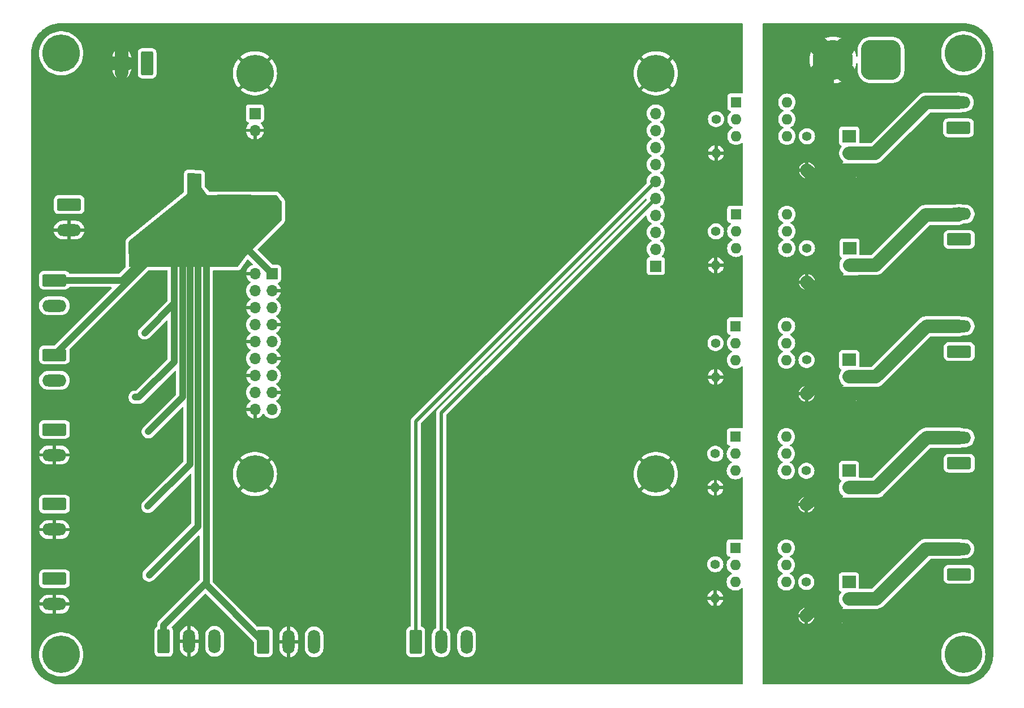
<source format=gbr>
%TF.GenerationSoftware,KiCad,Pcbnew,8.0.0-8.0.0-1~ubuntu20.04.1*%
%TF.CreationDate,2024-06-18T17:21:59-06:00*%
%TF.ProjectId,reactor,72656163-746f-4722-9e6b-696361645f70,rev?*%
%TF.SameCoordinates,Original*%
%TF.FileFunction,Copper,L2,Bot*%
%TF.FilePolarity,Positive*%
%FSLAX46Y46*%
G04 Gerber Fmt 4.6, Leading zero omitted, Abs format (unit mm)*
G04 Created by KiCad (PCBNEW 8.0.0-8.0.0-1~ubuntu20.04.1) date 2024-06-18 17:21:59*
%MOMM*%
%LPD*%
G01*
G04 APERTURE LIST*
G04 Aperture macros list*
%AMRoundRect*
0 Rectangle with rounded corners*
0 $1 Rounding radius*
0 $2 $3 $4 $5 $6 $7 $8 $9 X,Y pos of 4 corners*
0 Add a 4 corners polygon primitive as box body*
4,1,4,$2,$3,$4,$5,$6,$7,$8,$9,$2,$3,0*
0 Add four circle primitives for the rounded corners*
1,1,$1+$1,$2,$3*
1,1,$1+$1,$4,$5*
1,1,$1+$1,$6,$7*
1,1,$1+$1,$8,$9*
0 Add four rect primitives between the rounded corners*
20,1,$1+$1,$2,$3,$4,$5,0*
20,1,$1+$1,$4,$5,$6,$7,0*
20,1,$1+$1,$6,$7,$8,$9,0*
20,1,$1+$1,$8,$9,$2,$3,0*%
G04 Aperture macros list end*
%TA.AperFunction,ComponentPad*%
%ADD10R,1.600000X1.600000*%
%TD*%
%TA.AperFunction,ComponentPad*%
%ADD11O,1.600000X1.600000*%
%TD*%
%TA.AperFunction,ComponentPad*%
%ADD12RoundRect,0.250000X1.550000X-0.650000X1.550000X0.650000X-1.550000X0.650000X-1.550000X-0.650000X0*%
%TD*%
%TA.AperFunction,ComponentPad*%
%ADD13O,3.600000X1.800000*%
%TD*%
%TA.AperFunction,ComponentPad*%
%ADD14R,2.000000X1.905000*%
%TD*%
%TA.AperFunction,ComponentPad*%
%ADD15O,2.000000X1.905000*%
%TD*%
%TA.AperFunction,ComponentPad*%
%ADD16RoundRect,0.250000X-1.550000X0.650000X-1.550000X-0.650000X1.550000X-0.650000X1.550000X0.650000X0*%
%TD*%
%TA.AperFunction,ComponentPad*%
%ADD17C,1.400000*%
%TD*%
%TA.AperFunction,ComponentPad*%
%ADD18O,1.400000X1.400000*%
%TD*%
%TA.AperFunction,ComponentPad*%
%ADD19C,3.600000*%
%TD*%
%TA.AperFunction,ConnectorPad*%
%ADD20C,5.600000*%
%TD*%
%TA.AperFunction,ComponentPad*%
%ADD21R,1.700000X1.700000*%
%TD*%
%TA.AperFunction,ComponentPad*%
%ADD22O,1.700000X1.700000*%
%TD*%
%TA.AperFunction,ComponentPad*%
%ADD23RoundRect,0.250000X0.650000X1.550000X-0.650000X1.550000X-0.650000X-1.550000X0.650000X-1.550000X0*%
%TD*%
%TA.AperFunction,ComponentPad*%
%ADD24O,1.800000X3.600000*%
%TD*%
%TA.AperFunction,ComponentPad*%
%ADD25RoundRect,0.250000X-0.650000X-1.550000X0.650000X-1.550000X0.650000X1.550000X-0.650000X1.550000X0*%
%TD*%
%TA.AperFunction,ComponentPad*%
%ADD26RoundRect,1.500000X1.500000X1.500000X-1.500000X1.500000X-1.500000X-1.500000X1.500000X-1.500000X0*%
%TD*%
%TA.AperFunction,ComponentPad*%
%ADD27C,6.000000*%
%TD*%
%TA.AperFunction,ViaPad*%
%ADD28C,0.600000*%
%TD*%
%TA.AperFunction,Conductor*%
%ADD29C,2.000000*%
%TD*%
%TA.AperFunction,Conductor*%
%ADD30C,3.000000*%
%TD*%
%TA.AperFunction,Conductor*%
%ADD31C,1.000000*%
%TD*%
%TA.AperFunction,Conductor*%
%ADD32C,0.500000*%
%TD*%
G04 APERTURE END LIST*
D10*
%TO.P,U304,1*%
%TO.N,/digital_output/Q3*%
X205907600Y-92410900D03*
D11*
%TO.P,U304,2*%
%TO.N,Net-(R307-Pad1)*%
X205907600Y-94950900D03*
%TO.P,U304,3,NC*%
%TO.N,unconnected-(U304-NC-Pad3)*%
X205907600Y-97490900D03*
%TO.P,U304,4*%
%TO.N,Net-(Q304-G)*%
X213527600Y-97490900D03*
%TO.P,U304,5*%
%TO.N,+12V*%
X213527600Y-94950900D03*
%TO.P,U304,6*%
%TO.N,unconnected-(U304-Pad6)*%
X213527600Y-92410900D03*
%TD*%
D12*
%TO.P,J301,1,Pin_1*%
%TO.N,+12V*%
X239300000Y-46160000D03*
D13*
%TO.P,J301,2,Pin_2*%
%TO.N,/digital_output/Qneg0*%
X239300000Y-42350000D03*
%TD*%
D14*
%TO.P,Q302,1,G*%
%TO.N,Net-(Q302-G)*%
X222983600Y-64166500D03*
D15*
%TO.P,Q302,2,D*%
%TO.N,/digital_output/Qneg1*%
X222983600Y-66706500D03*
%TO.P,Q302,3,S*%
%TO.N,GNDPWR*%
X222983600Y-69246500D03*
%TD*%
D10*
%TO.P,U301,1*%
%TO.N,/digital_output/Q0*%
X206000000Y-42321800D03*
D11*
%TO.P,U301,2*%
%TO.N,Net-(R301-Pad1)*%
X206000000Y-44861800D03*
%TO.P,U301,3,NC*%
%TO.N,unconnected-(U301-NC-Pad3)*%
X206000000Y-47401800D03*
%TO.P,U301,4*%
%TO.N,Net-(Q301-G)*%
X213620000Y-47401800D03*
%TO.P,U301,5*%
%TO.N,+12V*%
X213620000Y-44861800D03*
%TO.P,U301,6*%
%TO.N,unconnected-(U301-Pad6)*%
X213620000Y-42321800D03*
%TD*%
D16*
%TO.P,J202,1,Pin_1*%
%TO.N,+3.3VADC*%
X104000000Y-80160000D03*
D13*
%TO.P,J202,2,Pin_2*%
%TO.N,/analog_input/Vin2*%
X104000000Y-83970000D03*
%TD*%
D16*
%TO.P,J2,1,Pin_1*%
%TO.N,+5V*%
X106200000Y-57650000D03*
D13*
%TO.P,J2,2,Pin_2*%
%TO.N,GND*%
X106200000Y-61460000D03*
%TD*%
D17*
%TO.P,R304,1*%
%TO.N,Net-(Q302-G)*%
X216608200Y-64166500D03*
D18*
%TO.P,R304,2*%
%TO.N,GNDPWR*%
X216608200Y-69246500D03*
%TD*%
D19*
%TO.P,H4,1,1*%
%TO.N,GND*%
X134000000Y-98000000D03*
D20*
X134000000Y-98000000D03*
%TD*%
D21*
%TO.P,J4,1,Pin_1*%
%TO.N,+3.3VADC*%
X136540000Y-68000000D03*
D22*
%TO.P,J4,2,Pin_2*%
%TO.N,GND*%
X134000000Y-68000000D03*
%TO.P,J4,3,Pin_3*%
X136540000Y-70540000D03*
%TO.P,J4,4,Pin_4*%
%TO.N,/Vout0*%
X134000000Y-70540000D03*
%TO.P,J4,5,Pin_5*%
%TO.N,/Vout1*%
X136540000Y-73080000D03*
%TO.P,J4,6,Pin_6*%
%TO.N,GND*%
X134000000Y-73080000D03*
%TO.P,J4,7,Pin_7*%
X136540000Y-75620000D03*
%TO.P,J4,8,Pin_8*%
%TO.N,/Vout2*%
X134000000Y-75620000D03*
%TO.P,J4,9,Pin_9*%
%TO.N,/Vout3*%
X136540000Y-78160000D03*
%TO.P,J4,10,Pin_10*%
%TO.N,GND*%
X134000000Y-78160000D03*
%TO.P,J4,11,Pin_11*%
X136540000Y-80700000D03*
%TO.P,J4,12,Pin_12*%
%TO.N,/Vout4*%
X134000000Y-80700000D03*
%TO.P,J4,13,Pin_13*%
%TO.N,/Vout5*%
X136540000Y-83240000D03*
%TO.P,J4,14,Pin_14*%
%TO.N,GND*%
X134000000Y-83240000D03*
%TO.P,J4,15,Pin_15*%
X136540000Y-85780000D03*
%TO.P,J4,16,Pin_16*%
%TO.N,/Vout6*%
X134000000Y-85780000D03*
%TO.P,J4,17,Pin_17*%
%TO.N,/Vout7*%
X136540000Y-88320000D03*
%TO.P,J4,18,Pin_18*%
%TO.N,GND*%
X134000000Y-88320000D03*
%TD*%
D12*
%TO.P,J303,1,Pin_1*%
%TO.N,+12V*%
X239400000Y-79670000D03*
D13*
%TO.P,J303,2,Pin_2*%
%TO.N,/digital_output/Qneg2*%
X239400000Y-75860000D03*
%TD*%
D17*
%TO.P,R306,1*%
%TO.N,Net-(Q303-G)*%
X216554600Y-80901800D03*
D18*
%TO.P,R306,2*%
%TO.N,GNDPWR*%
X216554600Y-85981800D03*
%TD*%
D21*
%TO.P,J5,1,Pin_1*%
%TO.N,+3.3V*%
X134000000Y-44000000D03*
D22*
%TO.P,J5,2,Pin_2*%
%TO.N,GND*%
X134000000Y-46540000D03*
%TD*%
D19*
%TO.P,H3,1,1*%
%TO.N,GND*%
X194000000Y-98000000D03*
D20*
X194000000Y-98000000D03*
%TD*%
D16*
%TO.P,J201,1,Pin_1*%
%TO.N,+3.3VADC*%
X104000000Y-68990000D03*
D13*
%TO.P,J201,2,Pin_2*%
%TO.N,/analog_input/Vin1*%
X104000000Y-72800000D03*
%TD*%
D19*
%TO.P,H6,1,1*%
%TO.N,unconnected-(H6-Pad1)*%
X105000000Y-35000000D03*
D20*
X105000000Y-35000000D03*
%TD*%
D10*
%TO.P,U305,1*%
%TO.N,/digital_output/Q4*%
X205900000Y-109071800D03*
D11*
%TO.P,U305,2*%
%TO.N,Net-(R309-Pad1)*%
X205900000Y-111611800D03*
%TO.P,U305,3,NC*%
%TO.N,unconnected-(U305-NC-Pad3)*%
X205900000Y-114151800D03*
%TO.P,U305,4*%
%TO.N,Net-(Q305-G)*%
X213520000Y-114151800D03*
%TO.P,U305,5*%
%TO.N,+12V*%
X213520000Y-111611800D03*
%TO.P,U305,6*%
%TO.N,unconnected-(U305-Pad6)*%
X213520000Y-109071800D03*
%TD*%
D21*
%TO.P,J6,1,Pin_1*%
%TO.N,unconnected-(J6-Pin_1-Pad1)*%
X194000000Y-66860000D03*
D22*
%TO.P,J6,2,Pin_2*%
%TO.N,unconnected-(J6-Pin_2-Pad2)*%
X194000000Y-64320000D03*
%TO.P,J6,3,Pin_3*%
%TO.N,/D32PWM1*%
X194000000Y-61780000D03*
%TO.P,J6,4,Pin_4*%
%TO.N,/digital_output/Q4*%
X194000000Y-59240000D03*
%TO.P,J6,5,Pin_5*%
%TO.N,/D25DAC1*%
X194000000Y-56700000D03*
%TO.P,J6,6,Pin_6*%
%TO.N,/D26DAC2*%
X194000000Y-54160000D03*
%TO.P,J6,7,Pin_7*%
%TO.N,/digital_output/Q3*%
X194000000Y-51620000D03*
%TO.P,J6,8,Pin_8*%
%TO.N,/digital_output/Q2*%
X194000000Y-49080000D03*
%TO.P,J6,9,Pin_9*%
%TO.N,/digital_output/Q1*%
X194000000Y-46540000D03*
%TO.P,J6,10,Pin_10*%
%TO.N,/digital_output/Q0*%
X194000000Y-44000000D03*
%TD*%
D17*
%TO.P,R305,1*%
%TO.N,Net-(R305-Pad1)*%
X202934000Y-78388600D03*
D18*
%TO.P,R305,2*%
%TO.N,GND*%
X202934000Y-83468600D03*
%TD*%
D17*
%TO.P,R310,1*%
%TO.N,Net-(Q305-G)*%
X216520600Y-114149600D03*
D18*
%TO.P,R310,2*%
%TO.N,GNDPWR*%
X216520600Y-119229600D03*
%TD*%
D12*
%TO.P,J304,1,Pin_1*%
%TO.N,+12V*%
X239400000Y-96370000D03*
D13*
%TO.P,J304,2,Pin_2*%
%TO.N,/digital_output/Qneg3*%
X239400000Y-92560000D03*
%TD*%
D16*
%TO.P,J204,1,Pin_1*%
%TO.N,/analog_input/Vin4*%
X104000000Y-102500000D03*
D13*
%TO.P,J204,2,Pin_2*%
%TO.N,GND*%
X104000000Y-106310000D03*
%TD*%
D23*
%TO.P,J1,1,Pin_1*%
%TO.N,VCC*%
X117867500Y-36500000D03*
D24*
%TO.P,J1,2,Pin_2*%
%TO.N,GND*%
X114057500Y-36500000D03*
%TD*%
D17*
%TO.P,R303,1*%
%TO.N,Net-(R303-Pad1)*%
X202987600Y-61660900D03*
D18*
%TO.P,R303,2*%
%TO.N,GND*%
X202987600Y-66740900D03*
%TD*%
D17*
%TO.P,R307,1*%
%TO.N,Net-(R307-Pad1)*%
X202907600Y-94950900D03*
D18*
%TO.P,R307,2*%
%TO.N,GND*%
X202907600Y-100030900D03*
%TD*%
D14*
%TO.P,Q303,1,G*%
%TO.N,Net-(Q303-G)*%
X222930000Y-80901800D03*
D15*
%TO.P,Q303,2,D*%
%TO.N,/digital_output/Qneg2*%
X222930000Y-83441800D03*
%TO.P,Q303,3,S*%
%TO.N,GNDPWR*%
X222930000Y-85981800D03*
%TD*%
D19*
%TO.P,H8,1,1*%
%TO.N,unconnected-(H8-Pad1)*%
X240000000Y-125000000D03*
D20*
X240000000Y-125000000D03*
%TD*%
D19*
%TO.P,H2,1,1*%
%TO.N,GND*%
X134000000Y-38000000D03*
D20*
X134000000Y-38000000D03*
%TD*%
D17*
%TO.P,R301,1*%
%TO.N,Net-(R301-Pad1)*%
X203000000Y-44861800D03*
D18*
%TO.P,R301,2*%
%TO.N,GND*%
X203000000Y-49941800D03*
%TD*%
D14*
%TO.P,Q301,1,G*%
%TO.N,Net-(Q301-G)*%
X222945200Y-47420000D03*
D15*
%TO.P,Q301,2,D*%
%TO.N,/digital_output/Qneg0*%
X222945200Y-49960000D03*
%TO.P,Q301,3,S*%
%TO.N,GNDPWR*%
X222945200Y-52500000D03*
%TD*%
D17*
%TO.P,R308,1*%
%TO.N,Net-(Q304-G)*%
X216528200Y-97497100D03*
D18*
%TO.P,R308,2*%
%TO.N,GNDPWR*%
X216528200Y-102577100D03*
%TD*%
D25*
%TO.P,J7,1,Pin_1*%
%TO.N,/D26DAC2*%
X158070000Y-123100000D03*
D24*
%TO.P,J7,2,Pin_2*%
%TO.N,/D25DAC1*%
X161880000Y-123100000D03*
%TO.P,J7,3,Pin_3*%
%TO.N,/D32PWM1*%
X165690000Y-123100000D03*
%TD*%
D10*
%TO.P,U303,1*%
%TO.N,/digital_output/Q2*%
X205934000Y-75848600D03*
D11*
%TO.P,U303,2*%
%TO.N,Net-(R305-Pad1)*%
X205934000Y-78388600D03*
%TO.P,U303,3,NC*%
%TO.N,unconnected-(U303-NC-Pad3)*%
X205934000Y-80928600D03*
%TO.P,U303,4*%
%TO.N,Net-(Q303-G)*%
X213554000Y-80928600D03*
%TO.P,U303,5*%
%TO.N,+12V*%
X213554000Y-78388600D03*
%TO.P,U303,6*%
%TO.N,unconnected-(U303-Pad6)*%
X213554000Y-75848600D03*
%TD*%
D14*
%TO.P,Q305,1,G*%
%TO.N,Net-(Q305-G)*%
X222896000Y-114149600D03*
D15*
%TO.P,Q305,2,D*%
%TO.N,/digital_output/Qneg4*%
X222896000Y-116689600D03*
%TO.P,Q305,3,S*%
%TO.N,GNDPWR*%
X222896000Y-119229600D03*
%TD*%
D19*
%TO.P,H1,1,1*%
%TO.N,GND*%
X194000000Y-38000000D03*
D20*
X194000000Y-38000000D03*
%TD*%
D14*
%TO.P,Q304,1,G*%
%TO.N,Net-(Q304-G)*%
X222903600Y-97497100D03*
D15*
%TO.P,Q304,2,D*%
%TO.N,/digital_output/Qneg3*%
X222903600Y-100037100D03*
%TO.P,Q304,3,S*%
%TO.N,GNDPWR*%
X222903600Y-102577100D03*
%TD*%
D17*
%TO.P,R302,1*%
%TO.N,Net-(Q301-G)*%
X216620600Y-47420000D03*
D18*
%TO.P,R302,2*%
%TO.N,GNDPWR*%
X216620600Y-52500000D03*
%TD*%
D25*
%TO.P,J206,1,Pin_1*%
%TO.N,+3.3VADC*%
X120350000Y-123050000D03*
D24*
%TO.P,J206,2,Pin_2*%
%TO.N,GND*%
X124160000Y-123050000D03*
%TO.P,J206,3,Pin_3*%
%TO.N,/Vout6*%
X127970000Y-123050000D03*
%TD*%
D12*
%TO.P,J302,1,Pin_1*%
%TO.N,+12V*%
X239400000Y-62870000D03*
D13*
%TO.P,J302,2,Pin_2*%
%TO.N,/digital_output/Qneg1*%
X239400000Y-59060000D03*
%TD*%
D26*
%TO.P,J3,1,Pin_1*%
%TO.N,+12V*%
X227700000Y-36000000D03*
D27*
%TO.P,J3,2,Pin_2*%
%TO.N,GNDPWR*%
X220500000Y-36000000D03*
%TD*%
D16*
%TO.P,J203,1,Pin_1*%
%TO.N,/analog_input/Vin3*%
X104000000Y-91330000D03*
D13*
%TO.P,J203,2,Pin_2*%
%TO.N,GND*%
X104000000Y-95140000D03*
%TD*%
D10*
%TO.P,U302,1*%
%TO.N,/digital_output/Q1*%
X205987600Y-59120900D03*
D11*
%TO.P,U302,2*%
%TO.N,Net-(R303-Pad1)*%
X205987600Y-61660900D03*
%TO.P,U302,3,NC*%
%TO.N,unconnected-(U302-NC-Pad3)*%
X205987600Y-64200900D03*
%TO.P,U302,4*%
%TO.N,Net-(Q302-G)*%
X213607600Y-64200900D03*
%TO.P,U302,5*%
%TO.N,+12V*%
X213607600Y-61660900D03*
%TO.P,U302,6*%
%TO.N,unconnected-(U302-Pad6)*%
X213607600Y-59120900D03*
%TD*%
D17*
%TO.P,R309,1*%
%TO.N,Net-(R309-Pad1)*%
X202900000Y-111500000D03*
D18*
%TO.P,R309,2*%
%TO.N,GND*%
X202900000Y-116580000D03*
%TD*%
D25*
%TO.P,J207,1,Pin_1*%
%TO.N,+3.3VADC*%
X135240000Y-123120000D03*
D24*
%TO.P,J207,2,Pin_2*%
%TO.N,GND*%
X139050000Y-123120000D03*
%TO.P,J207,3,Pin_3*%
%TO.N,/Vout7*%
X142860000Y-123120000D03*
%TD*%
D12*
%TO.P,J305,1,Pin_1*%
%TO.N,+12V*%
X239367500Y-113010000D03*
D13*
%TO.P,J305,2,Pin_2*%
%TO.N,/digital_output/Qneg4*%
X239367500Y-109200000D03*
%TD*%
D19*
%TO.P,H5,1,1*%
%TO.N,unconnected-(H5-Pad1)*%
X240000000Y-35000000D03*
D20*
X240000000Y-35000000D03*
%TD*%
D16*
%TO.P,J205,1,Pin_1*%
%TO.N,/analog_input/Vin5*%
X104000000Y-113670000D03*
D13*
%TO.P,J205,2,Pin_2*%
%TO.N,GND*%
X104000000Y-117480000D03*
%TD*%
D19*
%TO.P,H7,1,1*%
%TO.N,unconnected-(H7-Pad1)*%
X105000000Y-125000000D03*
D20*
X105000000Y-125000000D03*
%TD*%
D28*
%TO.N,GND*%
X112180000Y-119060000D03*
X110060000Y-117910000D03*
X112160000Y-108740000D03*
X110060000Y-107580000D03*
X113180000Y-101430000D03*
X113070000Y-90260000D03*
X112960000Y-75360000D03*
X112260000Y-64170000D03*
X109570000Y-81820000D03*
X109970000Y-83430000D03*
X109830000Y-70720000D03*
%TO.N,+3.3VADC*%
X123190000Y-62290000D03*
X120780000Y-62310000D03*
X126720000Y-62250000D03*
X118170000Y-113130000D03*
X118040000Y-91640000D03*
X116080000Y-86490000D03*
X128070000Y-62270000D03*
X117510000Y-76850000D03*
X125470000Y-62255000D03*
X121940000Y-62295000D03*
X117975000Y-102830000D03*
X124310000Y-62270000D03*
%TO.N,GNDPWR*%
X233975000Y-33175000D03*
%TD*%
D29*
%TO.N,GNDPWR*%
X224609600Y-119229600D02*
X224620000Y-119240000D01*
X224609600Y-119229600D02*
X222896000Y-119229600D01*
X222896000Y-120934000D02*
X222880000Y-120950000D01*
X222896000Y-120934000D02*
X222896000Y-119229600D01*
X219600000Y-99400000D02*
X219600000Y-102610000D01*
X219600000Y-102610000D02*
X219600000Y-105800000D01*
X222903600Y-102577100D02*
X219632900Y-102577100D01*
X219632900Y-102577100D02*
X219600000Y-102610000D01*
X219600000Y-52540000D02*
X219600000Y-36900000D01*
X219600000Y-36900000D02*
X220500000Y-36000000D01*
X222945200Y-54225200D02*
X222950000Y-54230000D01*
X222945200Y-52500000D02*
X222945200Y-54225200D01*
X219600000Y-52540000D02*
X219600000Y-55800000D01*
X222945200Y-52500000D02*
X219640000Y-52500000D01*
X219640000Y-52500000D02*
X219600000Y-52540000D01*
X219600000Y-55800000D02*
X219600000Y-69320000D01*
X219600000Y-69320000D02*
X219600000Y-72200000D01*
X222983600Y-69246500D02*
X219673500Y-69246500D01*
X219673500Y-69246500D02*
X219600000Y-69320000D01*
X219600000Y-83000000D02*
X219600000Y-85980000D01*
X219600000Y-85980000D02*
X219600000Y-89400000D01*
X222930000Y-85981800D02*
X219601800Y-85981800D01*
X219601800Y-85981800D02*
X219600000Y-85980000D01*
X222930000Y-85981800D02*
X222930000Y-87860000D01*
X222903600Y-104116400D02*
X222900000Y-104120000D01*
X222903600Y-102577100D02*
X222903600Y-104116400D01*
X224552900Y-102577100D02*
X224600000Y-102530000D01*
X224552900Y-102577100D02*
X222903600Y-102577100D01*
X224676500Y-69246500D02*
X224690000Y-69260000D01*
X224676500Y-69246500D02*
X222983600Y-69246500D01*
X224851800Y-85981800D02*
X224870000Y-86000000D01*
X224851800Y-85981800D02*
X222930000Y-85981800D01*
X222983600Y-70666400D02*
X222980000Y-70670000D01*
X222983600Y-69246500D02*
X222983600Y-70666400D01*
X224720000Y-52500000D02*
X224740000Y-52480000D01*
X222945200Y-52500000D02*
X224720000Y-52500000D01*
%TO.N,GND*%
X114057500Y-34277500D02*
X114057500Y-36500000D01*
X114057500Y-36500000D02*
X115020000Y-36500000D01*
X114057500Y-37947500D02*
X114070000Y-37960000D01*
X114057500Y-36500000D02*
X114057500Y-37947500D01*
X112890000Y-36500000D02*
X112870000Y-36520000D01*
X114057500Y-36500000D02*
X112890000Y-36500000D01*
X114057500Y-34277500D02*
X114040000Y-34260000D01*
D30*
%TO.N,GNDPWR*%
X220510000Y-36000000D02*
X222360000Y-37850000D01*
X220500000Y-36000000D02*
X220510000Y-36000000D01*
X220350000Y-36000000D02*
X218230000Y-38120000D01*
X220350000Y-36000000D02*
X220500000Y-36000000D01*
X220500000Y-35810000D02*
X222290000Y-34020000D01*
X220500000Y-35810000D02*
X220500000Y-36000000D01*
X218020000Y-33520000D02*
X217940000Y-33520000D01*
X218020000Y-33520000D02*
X220500000Y-36000000D01*
D31*
%TO.N,+3.3VADC*%
X116080000Y-86490000D02*
X116630000Y-86490000D01*
X116630000Y-86490000D02*
X121940000Y-81180000D01*
X121940000Y-81180000D02*
X121940000Y-72420000D01*
X124310000Y-96495000D02*
X124310000Y-62270000D01*
X126720000Y-114270000D02*
X120350000Y-120640000D01*
X121865000Y-62295000D02*
X104000000Y-80160000D01*
X121940000Y-62295000D02*
X121865000Y-62295000D01*
X121940000Y-72420000D02*
X121940000Y-62295000D01*
X125470000Y-62255000D02*
X125470000Y-105830000D01*
X128070000Y-62270000D02*
X130810000Y-62270000D01*
X120780000Y-62310000D02*
X114100000Y-68990000D01*
X123190000Y-62290000D02*
X123190000Y-86490000D01*
X130810000Y-62270000D02*
X136540000Y-68000000D01*
X117975000Y-102830000D02*
X124310000Y-96495000D01*
X117510000Y-76850000D02*
X121940000Y-72420000D01*
X126720000Y-114270000D02*
X126720000Y-114600000D01*
X114100000Y-68990000D02*
X104000000Y-68990000D01*
X126720000Y-62250000D02*
X126720000Y-114270000D01*
X126720000Y-114600000D02*
X135240000Y-123120000D01*
X125470000Y-105830000D02*
X118170000Y-113130000D01*
X123190000Y-86490000D02*
X118040000Y-91640000D01*
X120350000Y-120640000D02*
X120350000Y-123050000D01*
D29*
%TO.N,/digital_output/Qneg1*%
X222983600Y-66706500D02*
X226873500Y-66706500D01*
X239280000Y-59180000D02*
X239400000Y-59060000D01*
X234400000Y-59180000D02*
X239280000Y-59180000D01*
X226873500Y-66706500D02*
X234400000Y-59180000D01*
%TO.N,/digital_output/Qneg0*%
X222945200Y-49960000D02*
X226820000Y-49960000D01*
X234400000Y-42380000D02*
X239270000Y-42380000D01*
X239270000Y-42380000D02*
X239300000Y-42350000D01*
X226820000Y-49960000D02*
X234400000Y-42380000D01*
%TO.N,/digital_output/Qneg2*%
X226918200Y-83441800D02*
X222930000Y-83441800D01*
X239400000Y-75860000D02*
X234500000Y-75860000D01*
X234500000Y-75860000D02*
X226918200Y-83441800D01*
%TO.N,/digital_output/Qneg3*%
X239400000Y-92560000D02*
X234500000Y-92560000D01*
X234500000Y-92560000D02*
X227022900Y-100037100D01*
X227022900Y-100037100D02*
X222903600Y-100037100D01*
%TO.N,/digital_output/Qneg4*%
X234400000Y-109260000D02*
X226970400Y-116689600D01*
X239367500Y-109200000D02*
X234460000Y-109200000D01*
X234460000Y-109200000D02*
X234400000Y-109260000D01*
X226970400Y-116689600D02*
X222896000Y-116689600D01*
D32*
%TO.N,/D25DAC1*%
X194000000Y-56700000D02*
X161880000Y-88820000D01*
X161880000Y-88820000D02*
X161880000Y-123100000D01*
%TO.N,/D26DAC2*%
X158070000Y-90090000D02*
X158070000Y-123100000D01*
X194000000Y-54160000D02*
X158070000Y-90090000D01*
D29*
%TO.N,GNDPWR*%
X219991000Y-119229600D02*
X222896000Y-119229600D01*
X216528200Y-102577100D02*
X219600000Y-99505300D01*
X219600000Y-117400000D02*
X219600000Y-118838600D01*
X219600000Y-105800000D02*
X219600000Y-117400000D01*
X222930000Y-85981800D02*
X222930000Y-86070000D01*
X219600000Y-55479400D02*
X219600000Y-55800000D01*
X222945200Y-52500000D02*
X222900000Y-52500000D01*
X222900000Y-52500000D02*
X219600000Y-55800000D01*
X219600000Y-117400000D02*
X218350200Y-117400000D01*
X218350200Y-117400000D02*
X216520600Y-119229600D01*
X216554600Y-85981800D02*
X219536400Y-83000000D01*
X222903600Y-102577100D02*
X222822900Y-102577100D01*
X219600000Y-118838600D02*
X219991000Y-119229600D01*
X222983600Y-69246500D02*
X222515200Y-69246500D01*
X222822900Y-102577100D02*
X219600000Y-105800000D01*
X219600000Y-99505300D02*
X219600000Y-99400000D01*
X219600000Y-89400000D02*
X219600000Y-99400000D01*
X219600000Y-72200000D02*
X219600000Y-83000000D01*
X216608200Y-69246500D02*
X219561700Y-72200000D01*
X222930000Y-86070000D02*
X219600000Y-89400000D01*
X222515200Y-69246500D02*
X219561700Y-72200000D01*
X219561700Y-72200000D02*
X219600000Y-72200000D01*
X216620600Y-52500000D02*
X219600000Y-55479400D01*
X219536400Y-83000000D02*
X219600000Y-83000000D01*
%TD*%
%TA.AperFunction,Conductor*%
%TO.N,GNDPWR*%
G36*
X240002702Y-30500617D02*
G01*
X240386771Y-30517386D01*
X240397506Y-30518326D01*
X240775971Y-30568152D01*
X240786597Y-30570025D01*
X241159284Y-30652648D01*
X241169710Y-30655442D01*
X241533765Y-30770227D01*
X241543911Y-30773920D01*
X241896578Y-30920000D01*
X241906369Y-30924566D01*
X242244942Y-31100816D01*
X242254310Y-31106224D01*
X242576244Y-31311318D01*
X242585105Y-31317523D01*
X242887930Y-31549889D01*
X242896217Y-31556843D01*
X243177635Y-31814715D01*
X243185284Y-31822364D01*
X243443156Y-32103782D01*
X243450110Y-32112069D01*
X243682476Y-32414894D01*
X243688681Y-32423755D01*
X243893775Y-32745689D01*
X243899183Y-32755057D01*
X244075430Y-33093623D01*
X244080002Y-33103427D01*
X244226075Y-33456078D01*
X244229775Y-33466244D01*
X244344554Y-33830278D01*
X244347354Y-33840727D01*
X244429971Y-34213389D01*
X244431849Y-34224042D01*
X244481671Y-34602473D01*
X244482614Y-34613249D01*
X244499382Y-34997297D01*
X244499500Y-35002706D01*
X244499500Y-124997293D01*
X244499382Y-125002702D01*
X244482614Y-125386750D01*
X244481671Y-125397526D01*
X244431849Y-125775957D01*
X244429971Y-125786610D01*
X244347354Y-126159272D01*
X244344554Y-126169721D01*
X244229775Y-126533755D01*
X244226075Y-126543921D01*
X244080002Y-126896572D01*
X244075430Y-126906376D01*
X243899183Y-127244942D01*
X243893775Y-127254310D01*
X243688681Y-127576244D01*
X243682476Y-127585105D01*
X243450110Y-127887930D01*
X243443156Y-127896217D01*
X243185284Y-128177635D01*
X243177635Y-128185284D01*
X242896217Y-128443156D01*
X242887930Y-128450110D01*
X242585105Y-128682476D01*
X242576244Y-128688681D01*
X242254310Y-128893775D01*
X242244942Y-128899183D01*
X241906376Y-129075430D01*
X241896572Y-129080002D01*
X241543921Y-129226075D01*
X241533755Y-129229775D01*
X241169721Y-129344554D01*
X241159272Y-129347354D01*
X240786610Y-129429971D01*
X240775957Y-129431849D01*
X240397526Y-129481671D01*
X240386750Y-129482614D01*
X240002703Y-129499382D01*
X239997294Y-129499500D01*
X210124000Y-129499500D01*
X210056961Y-129479815D01*
X210011206Y-129427011D01*
X210000000Y-129375500D01*
X210000000Y-125000002D01*
X236694652Y-125000002D01*
X236714028Y-125357368D01*
X236714029Y-125357385D01*
X236771926Y-125710539D01*
X236771932Y-125710565D01*
X236867672Y-126055392D01*
X236867674Y-126055399D01*
X237000142Y-126387870D01*
X237000151Y-126387888D01*
X237167784Y-126704077D01*
X237167787Y-126704082D01*
X237167789Y-126704085D01*
X237298298Y-126896572D01*
X237368634Y-127000309D01*
X237368641Y-127000319D01*
X237600331Y-127273085D01*
X237600332Y-127273086D01*
X237860163Y-127519211D01*
X238145081Y-127735800D01*
X238451747Y-127920315D01*
X238451749Y-127920316D01*
X238451751Y-127920317D01*
X238451755Y-127920319D01*
X238776552Y-128070585D01*
X238776565Y-128070591D01*
X239115726Y-128184868D01*
X239465254Y-128261805D01*
X239821052Y-128300500D01*
X239821058Y-128300500D01*
X240178942Y-128300500D01*
X240178948Y-128300500D01*
X240534746Y-128261805D01*
X240884274Y-128184868D01*
X241223435Y-128070591D01*
X241548253Y-127920315D01*
X241854919Y-127735800D01*
X242139837Y-127519211D01*
X242399668Y-127273086D01*
X242631365Y-127000311D01*
X242832211Y-126704085D01*
X242999853Y-126387880D01*
X243132324Y-126055403D01*
X243228071Y-125710552D01*
X243285972Y-125357371D01*
X243305348Y-125000000D01*
X243285972Y-124642629D01*
X243228071Y-124289448D01*
X243132324Y-123944597D01*
X242999853Y-123612120D01*
X242832211Y-123295915D01*
X242631365Y-122999689D01*
X242631361Y-122999684D01*
X242631358Y-122999680D01*
X242399668Y-122726914D01*
X242139837Y-122480789D01*
X242139830Y-122480783D01*
X242139827Y-122480781D01*
X242072245Y-122429407D01*
X241854919Y-122264200D01*
X241548253Y-122079685D01*
X241548252Y-122079684D01*
X241548248Y-122079682D01*
X241548244Y-122079680D01*
X241223447Y-121929414D01*
X241223441Y-121929411D01*
X241223435Y-121929409D01*
X241053854Y-121872270D01*
X240884273Y-121815131D01*
X240534744Y-121738194D01*
X240178949Y-121699500D01*
X240178948Y-121699500D01*
X239821052Y-121699500D01*
X239821050Y-121699500D01*
X239465255Y-121738194D01*
X239115726Y-121815131D01*
X238859970Y-121901306D01*
X238776565Y-121929409D01*
X238776563Y-121929410D01*
X238776552Y-121929414D01*
X238451755Y-122079680D01*
X238451751Y-122079682D01*
X238223367Y-122217096D01*
X238145081Y-122264200D01*
X238056768Y-122331333D01*
X237860172Y-122480781D01*
X237860163Y-122480789D01*
X237600331Y-122726914D01*
X237368641Y-122999680D01*
X237368634Y-122999690D01*
X237167790Y-123295913D01*
X237167784Y-123295922D01*
X237000151Y-123612111D01*
X237000142Y-123612129D01*
X236867674Y-123944600D01*
X236867672Y-123944607D01*
X236771932Y-124289434D01*
X236771926Y-124289460D01*
X236714029Y-124642614D01*
X236714028Y-124642631D01*
X236694652Y-124999997D01*
X236694652Y-125000002D01*
X210000000Y-125000002D01*
X210000000Y-119479600D01*
X215344105Y-119479600D01*
X215396839Y-119664949D01*
X215495968Y-119864025D01*
X215629991Y-120041500D01*
X215794338Y-120191321D01*
X215983420Y-120308397D01*
X215983422Y-120308398D01*
X216190795Y-120388735D01*
X216270600Y-120403652D01*
X216270600Y-119479600D01*
X215344105Y-119479600D01*
X210000000Y-119479600D01*
X210000000Y-119275678D01*
X216170600Y-119275678D01*
X216194452Y-119364695D01*
X216240530Y-119444505D01*
X216305695Y-119509670D01*
X216385505Y-119555748D01*
X216474522Y-119579600D01*
X216566678Y-119579600D01*
X216655695Y-119555748D01*
X216735505Y-119509670D01*
X216765575Y-119479600D01*
X216770600Y-119479600D01*
X216770600Y-120403652D01*
X216850404Y-120388735D01*
X217057777Y-120308398D01*
X217057779Y-120308397D01*
X217246861Y-120191321D01*
X217411208Y-120041500D01*
X217545231Y-119864025D01*
X217644360Y-119664949D01*
X217697095Y-119479600D01*
X216770600Y-119479600D01*
X216765575Y-119479600D01*
X216800670Y-119444505D01*
X216846748Y-119364695D01*
X216870600Y-119275678D01*
X216870600Y-119183522D01*
X216846748Y-119094505D01*
X216800670Y-119014695D01*
X216735505Y-118949530D01*
X216655695Y-118903452D01*
X216566678Y-118879600D01*
X216474522Y-118879600D01*
X216385505Y-118903452D01*
X216305695Y-118949530D01*
X216240530Y-119014695D01*
X216194452Y-119094505D01*
X216170600Y-119183522D01*
X216170600Y-119275678D01*
X210000000Y-119275678D01*
X210000000Y-118979600D01*
X215344105Y-118979600D01*
X216270600Y-118979600D01*
X216270600Y-118055546D01*
X216770600Y-118055546D01*
X216770600Y-118979600D01*
X217697095Y-118979600D01*
X217644360Y-118794250D01*
X217545231Y-118595174D01*
X217411208Y-118417699D01*
X217246861Y-118267878D01*
X217057779Y-118150802D01*
X217057777Y-118150801D01*
X216850399Y-118070464D01*
X216770600Y-118055546D01*
X216270600Y-118055546D01*
X216190800Y-118070464D01*
X215983422Y-118150801D01*
X215983420Y-118150802D01*
X215794338Y-118267878D01*
X215629991Y-118417699D01*
X215495968Y-118595174D01*
X215396839Y-118794250D01*
X215344105Y-118979600D01*
X210000000Y-118979600D01*
X210000000Y-116807697D01*
X221395500Y-116807697D01*
X221432446Y-117040968D01*
X221505433Y-117265596D01*
X221612657Y-117476033D01*
X221751483Y-117667110D01*
X221918490Y-117834117D01*
X221970208Y-117871693D01*
X222012873Y-117927022D01*
X222018852Y-117996636D01*
X221986246Y-118058431D01*
X221970208Y-118072328D01*
X221902258Y-118121697D01*
X221902257Y-118121697D01*
X221740597Y-118283357D01*
X221606211Y-118468323D01*
X221502417Y-118672029D01*
X221431765Y-118889471D01*
X221417491Y-118979600D01*
X222405252Y-118979600D01*
X222383482Y-119017308D01*
X222346000Y-119157191D01*
X222346000Y-119302009D01*
X222383482Y-119441892D01*
X222405252Y-119479600D01*
X221417491Y-119479600D01*
X221431765Y-119569728D01*
X221502417Y-119787170D01*
X221606211Y-119990876D01*
X221740597Y-120175842D01*
X221902257Y-120337502D01*
X222087223Y-120471888D01*
X222290929Y-120575682D01*
X222508371Y-120646334D01*
X222646000Y-120668132D01*
X222646000Y-119720347D01*
X222683708Y-119742118D01*
X222823591Y-119779600D01*
X222968409Y-119779600D01*
X223108292Y-119742118D01*
X223146000Y-119720347D01*
X223146000Y-120668131D01*
X223283628Y-120646334D01*
X223501070Y-120575682D01*
X223704776Y-120471888D01*
X223889742Y-120337502D01*
X224051402Y-120175842D01*
X224185788Y-119990876D01*
X224289582Y-119787170D01*
X224360234Y-119569728D01*
X224374509Y-119479600D01*
X223386748Y-119479600D01*
X223408518Y-119441892D01*
X223446000Y-119302009D01*
X223446000Y-119157191D01*
X223408518Y-119017308D01*
X223386748Y-118979600D01*
X224374509Y-118979600D01*
X224360234Y-118889471D01*
X224289582Y-118672029D01*
X224185788Y-118468323D01*
X224126693Y-118386986D01*
X224103213Y-118321179D01*
X224119038Y-118253125D01*
X224169144Y-118204431D01*
X224227011Y-118190100D01*
X227088497Y-118190100D01*
X227321768Y-118153153D01*
X227329007Y-118150801D01*
X227546392Y-118080168D01*
X227756834Y-117972943D01*
X227947910Y-117834117D01*
X232072026Y-113710001D01*
X237067000Y-113710001D01*
X237067001Y-113710018D01*
X237077500Y-113812796D01*
X237077501Y-113812799D01*
X237114715Y-113925102D01*
X237132686Y-113979334D01*
X237224788Y-114128656D01*
X237348844Y-114252712D01*
X237498166Y-114344814D01*
X237664703Y-114399999D01*
X237767491Y-114410500D01*
X240967508Y-114410499D01*
X241070297Y-114399999D01*
X241236834Y-114344814D01*
X241386156Y-114252712D01*
X241510212Y-114128656D01*
X241602314Y-113979334D01*
X241657499Y-113812797D01*
X241668000Y-113710009D01*
X241667999Y-112309992D01*
X241657499Y-112207203D01*
X241602314Y-112040666D01*
X241510212Y-111891344D01*
X241386156Y-111767288D01*
X241236834Y-111675186D01*
X241070297Y-111620001D01*
X241070295Y-111620000D01*
X240967510Y-111609500D01*
X237767498Y-111609500D01*
X237767481Y-111609501D01*
X237664703Y-111620000D01*
X237664700Y-111620001D01*
X237498168Y-111675185D01*
X237498163Y-111675187D01*
X237348842Y-111767289D01*
X237224789Y-111891342D01*
X237132687Y-112040663D01*
X237132685Y-112040668D01*
X237104849Y-112124670D01*
X237077501Y-112207203D01*
X237077501Y-112207204D01*
X237077500Y-112207204D01*
X237067000Y-112309983D01*
X237067000Y-113710001D01*
X232072026Y-113710001D01*
X235045208Y-110736819D01*
X235106531Y-110703334D01*
X235132889Y-110700500D01*
X239485597Y-110700500D01*
X239598684Y-110682588D01*
X239718868Y-110663553D01*
X239718871Y-110663552D01*
X239718872Y-110663552D01*
X239894247Y-110606569D01*
X239932565Y-110600500D01*
X240377721Y-110600500D01*
X240377722Y-110600500D01*
X240595451Y-110566015D01*
X240805106Y-110497895D01*
X241001522Y-110397815D01*
X241179865Y-110268242D01*
X241335742Y-110112365D01*
X241465315Y-109934022D01*
X241565395Y-109737606D01*
X241633515Y-109527951D01*
X241668000Y-109310222D01*
X241668000Y-109089778D01*
X241633515Y-108872049D01*
X241565395Y-108662394D01*
X241565395Y-108662393D01*
X241530737Y-108594375D01*
X241465315Y-108465978D01*
X241431231Y-108419065D01*
X241335747Y-108287641D01*
X241335743Y-108287636D01*
X241179863Y-108131756D01*
X241179858Y-108131752D01*
X241001525Y-108002187D01*
X241001524Y-108002186D01*
X241001522Y-108002185D01*
X240938596Y-107970122D01*
X240805106Y-107902104D01*
X240805103Y-107902103D01*
X240595452Y-107833985D01*
X240440430Y-107809432D01*
X240377722Y-107799500D01*
X240377721Y-107799500D01*
X239932565Y-107799500D01*
X239894247Y-107793431D01*
X239718870Y-107736447D01*
X239485597Y-107699500D01*
X239485592Y-107699500D01*
X234578092Y-107699500D01*
X234341908Y-107699500D01*
X234341903Y-107699500D01*
X234108631Y-107736446D01*
X233884003Y-107809433D01*
X233673563Y-107916659D01*
X233482493Y-108055479D01*
X233482487Y-108055484D01*
X233366672Y-108171300D01*
X226385192Y-115152781D01*
X226323869Y-115186266D01*
X226297511Y-115189100D01*
X224520500Y-115189100D01*
X224453461Y-115169415D01*
X224407706Y-115116611D01*
X224396500Y-115065100D01*
X224396499Y-113149229D01*
X224396498Y-113149223D01*
X224396497Y-113149216D01*
X224390091Y-113089617D01*
X224382906Y-113070354D01*
X224339797Y-112954771D01*
X224339793Y-112954764D01*
X224253547Y-112839555D01*
X224253544Y-112839552D01*
X224138335Y-112753306D01*
X224138328Y-112753302D01*
X224003482Y-112703008D01*
X224003483Y-112703008D01*
X223943883Y-112696601D01*
X223943881Y-112696600D01*
X223943873Y-112696600D01*
X223943864Y-112696600D01*
X221848129Y-112696600D01*
X221848123Y-112696601D01*
X221788516Y-112703008D01*
X221653671Y-112753302D01*
X221653664Y-112753306D01*
X221538455Y-112839552D01*
X221538452Y-112839555D01*
X221452206Y-112954764D01*
X221452202Y-112954771D01*
X221401908Y-113089617D01*
X221395501Y-113149216D01*
X221395501Y-113149223D01*
X221395500Y-113149235D01*
X221395500Y-115149970D01*
X221395501Y-115149976D01*
X221401908Y-115209583D01*
X221452202Y-115344428D01*
X221452206Y-115344435D01*
X221538452Y-115459644D01*
X221538455Y-115459647D01*
X221653664Y-115545893D01*
X221653669Y-115545896D01*
X221672718Y-115553001D01*
X221728651Y-115594873D01*
X221753068Y-115660337D01*
X221738216Y-115728610D01*
X221729702Y-115742069D01*
X221612657Y-115903166D01*
X221505433Y-116113603D01*
X221432446Y-116338231D01*
X221395500Y-116571502D01*
X221395500Y-116807697D01*
X210000000Y-116807697D01*
X210000000Y-114151801D01*
X212214532Y-114151801D01*
X212234364Y-114378486D01*
X212234366Y-114378497D01*
X212293258Y-114598288D01*
X212293261Y-114598297D01*
X212389431Y-114804532D01*
X212389432Y-114804534D01*
X212519954Y-114990941D01*
X212680858Y-115151845D01*
X212680861Y-115151847D01*
X212867266Y-115282368D01*
X213073504Y-115378539D01*
X213293308Y-115437435D01*
X213455230Y-115451601D01*
X213519998Y-115457268D01*
X213520000Y-115457268D01*
X213520002Y-115457268D01*
X213576673Y-115452309D01*
X213746692Y-115437435D01*
X213966496Y-115378539D01*
X214172734Y-115282368D01*
X214359139Y-115151847D01*
X214520047Y-114990939D01*
X214650568Y-114804534D01*
X214746739Y-114598296D01*
X214805635Y-114378492D01*
X214825468Y-114151800D01*
X214825275Y-114149600D01*
X215314957Y-114149600D01*
X215335484Y-114371135D01*
X215335485Y-114371137D01*
X215396369Y-114585123D01*
X215396375Y-114585138D01*
X215495538Y-114784283D01*
X215495543Y-114784291D01*
X215629620Y-114961838D01*
X215794037Y-115111723D01*
X215794039Y-115111725D01*
X215983195Y-115228845D01*
X215983196Y-115228845D01*
X215983199Y-115228847D01*
X216190660Y-115309218D01*
X216409357Y-115350100D01*
X216409359Y-115350100D01*
X216631841Y-115350100D01*
X216631843Y-115350100D01*
X216850540Y-115309218D01*
X217058001Y-115228847D01*
X217247162Y-115111724D01*
X217411581Y-114961836D01*
X217545658Y-114784289D01*
X217644829Y-114585128D01*
X217705715Y-114371136D01*
X217726243Y-114149600D01*
X217705715Y-113928064D01*
X217644829Y-113714072D01*
X217644824Y-113714061D01*
X217545661Y-113514916D01*
X217545656Y-113514908D01*
X217411579Y-113337361D01*
X217247162Y-113187476D01*
X217247160Y-113187474D01*
X217058004Y-113070354D01*
X217057998Y-113070352D01*
X216850540Y-112989982D01*
X216631843Y-112949100D01*
X216409357Y-112949100D01*
X216190660Y-112989982D01*
X216109995Y-113021232D01*
X215983201Y-113070352D01*
X215983195Y-113070354D01*
X215794039Y-113187474D01*
X215794037Y-113187476D01*
X215629620Y-113337361D01*
X215495543Y-113514908D01*
X215495538Y-113514916D01*
X215396375Y-113714061D01*
X215396369Y-113714076D01*
X215335485Y-113928062D01*
X215335484Y-113928064D01*
X215314957Y-114149599D01*
X215314957Y-114149600D01*
X214825275Y-114149600D01*
X214825275Y-114149599D01*
X214810379Y-113979331D01*
X214805635Y-113925108D01*
X214760916Y-113758215D01*
X214746741Y-113705311D01*
X214746738Y-113705302D01*
X214657959Y-113514916D01*
X214650568Y-113499066D01*
X214520047Y-113312661D01*
X214520045Y-113312658D01*
X214359141Y-113151754D01*
X214172734Y-113021232D01*
X214172728Y-113021229D01*
X214114725Y-112994182D01*
X214062285Y-112948010D01*
X214043133Y-112880817D01*
X214063348Y-112813935D01*
X214114725Y-112769418D01*
X214172734Y-112742368D01*
X214359139Y-112611847D01*
X214520047Y-112450939D01*
X214650568Y-112264534D01*
X214746739Y-112058296D01*
X214805635Y-111838492D01*
X214825468Y-111611800D01*
X214805635Y-111385108D01*
X214746739Y-111165304D01*
X214650568Y-110959066D01*
X214520047Y-110772661D01*
X214520045Y-110772658D01*
X214359141Y-110611754D01*
X214172734Y-110481232D01*
X214172728Y-110481229D01*
X214114725Y-110454182D01*
X214062285Y-110408010D01*
X214043133Y-110340817D01*
X214063348Y-110273935D01*
X214114725Y-110229418D01*
X214172734Y-110202368D01*
X214359139Y-110071847D01*
X214520047Y-109910939D01*
X214650568Y-109724534D01*
X214746739Y-109518296D01*
X214805635Y-109298492D01*
X214825468Y-109071800D01*
X214805635Y-108845108D01*
X214746739Y-108625304D01*
X214650568Y-108419066D01*
X214520047Y-108232661D01*
X214520045Y-108232658D01*
X214359141Y-108071754D01*
X214172734Y-107941232D01*
X214172732Y-107941231D01*
X213966497Y-107845061D01*
X213966488Y-107845058D01*
X213746697Y-107786166D01*
X213746693Y-107786165D01*
X213746692Y-107786165D01*
X213746691Y-107786164D01*
X213746686Y-107786164D01*
X213520002Y-107766332D01*
X213519998Y-107766332D01*
X213293313Y-107786164D01*
X213293302Y-107786166D01*
X213073511Y-107845058D01*
X213073502Y-107845061D01*
X212867267Y-107941231D01*
X212867265Y-107941232D01*
X212680858Y-108071754D01*
X212519954Y-108232658D01*
X212389432Y-108419065D01*
X212389431Y-108419067D01*
X212293261Y-108625302D01*
X212293258Y-108625311D01*
X212234366Y-108845102D01*
X212234364Y-108845113D01*
X212214532Y-109071798D01*
X212214532Y-109071801D01*
X212234364Y-109298486D01*
X212234366Y-109298497D01*
X212293258Y-109518288D01*
X212293261Y-109518297D01*
X212389431Y-109724532D01*
X212389432Y-109724534D01*
X212519954Y-109910941D01*
X212680858Y-110071845D01*
X212680861Y-110071847D01*
X212867266Y-110202368D01*
X212925275Y-110229418D01*
X212977714Y-110275591D01*
X212996866Y-110342784D01*
X212976650Y-110409665D01*
X212925275Y-110454182D01*
X212867267Y-110481231D01*
X212867265Y-110481232D01*
X212680858Y-110611754D01*
X212519954Y-110772658D01*
X212389432Y-110959065D01*
X212389431Y-110959067D01*
X212293261Y-111165302D01*
X212293258Y-111165311D01*
X212234366Y-111385102D01*
X212234364Y-111385113D01*
X212214532Y-111611798D01*
X212214532Y-111611801D01*
X212234364Y-111838486D01*
X212234366Y-111838497D01*
X212293258Y-112058288D01*
X212293261Y-112058297D01*
X212389431Y-112264532D01*
X212389432Y-112264534D01*
X212519954Y-112450941D01*
X212680858Y-112611845D01*
X212680861Y-112611847D01*
X212867266Y-112742368D01*
X212925275Y-112769418D01*
X212977714Y-112815591D01*
X212996866Y-112882784D01*
X212976650Y-112949665D01*
X212925275Y-112994182D01*
X212867267Y-113021231D01*
X212867265Y-113021232D01*
X212680858Y-113151754D01*
X212519954Y-113312658D01*
X212389432Y-113499065D01*
X212389431Y-113499067D01*
X212293261Y-113705302D01*
X212293258Y-113705311D01*
X212234366Y-113925102D01*
X212234364Y-113925113D01*
X212214532Y-114151798D01*
X212214532Y-114151801D01*
X210000000Y-114151801D01*
X210000000Y-102827100D01*
X215351705Y-102827100D01*
X215404439Y-103012449D01*
X215503568Y-103211525D01*
X215637591Y-103389000D01*
X215801938Y-103538821D01*
X215991020Y-103655897D01*
X215991022Y-103655898D01*
X216198395Y-103736235D01*
X216278200Y-103751152D01*
X216278200Y-102827100D01*
X215351705Y-102827100D01*
X210000000Y-102827100D01*
X210000000Y-102623178D01*
X216178200Y-102623178D01*
X216202052Y-102712195D01*
X216248130Y-102792005D01*
X216313295Y-102857170D01*
X216393105Y-102903248D01*
X216482122Y-102927100D01*
X216574278Y-102927100D01*
X216663295Y-102903248D01*
X216743105Y-102857170D01*
X216773175Y-102827100D01*
X216778200Y-102827100D01*
X216778200Y-103751152D01*
X216858004Y-103736235D01*
X217065377Y-103655898D01*
X217065379Y-103655897D01*
X217254461Y-103538821D01*
X217418808Y-103389000D01*
X217552831Y-103211525D01*
X217651960Y-103012449D01*
X217704695Y-102827100D01*
X216778200Y-102827100D01*
X216773175Y-102827100D01*
X216808270Y-102792005D01*
X216854348Y-102712195D01*
X216878200Y-102623178D01*
X216878200Y-102531022D01*
X216854348Y-102442005D01*
X216808270Y-102362195D01*
X216743105Y-102297030D01*
X216663295Y-102250952D01*
X216574278Y-102227100D01*
X216482122Y-102227100D01*
X216393105Y-102250952D01*
X216313295Y-102297030D01*
X216248130Y-102362195D01*
X216202052Y-102442005D01*
X216178200Y-102531022D01*
X216178200Y-102623178D01*
X210000000Y-102623178D01*
X210000000Y-102327100D01*
X215351705Y-102327100D01*
X216278200Y-102327100D01*
X216278200Y-101403046D01*
X216778200Y-101403046D01*
X216778200Y-102327100D01*
X217704695Y-102327100D01*
X217651960Y-102141750D01*
X217552831Y-101942674D01*
X217418808Y-101765199D01*
X217254461Y-101615378D01*
X217065379Y-101498302D01*
X217065377Y-101498301D01*
X216857999Y-101417964D01*
X216778200Y-101403046D01*
X216278200Y-101403046D01*
X216198400Y-101417964D01*
X215991022Y-101498301D01*
X215991020Y-101498302D01*
X215801938Y-101615378D01*
X215637591Y-101765199D01*
X215503568Y-101942674D01*
X215404439Y-102141750D01*
X215351705Y-102327100D01*
X210000000Y-102327100D01*
X210000000Y-100155197D01*
X221403100Y-100155197D01*
X221440046Y-100388468D01*
X221513033Y-100613096D01*
X221620257Y-100823533D01*
X221759083Y-101014610D01*
X221926090Y-101181617D01*
X221977808Y-101219193D01*
X222020473Y-101274522D01*
X222026452Y-101344136D01*
X221993846Y-101405931D01*
X221977808Y-101419828D01*
X221909858Y-101469197D01*
X221909857Y-101469197D01*
X221748197Y-101630857D01*
X221613811Y-101815823D01*
X221510017Y-102019529D01*
X221439365Y-102236971D01*
X221425091Y-102327100D01*
X222412852Y-102327100D01*
X222391082Y-102364808D01*
X222353600Y-102504691D01*
X222353600Y-102649509D01*
X222391082Y-102789392D01*
X222412852Y-102827100D01*
X221425091Y-102827100D01*
X221439365Y-102917228D01*
X221510017Y-103134670D01*
X221613811Y-103338376D01*
X221748197Y-103523342D01*
X221909857Y-103685002D01*
X222094823Y-103819388D01*
X222298529Y-103923182D01*
X222515971Y-103993834D01*
X222653600Y-104015632D01*
X222653600Y-103067847D01*
X222691308Y-103089618D01*
X222831191Y-103127100D01*
X222976009Y-103127100D01*
X223115892Y-103089618D01*
X223153600Y-103067847D01*
X223153600Y-104015631D01*
X223291228Y-103993834D01*
X223508670Y-103923182D01*
X223712376Y-103819388D01*
X223897342Y-103685002D01*
X224059002Y-103523342D01*
X224193388Y-103338376D01*
X224297182Y-103134670D01*
X224367834Y-102917228D01*
X224382109Y-102827100D01*
X223394348Y-102827100D01*
X223416118Y-102789392D01*
X223453600Y-102649509D01*
X223453600Y-102504691D01*
X223416118Y-102364808D01*
X223394348Y-102327100D01*
X224382109Y-102327100D01*
X224367834Y-102236971D01*
X224297182Y-102019529D01*
X224193388Y-101815823D01*
X224134293Y-101734486D01*
X224110813Y-101668679D01*
X224126638Y-101600625D01*
X224176744Y-101551931D01*
X224234611Y-101537600D01*
X227140997Y-101537600D01*
X227374268Y-101500653D01*
X227381507Y-101498301D01*
X227598892Y-101427668D01*
X227809334Y-101320443D01*
X228000410Y-101181617D01*
X232112026Y-97070001D01*
X237099500Y-97070001D01*
X237099501Y-97070018D01*
X237110000Y-97172796D01*
X237110001Y-97172799D01*
X237165185Y-97339331D01*
X237165186Y-97339334D01*
X237257288Y-97488656D01*
X237381344Y-97612712D01*
X237530666Y-97704814D01*
X237697203Y-97759999D01*
X237799991Y-97770500D01*
X241000008Y-97770499D01*
X241102797Y-97759999D01*
X241269334Y-97704814D01*
X241418656Y-97612712D01*
X241542712Y-97488656D01*
X241634814Y-97339334D01*
X241689999Y-97172797D01*
X241700500Y-97070009D01*
X241700499Y-95669992D01*
X241693720Y-95603634D01*
X241689999Y-95567203D01*
X241689998Y-95567200D01*
X241634814Y-95400666D01*
X241542712Y-95251344D01*
X241418656Y-95127288D01*
X241269334Y-95035186D01*
X241102797Y-94980001D01*
X241102795Y-94980000D01*
X241000010Y-94969500D01*
X237799998Y-94969500D01*
X237799981Y-94969501D01*
X237697203Y-94980000D01*
X237697200Y-94980001D01*
X237530668Y-95035185D01*
X237530663Y-95035187D01*
X237381342Y-95127289D01*
X237257289Y-95251342D01*
X237165187Y-95400663D01*
X237165186Y-95400666D01*
X237110001Y-95567203D01*
X237110001Y-95567204D01*
X237110000Y-95567204D01*
X237099500Y-95669983D01*
X237099500Y-97070001D01*
X232112026Y-97070001D01*
X235085208Y-94096819D01*
X235146531Y-94063334D01*
X235172889Y-94060500D01*
X239518097Y-94060500D01*
X239631184Y-94042588D01*
X239751368Y-94023553D01*
X239751371Y-94023552D01*
X239751372Y-94023552D01*
X239926747Y-93966569D01*
X239965065Y-93960500D01*
X240410221Y-93960500D01*
X240410222Y-93960500D01*
X240627951Y-93926015D01*
X240837606Y-93857895D01*
X241034022Y-93757815D01*
X241212365Y-93628242D01*
X241368242Y-93472365D01*
X241497815Y-93294022D01*
X241597895Y-93097606D01*
X241666015Y-92887951D01*
X241700500Y-92670222D01*
X241700500Y-92449778D01*
X241666015Y-92232049D01*
X241597895Y-92022394D01*
X241597895Y-92022393D01*
X241563237Y-91954375D01*
X241497815Y-91825978D01*
X241448546Y-91758165D01*
X241368247Y-91647641D01*
X241368243Y-91647636D01*
X241212363Y-91491756D01*
X241212358Y-91491752D01*
X241034025Y-91362187D01*
X241034024Y-91362186D01*
X241034022Y-91362185D01*
X240971096Y-91330122D01*
X240837606Y-91262104D01*
X240837603Y-91262103D01*
X240627952Y-91193985D01*
X240472930Y-91169432D01*
X240410222Y-91159500D01*
X240410221Y-91159500D01*
X239965065Y-91159500D01*
X239926747Y-91153431D01*
X239751370Y-91096447D01*
X239518097Y-91059500D01*
X239518092Y-91059500D01*
X234381908Y-91059500D01*
X234381903Y-91059500D01*
X234148631Y-91096446D01*
X233924003Y-91169433D01*
X233713565Y-91276657D01*
X233522488Y-91415484D01*
X233522487Y-91415485D01*
X226437692Y-98500281D01*
X226376369Y-98533766D01*
X226350011Y-98536600D01*
X224528100Y-98536600D01*
X224461061Y-98516915D01*
X224415306Y-98464111D01*
X224404100Y-98412600D01*
X224404099Y-96496729D01*
X224404098Y-96496723D01*
X224404097Y-96496716D01*
X224397691Y-96437117D01*
X224390506Y-96417854D01*
X224347397Y-96302271D01*
X224347393Y-96302264D01*
X224261147Y-96187055D01*
X224261144Y-96187052D01*
X224145935Y-96100806D01*
X224145928Y-96100802D01*
X224011082Y-96050508D01*
X224011083Y-96050508D01*
X223951483Y-96044101D01*
X223951481Y-96044100D01*
X223951473Y-96044100D01*
X223951464Y-96044100D01*
X221855729Y-96044100D01*
X221855723Y-96044101D01*
X221796116Y-96050508D01*
X221661271Y-96100802D01*
X221661264Y-96100806D01*
X221546055Y-96187052D01*
X221546052Y-96187055D01*
X221459806Y-96302264D01*
X221459802Y-96302271D01*
X221409508Y-96437117D01*
X221403731Y-96490854D01*
X221403101Y-96496723D01*
X221403100Y-96496735D01*
X221403100Y-98497470D01*
X221403101Y-98497476D01*
X221409508Y-98557083D01*
X221459802Y-98691928D01*
X221459806Y-98691935D01*
X221546052Y-98807144D01*
X221546055Y-98807147D01*
X221661264Y-98893393D01*
X221661269Y-98893396D01*
X221680318Y-98900501D01*
X221736251Y-98942373D01*
X221760668Y-99007837D01*
X221745816Y-99076110D01*
X221737302Y-99089569D01*
X221620257Y-99250666D01*
X221513033Y-99461103D01*
X221440046Y-99685731D01*
X221403100Y-99919002D01*
X221403100Y-100155197D01*
X210000000Y-100155197D01*
X210000000Y-97490901D01*
X212222132Y-97490901D01*
X212241964Y-97717586D01*
X212241966Y-97717597D01*
X212300858Y-97937388D01*
X212300861Y-97937397D01*
X212397031Y-98143632D01*
X212397032Y-98143634D01*
X212527554Y-98330041D01*
X212688458Y-98490945D01*
X212688461Y-98490947D01*
X212874866Y-98621468D01*
X213081104Y-98717639D01*
X213300908Y-98776535D01*
X213462830Y-98790701D01*
X213527598Y-98796368D01*
X213527600Y-98796368D01*
X213527602Y-98796368D01*
X213584273Y-98791409D01*
X213754292Y-98776535D01*
X213974096Y-98717639D01*
X214180334Y-98621468D01*
X214366739Y-98490947D01*
X214527647Y-98330039D01*
X214658168Y-98143634D01*
X214754339Y-97937396D01*
X214813235Y-97717592D01*
X214832526Y-97497100D01*
X215322557Y-97497100D01*
X215343084Y-97718635D01*
X215343085Y-97718637D01*
X215403969Y-97932623D01*
X215403975Y-97932638D01*
X215503138Y-98131783D01*
X215503143Y-98131791D01*
X215637220Y-98309338D01*
X215801637Y-98459223D01*
X215801639Y-98459225D01*
X215990795Y-98576345D01*
X215990796Y-98576345D01*
X215990799Y-98576347D01*
X216198260Y-98656718D01*
X216416957Y-98697600D01*
X216416959Y-98697600D01*
X216639441Y-98697600D01*
X216639443Y-98697600D01*
X216858140Y-98656718D01*
X217065601Y-98576347D01*
X217254762Y-98459224D01*
X217419181Y-98309336D01*
X217553258Y-98131789D01*
X217652429Y-97932628D01*
X217713315Y-97718636D01*
X217733843Y-97497100D01*
X217733268Y-97490900D01*
X217713315Y-97275564D01*
X217713314Y-97275562D01*
X217684074Y-97172795D01*
X217652429Y-97061572D01*
X217643884Y-97044411D01*
X217553261Y-96862416D01*
X217553256Y-96862408D01*
X217419179Y-96684861D01*
X217254762Y-96534976D01*
X217254760Y-96534974D01*
X217065604Y-96417854D01*
X217065598Y-96417852D01*
X216858140Y-96337482D01*
X216639443Y-96296600D01*
X216416957Y-96296600D01*
X216198260Y-96337482D01*
X216067064Y-96388307D01*
X215990801Y-96417852D01*
X215990795Y-96417854D01*
X215801639Y-96534974D01*
X215801637Y-96534976D01*
X215637220Y-96684861D01*
X215503143Y-96862408D01*
X215503138Y-96862416D01*
X215403975Y-97061561D01*
X215403969Y-97061576D01*
X215343085Y-97275562D01*
X215343084Y-97275564D01*
X215322557Y-97497099D01*
X215322557Y-97497100D01*
X214832526Y-97497100D01*
X214833068Y-97490900D01*
X214813235Y-97264208D01*
X214754339Y-97044404D01*
X214658168Y-96838166D01*
X214527647Y-96651761D01*
X214527645Y-96651758D01*
X214366741Y-96490854D01*
X214180334Y-96360332D01*
X214180328Y-96360329D01*
X214122325Y-96333282D01*
X214069885Y-96287110D01*
X214050733Y-96219917D01*
X214070948Y-96153035D01*
X214122325Y-96108518D01*
X214180334Y-96081468D01*
X214366739Y-95950947D01*
X214527647Y-95790039D01*
X214658168Y-95603634D01*
X214754339Y-95397396D01*
X214813235Y-95177592D01*
X214833068Y-94950900D01*
X214813235Y-94724208D01*
X214754339Y-94504404D01*
X214658168Y-94298166D01*
X214527647Y-94111761D01*
X214527645Y-94111758D01*
X214366741Y-93950854D01*
X214180334Y-93820332D01*
X214180328Y-93820329D01*
X214122325Y-93793282D01*
X214069885Y-93747110D01*
X214050733Y-93679917D01*
X214070948Y-93613035D01*
X214122325Y-93568518D01*
X214180334Y-93541468D01*
X214366739Y-93410947D01*
X214527647Y-93250039D01*
X214658168Y-93063634D01*
X214754339Y-92857396D01*
X214813235Y-92637592D01*
X214833068Y-92410900D01*
X214813235Y-92184208D01*
X214754339Y-91964404D01*
X214658168Y-91758166D01*
X214527647Y-91571761D01*
X214527645Y-91571758D01*
X214366741Y-91410854D01*
X214180334Y-91280332D01*
X214180332Y-91280331D01*
X213974097Y-91184161D01*
X213974088Y-91184158D01*
X213754297Y-91125266D01*
X213754293Y-91125265D01*
X213754292Y-91125265D01*
X213754291Y-91125264D01*
X213754286Y-91125264D01*
X213527602Y-91105432D01*
X213527598Y-91105432D01*
X213300913Y-91125264D01*
X213300902Y-91125266D01*
X213081111Y-91184158D01*
X213081102Y-91184161D01*
X212874867Y-91280331D01*
X212874865Y-91280332D01*
X212688458Y-91410854D01*
X212527554Y-91571758D01*
X212397032Y-91758165D01*
X212397031Y-91758167D01*
X212300861Y-91964402D01*
X212300858Y-91964411D01*
X212241966Y-92184202D01*
X212241964Y-92184213D01*
X212222132Y-92410898D01*
X212222132Y-92410901D01*
X212241964Y-92637586D01*
X212241966Y-92637597D01*
X212300858Y-92857388D01*
X212300861Y-92857397D01*
X212397031Y-93063632D01*
X212397032Y-93063634D01*
X212527554Y-93250041D01*
X212688458Y-93410945D01*
X212688461Y-93410947D01*
X212874866Y-93541468D01*
X212932875Y-93568518D01*
X212985314Y-93614691D01*
X213004466Y-93681884D01*
X212984250Y-93748765D01*
X212932875Y-93793282D01*
X212874867Y-93820331D01*
X212874865Y-93820332D01*
X212688458Y-93950854D01*
X212527554Y-94111758D01*
X212397032Y-94298165D01*
X212397031Y-94298167D01*
X212300861Y-94504402D01*
X212300858Y-94504411D01*
X212241966Y-94724202D01*
X212241964Y-94724213D01*
X212222132Y-94950898D01*
X212222132Y-94950901D01*
X212241964Y-95177586D01*
X212241966Y-95177597D01*
X212300858Y-95397388D01*
X212300861Y-95397397D01*
X212397031Y-95603632D01*
X212397032Y-95603634D01*
X212527554Y-95790041D01*
X212688458Y-95950945D01*
X212688461Y-95950947D01*
X212874866Y-96081468D01*
X212932875Y-96108518D01*
X212985314Y-96154691D01*
X213004466Y-96221884D01*
X212984250Y-96288765D01*
X212932875Y-96333282D01*
X212874867Y-96360331D01*
X212874865Y-96360332D01*
X212688458Y-96490854D01*
X212527554Y-96651758D01*
X212397032Y-96838165D01*
X212397031Y-96838167D01*
X212300861Y-97044402D01*
X212300858Y-97044411D01*
X212241966Y-97264202D01*
X212241964Y-97264213D01*
X212222132Y-97490898D01*
X212222132Y-97490901D01*
X210000000Y-97490901D01*
X210000000Y-86231800D01*
X215378105Y-86231800D01*
X215430839Y-86417149D01*
X215529968Y-86616225D01*
X215663991Y-86793700D01*
X215828338Y-86943521D01*
X216017420Y-87060597D01*
X216017422Y-87060598D01*
X216224795Y-87140935D01*
X216304600Y-87155852D01*
X216304600Y-86231800D01*
X215378105Y-86231800D01*
X210000000Y-86231800D01*
X210000000Y-86027878D01*
X216204600Y-86027878D01*
X216228452Y-86116895D01*
X216274530Y-86196705D01*
X216339695Y-86261870D01*
X216419505Y-86307948D01*
X216508522Y-86331800D01*
X216600678Y-86331800D01*
X216689695Y-86307948D01*
X216769505Y-86261870D01*
X216799575Y-86231800D01*
X216804600Y-86231800D01*
X216804600Y-87155852D01*
X216884404Y-87140935D01*
X217091777Y-87060598D01*
X217091779Y-87060597D01*
X217280861Y-86943521D01*
X217445208Y-86793700D01*
X217579231Y-86616225D01*
X217678360Y-86417149D01*
X217731095Y-86231800D01*
X216804600Y-86231800D01*
X216799575Y-86231800D01*
X216834670Y-86196705D01*
X216880748Y-86116895D01*
X216904600Y-86027878D01*
X216904600Y-85935722D01*
X216880748Y-85846705D01*
X216834670Y-85766895D01*
X216769505Y-85701730D01*
X216689695Y-85655652D01*
X216600678Y-85631800D01*
X216508522Y-85631800D01*
X216419505Y-85655652D01*
X216339695Y-85701730D01*
X216274530Y-85766895D01*
X216228452Y-85846705D01*
X216204600Y-85935722D01*
X216204600Y-86027878D01*
X210000000Y-86027878D01*
X210000000Y-85731800D01*
X215378105Y-85731800D01*
X216304600Y-85731800D01*
X216304600Y-84807746D01*
X216804600Y-84807746D01*
X216804600Y-85731800D01*
X217731095Y-85731800D01*
X217678360Y-85546450D01*
X217579231Y-85347374D01*
X217445208Y-85169899D01*
X217280861Y-85020078D01*
X217091779Y-84903002D01*
X217091777Y-84903001D01*
X216884399Y-84822664D01*
X216804600Y-84807746D01*
X216304600Y-84807746D01*
X216224800Y-84822664D01*
X216017422Y-84903001D01*
X216017420Y-84903002D01*
X215828338Y-85020078D01*
X215663991Y-85169899D01*
X215529968Y-85347374D01*
X215430839Y-85546450D01*
X215378105Y-85731800D01*
X210000000Y-85731800D01*
X210000000Y-83559897D01*
X221429500Y-83559897D01*
X221466446Y-83793168D01*
X221539433Y-84017796D01*
X221646657Y-84228233D01*
X221785483Y-84419310D01*
X221952490Y-84586317D01*
X222004208Y-84623893D01*
X222046873Y-84679222D01*
X222052852Y-84748836D01*
X222020246Y-84810631D01*
X222004208Y-84824528D01*
X221936258Y-84873897D01*
X221936257Y-84873897D01*
X221774597Y-85035557D01*
X221640211Y-85220523D01*
X221536417Y-85424229D01*
X221465765Y-85641671D01*
X221451491Y-85731800D01*
X222439252Y-85731800D01*
X222417482Y-85769508D01*
X222380000Y-85909391D01*
X222380000Y-86054209D01*
X222417482Y-86194092D01*
X222439252Y-86231800D01*
X221451491Y-86231800D01*
X221465765Y-86321928D01*
X221536417Y-86539370D01*
X221640211Y-86743076D01*
X221774597Y-86928042D01*
X221936257Y-87089702D01*
X222121223Y-87224088D01*
X222324929Y-87327882D01*
X222542371Y-87398534D01*
X222680000Y-87420332D01*
X222680000Y-86472547D01*
X222717708Y-86494318D01*
X222857591Y-86531800D01*
X223002409Y-86531800D01*
X223142292Y-86494318D01*
X223180000Y-86472547D01*
X223180000Y-87420331D01*
X223317628Y-87398534D01*
X223535070Y-87327882D01*
X223738776Y-87224088D01*
X223923742Y-87089702D01*
X224085402Y-86928042D01*
X224219788Y-86743076D01*
X224323582Y-86539370D01*
X224394234Y-86321928D01*
X224408509Y-86231800D01*
X223420748Y-86231800D01*
X223442518Y-86194092D01*
X223480000Y-86054209D01*
X223480000Y-85909391D01*
X223442518Y-85769508D01*
X223420748Y-85731800D01*
X224408509Y-85731800D01*
X224394234Y-85641671D01*
X224323582Y-85424229D01*
X224219788Y-85220523D01*
X224160693Y-85139186D01*
X224137213Y-85073379D01*
X224153038Y-85005325D01*
X224203144Y-84956631D01*
X224261011Y-84942300D01*
X227036297Y-84942300D01*
X227269568Y-84905353D01*
X227276807Y-84903001D01*
X227494192Y-84832368D01*
X227704634Y-84725143D01*
X227895710Y-84586317D01*
X232112026Y-80370001D01*
X237099500Y-80370001D01*
X237099501Y-80370018D01*
X237110000Y-80472796D01*
X237110001Y-80472799D01*
X237113087Y-80482111D01*
X237165186Y-80639334D01*
X237257288Y-80788656D01*
X237381344Y-80912712D01*
X237530666Y-81004814D01*
X237697203Y-81059999D01*
X237799991Y-81070500D01*
X241000008Y-81070499D01*
X241102797Y-81059999D01*
X241269334Y-81004814D01*
X241418656Y-80912712D01*
X241542712Y-80788656D01*
X241634814Y-80639334D01*
X241689999Y-80472797D01*
X241700500Y-80370009D01*
X241700499Y-78969992D01*
X241689999Y-78867203D01*
X241634814Y-78700666D01*
X241542712Y-78551344D01*
X241418656Y-78427288D01*
X241269334Y-78335186D01*
X241102797Y-78280001D01*
X241102795Y-78280000D01*
X241000010Y-78269500D01*
X237799998Y-78269500D01*
X237799981Y-78269501D01*
X237697203Y-78280000D01*
X237697200Y-78280001D01*
X237530668Y-78335185D01*
X237530663Y-78335187D01*
X237381342Y-78427289D01*
X237257289Y-78551342D01*
X237165187Y-78700663D01*
X237165186Y-78700666D01*
X237110001Y-78867203D01*
X237110001Y-78867204D01*
X237110000Y-78867204D01*
X237099500Y-78969983D01*
X237099500Y-80370001D01*
X232112026Y-80370001D01*
X235085208Y-77396819D01*
X235146531Y-77363334D01*
X235172889Y-77360500D01*
X239518097Y-77360500D01*
X239631184Y-77342588D01*
X239751368Y-77323553D01*
X239751371Y-77323552D01*
X239751372Y-77323552D01*
X239926747Y-77266569D01*
X239965065Y-77260500D01*
X240410221Y-77260500D01*
X240410222Y-77260500D01*
X240627951Y-77226015D01*
X240837606Y-77157895D01*
X241034022Y-77057815D01*
X241212365Y-76928242D01*
X241368242Y-76772365D01*
X241497815Y-76594022D01*
X241597895Y-76397606D01*
X241666015Y-76187951D01*
X241700500Y-75970222D01*
X241700500Y-75749778D01*
X241666015Y-75532049D01*
X241597895Y-75322394D01*
X241597895Y-75322393D01*
X241563237Y-75254375D01*
X241497815Y-75125978D01*
X241413159Y-75009458D01*
X241368247Y-74947641D01*
X241368243Y-74947636D01*
X241212363Y-74791756D01*
X241212358Y-74791752D01*
X241034025Y-74662187D01*
X241034024Y-74662186D01*
X241034022Y-74662185D01*
X240954877Y-74621858D01*
X240837606Y-74562104D01*
X240837603Y-74562103D01*
X240627952Y-74493985D01*
X240472930Y-74469432D01*
X240410222Y-74459500D01*
X240410221Y-74459500D01*
X239965065Y-74459500D01*
X239926747Y-74453431D01*
X239751370Y-74396447D01*
X239518097Y-74359500D01*
X239518092Y-74359500D01*
X234381908Y-74359500D01*
X234381903Y-74359500D01*
X234148631Y-74396446D01*
X233924003Y-74469433D01*
X233713565Y-74576657D01*
X233522488Y-74715484D01*
X233522487Y-74715485D01*
X226332992Y-81904981D01*
X226271669Y-81938466D01*
X226245311Y-81941300D01*
X224554500Y-81941300D01*
X224487461Y-81921615D01*
X224441706Y-81868811D01*
X224430500Y-81817300D01*
X224430499Y-79901429D01*
X224430498Y-79901423D01*
X224430497Y-79901416D01*
X224424091Y-79841817D01*
X224416906Y-79822554D01*
X224373797Y-79706971D01*
X224373793Y-79706964D01*
X224287547Y-79591755D01*
X224287544Y-79591752D01*
X224172335Y-79505506D01*
X224172328Y-79505502D01*
X224037482Y-79455208D01*
X224037483Y-79455208D01*
X223977883Y-79448801D01*
X223977881Y-79448800D01*
X223977873Y-79448800D01*
X223977864Y-79448800D01*
X221882129Y-79448800D01*
X221882123Y-79448801D01*
X221822516Y-79455208D01*
X221687671Y-79505502D01*
X221687664Y-79505506D01*
X221572455Y-79591752D01*
X221572452Y-79591755D01*
X221486206Y-79706964D01*
X221486202Y-79706971D01*
X221435908Y-79841817D01*
X221429501Y-79901416D01*
X221429501Y-79901423D01*
X221429500Y-79901435D01*
X221429500Y-81902170D01*
X221429501Y-81902176D01*
X221435908Y-81961783D01*
X221486202Y-82096628D01*
X221486206Y-82096635D01*
X221572452Y-82211844D01*
X221572455Y-82211847D01*
X221687664Y-82298093D01*
X221687669Y-82298096D01*
X221706718Y-82305201D01*
X221762651Y-82347073D01*
X221787068Y-82412537D01*
X221772216Y-82480810D01*
X221763702Y-82494269D01*
X221646657Y-82655366D01*
X221539433Y-82865803D01*
X221466446Y-83090431D01*
X221429500Y-83323702D01*
X221429500Y-83559897D01*
X210000000Y-83559897D01*
X210000000Y-80928601D01*
X212248532Y-80928601D01*
X212268364Y-81155286D01*
X212268366Y-81155297D01*
X212327258Y-81375088D01*
X212327261Y-81375097D01*
X212423431Y-81581332D01*
X212423432Y-81581334D01*
X212553954Y-81767741D01*
X212714858Y-81928645D01*
X212761693Y-81961439D01*
X212901266Y-82059168D01*
X213107504Y-82155339D01*
X213327308Y-82214235D01*
X213489230Y-82228401D01*
X213553998Y-82234068D01*
X213554000Y-82234068D01*
X213554002Y-82234068D01*
X213610673Y-82229109D01*
X213780692Y-82214235D01*
X214000496Y-82155339D01*
X214206734Y-82059168D01*
X214393139Y-81928647D01*
X214554047Y-81767739D01*
X214684568Y-81581334D01*
X214780739Y-81375096D01*
X214839635Y-81155292D01*
X214859468Y-80928600D01*
X214857123Y-80901800D01*
X215348957Y-80901800D01*
X215369484Y-81123335D01*
X215369485Y-81123337D01*
X215430369Y-81337323D01*
X215430375Y-81337338D01*
X215529538Y-81536483D01*
X215529543Y-81536491D01*
X215663620Y-81714038D01*
X215828037Y-81863923D01*
X215828039Y-81863925D01*
X216017195Y-81981045D01*
X216017196Y-81981045D01*
X216017199Y-81981047D01*
X216224660Y-82061418D01*
X216443357Y-82102300D01*
X216443359Y-82102300D01*
X216665841Y-82102300D01*
X216665843Y-82102300D01*
X216884540Y-82061418D01*
X217092001Y-81981047D01*
X217281162Y-81863924D01*
X217445581Y-81714036D01*
X217579658Y-81536489D01*
X217678829Y-81337328D01*
X217739715Y-81123336D01*
X217760243Y-80901800D01*
X217739715Y-80680264D01*
X217678829Y-80466272D01*
X217630899Y-80370016D01*
X217579661Y-80267116D01*
X217579656Y-80267108D01*
X217445579Y-80089561D01*
X217281162Y-79939676D01*
X217281160Y-79939674D01*
X217092004Y-79822554D01*
X217091998Y-79822552D01*
X216884540Y-79742182D01*
X216665843Y-79701300D01*
X216443357Y-79701300D01*
X216224660Y-79742182D01*
X216150319Y-79770982D01*
X216017201Y-79822552D01*
X216017195Y-79822554D01*
X215828039Y-79939674D01*
X215828037Y-79939676D01*
X215663620Y-80089561D01*
X215529543Y-80267108D01*
X215529538Y-80267116D01*
X215430375Y-80466261D01*
X215430369Y-80466276D01*
X215369485Y-80680262D01*
X215369484Y-80680264D01*
X215348957Y-80901799D01*
X215348957Y-80901800D01*
X214857123Y-80901800D01*
X214839635Y-80701908D01*
X214780739Y-80482104D01*
X214684568Y-80275866D01*
X214554047Y-80089461D01*
X214554045Y-80089458D01*
X214393141Y-79928554D01*
X214206734Y-79798032D01*
X214206728Y-79798029D01*
X214148725Y-79770982D01*
X214096285Y-79724810D01*
X214077133Y-79657617D01*
X214097348Y-79590735D01*
X214148725Y-79546218D01*
X214206734Y-79519168D01*
X214393139Y-79388647D01*
X214554047Y-79227739D01*
X214684568Y-79041334D01*
X214780739Y-78835096D01*
X214839635Y-78615292D01*
X214859468Y-78388600D01*
X214839635Y-78161908D01*
X214780739Y-77942104D01*
X214684568Y-77735866D01*
X214554047Y-77549461D01*
X214554045Y-77549458D01*
X214393141Y-77388554D01*
X214206734Y-77258032D01*
X214206728Y-77258029D01*
X214148725Y-77230982D01*
X214096285Y-77184810D01*
X214077133Y-77117617D01*
X214097348Y-77050735D01*
X214148725Y-77006218D01*
X214206734Y-76979168D01*
X214393139Y-76848647D01*
X214554047Y-76687739D01*
X214684568Y-76501334D01*
X214780739Y-76295096D01*
X214839635Y-76075292D01*
X214859468Y-75848600D01*
X214839635Y-75621908D01*
X214780739Y-75402104D01*
X214684568Y-75195866D01*
X214554047Y-75009461D01*
X214554045Y-75009458D01*
X214393141Y-74848554D01*
X214206734Y-74718032D01*
X214206732Y-74718031D01*
X214000497Y-74621861D01*
X214000488Y-74621858D01*
X213780697Y-74562966D01*
X213780693Y-74562965D01*
X213780692Y-74562965D01*
X213780691Y-74562964D01*
X213780686Y-74562964D01*
X213554002Y-74543132D01*
X213553998Y-74543132D01*
X213327313Y-74562964D01*
X213327302Y-74562966D01*
X213107511Y-74621858D01*
X213107502Y-74621861D01*
X212901267Y-74718031D01*
X212901265Y-74718032D01*
X212714858Y-74848554D01*
X212553954Y-75009458D01*
X212423432Y-75195865D01*
X212423431Y-75195867D01*
X212327261Y-75402102D01*
X212327258Y-75402111D01*
X212268366Y-75621902D01*
X212268364Y-75621913D01*
X212248532Y-75848598D01*
X212248532Y-75848601D01*
X212268364Y-76075286D01*
X212268366Y-76075297D01*
X212327258Y-76295088D01*
X212327261Y-76295097D01*
X212423431Y-76501332D01*
X212423432Y-76501334D01*
X212553954Y-76687741D01*
X212714858Y-76848645D01*
X212714861Y-76848647D01*
X212901266Y-76979168D01*
X212959275Y-77006218D01*
X213011714Y-77052391D01*
X213030866Y-77119584D01*
X213010650Y-77186465D01*
X212959275Y-77230982D01*
X212901267Y-77258031D01*
X212901265Y-77258032D01*
X212714858Y-77388554D01*
X212553954Y-77549458D01*
X212423432Y-77735865D01*
X212423431Y-77735867D01*
X212327261Y-77942102D01*
X212327258Y-77942111D01*
X212268366Y-78161902D01*
X212268364Y-78161913D01*
X212248532Y-78388598D01*
X212248532Y-78388601D01*
X212268364Y-78615286D01*
X212268366Y-78615297D01*
X212327258Y-78835088D01*
X212327261Y-78835097D01*
X212423431Y-79041332D01*
X212423432Y-79041334D01*
X212553954Y-79227741D01*
X212714858Y-79388645D01*
X212714861Y-79388647D01*
X212901266Y-79519168D01*
X212959275Y-79546218D01*
X213011714Y-79592391D01*
X213030866Y-79659584D01*
X213010650Y-79726465D01*
X212959275Y-79770982D01*
X212901267Y-79798031D01*
X212901265Y-79798032D01*
X212714858Y-79928554D01*
X212553954Y-80089458D01*
X212423432Y-80275865D01*
X212423431Y-80275867D01*
X212327261Y-80482102D01*
X212327258Y-80482111D01*
X212268366Y-80701902D01*
X212268364Y-80701913D01*
X212248532Y-80928598D01*
X212248532Y-80928601D01*
X210000000Y-80928601D01*
X210000000Y-69496500D01*
X215431705Y-69496500D01*
X215484439Y-69681849D01*
X215583568Y-69880925D01*
X215717591Y-70058400D01*
X215881938Y-70208221D01*
X216071020Y-70325297D01*
X216071022Y-70325298D01*
X216278395Y-70405635D01*
X216358200Y-70420552D01*
X216358200Y-69496500D01*
X215431705Y-69496500D01*
X210000000Y-69496500D01*
X210000000Y-69292578D01*
X216258200Y-69292578D01*
X216282052Y-69381595D01*
X216328130Y-69461405D01*
X216393295Y-69526570D01*
X216473105Y-69572648D01*
X216562122Y-69596500D01*
X216654278Y-69596500D01*
X216743295Y-69572648D01*
X216823105Y-69526570D01*
X216853175Y-69496500D01*
X216858200Y-69496500D01*
X216858200Y-70420552D01*
X216938004Y-70405635D01*
X217145377Y-70325298D01*
X217145379Y-70325297D01*
X217334461Y-70208221D01*
X217498808Y-70058400D01*
X217632831Y-69880925D01*
X217731960Y-69681849D01*
X217784695Y-69496500D01*
X216858200Y-69496500D01*
X216853175Y-69496500D01*
X216888270Y-69461405D01*
X216934348Y-69381595D01*
X216958200Y-69292578D01*
X216958200Y-69200422D01*
X216934348Y-69111405D01*
X216888270Y-69031595D01*
X216823105Y-68966430D01*
X216743295Y-68920352D01*
X216654278Y-68896500D01*
X216562122Y-68896500D01*
X216473105Y-68920352D01*
X216393295Y-68966430D01*
X216328130Y-69031595D01*
X216282052Y-69111405D01*
X216258200Y-69200422D01*
X216258200Y-69292578D01*
X210000000Y-69292578D01*
X210000000Y-68996500D01*
X215431705Y-68996500D01*
X216358200Y-68996500D01*
X216358200Y-68072446D01*
X216858200Y-68072446D01*
X216858200Y-68996500D01*
X217784695Y-68996500D01*
X217731960Y-68811150D01*
X217632831Y-68612074D01*
X217498808Y-68434599D01*
X217334461Y-68284778D01*
X217145379Y-68167702D01*
X217145377Y-68167701D01*
X216937999Y-68087364D01*
X216858200Y-68072446D01*
X216358200Y-68072446D01*
X216278400Y-68087364D01*
X216071022Y-68167701D01*
X216071020Y-68167702D01*
X215881938Y-68284778D01*
X215717591Y-68434599D01*
X215583568Y-68612074D01*
X215484439Y-68811150D01*
X215431705Y-68996500D01*
X210000000Y-68996500D01*
X210000000Y-66824597D01*
X221483100Y-66824597D01*
X221520046Y-67057868D01*
X221593033Y-67282496D01*
X221700257Y-67492933D01*
X221839083Y-67684010D01*
X222006090Y-67851017D01*
X222057808Y-67888593D01*
X222100473Y-67943922D01*
X222106452Y-68013536D01*
X222073846Y-68075331D01*
X222057808Y-68089228D01*
X221989858Y-68138597D01*
X221989857Y-68138597D01*
X221828197Y-68300257D01*
X221693811Y-68485223D01*
X221590017Y-68688929D01*
X221519365Y-68906371D01*
X221505091Y-68996500D01*
X222492852Y-68996500D01*
X222471082Y-69034208D01*
X222433600Y-69174091D01*
X222433600Y-69318909D01*
X222471082Y-69458792D01*
X222492852Y-69496500D01*
X221505091Y-69496500D01*
X221519365Y-69586628D01*
X221590017Y-69804070D01*
X221693811Y-70007776D01*
X221828197Y-70192742D01*
X221989857Y-70354402D01*
X222174823Y-70488788D01*
X222378529Y-70592582D01*
X222595971Y-70663234D01*
X222733600Y-70685032D01*
X222733600Y-69737247D01*
X222771308Y-69759018D01*
X222911191Y-69796500D01*
X223056009Y-69796500D01*
X223195892Y-69759018D01*
X223233600Y-69737247D01*
X223233600Y-70685031D01*
X223371228Y-70663234D01*
X223588670Y-70592582D01*
X223792376Y-70488788D01*
X223977342Y-70354402D01*
X224139002Y-70192742D01*
X224273388Y-70007776D01*
X224377182Y-69804070D01*
X224447834Y-69586628D01*
X224462109Y-69496500D01*
X223474348Y-69496500D01*
X223496118Y-69458792D01*
X223533600Y-69318909D01*
X223533600Y-69174091D01*
X223496118Y-69034208D01*
X223474348Y-68996500D01*
X224462109Y-68996500D01*
X224447834Y-68906371D01*
X224377182Y-68688929D01*
X224273388Y-68485223D01*
X224214293Y-68403886D01*
X224190813Y-68338079D01*
X224206638Y-68270025D01*
X224256744Y-68221331D01*
X224314611Y-68207000D01*
X226991597Y-68207000D01*
X227224868Y-68170053D01*
X227232107Y-68167701D01*
X227449492Y-68097068D01*
X227659934Y-67989843D01*
X227851010Y-67851017D01*
X232132026Y-63570001D01*
X237099500Y-63570001D01*
X237099501Y-63570018D01*
X237110000Y-63672796D01*
X237110001Y-63672799D01*
X237137042Y-63754402D01*
X237165186Y-63839334D01*
X237257288Y-63988656D01*
X237381344Y-64112712D01*
X237530666Y-64204814D01*
X237697203Y-64259999D01*
X237799991Y-64270500D01*
X241000008Y-64270499D01*
X241102797Y-64259999D01*
X241269334Y-64204814D01*
X241418656Y-64112712D01*
X241542712Y-63988656D01*
X241634814Y-63839334D01*
X241689999Y-63672797D01*
X241700500Y-63570009D01*
X241700499Y-62169992D01*
X241689999Y-62067203D01*
X241634814Y-61900666D01*
X241542712Y-61751344D01*
X241418656Y-61627288D01*
X241269334Y-61535186D01*
X241102797Y-61480001D01*
X241102795Y-61480000D01*
X241000010Y-61469500D01*
X237799998Y-61469500D01*
X237799981Y-61469501D01*
X237697203Y-61480000D01*
X237697200Y-61480001D01*
X237530668Y-61535185D01*
X237530663Y-61535187D01*
X237381342Y-61627289D01*
X237257289Y-61751342D01*
X237165187Y-61900663D01*
X237165186Y-61900666D01*
X237110001Y-62067203D01*
X237110001Y-62067204D01*
X237110000Y-62067204D01*
X237099500Y-62169983D01*
X237099500Y-63570001D01*
X232132026Y-63570001D01*
X234985208Y-60716819D01*
X235046531Y-60683334D01*
X235072889Y-60680500D01*
X239398097Y-60680500D01*
X239631368Y-60643553D01*
X239855992Y-60570568D01*
X240045489Y-60474015D01*
X240101784Y-60460500D01*
X240410221Y-60460500D01*
X240410222Y-60460500D01*
X240627951Y-60426015D01*
X240837606Y-60357895D01*
X241034022Y-60257815D01*
X241212365Y-60128242D01*
X241368242Y-59972365D01*
X241497815Y-59794022D01*
X241597895Y-59597606D01*
X241666015Y-59387951D01*
X241700500Y-59170222D01*
X241700500Y-58949778D01*
X241666015Y-58732049D01*
X241597895Y-58522394D01*
X241597895Y-58522393D01*
X241563237Y-58454375D01*
X241497815Y-58325978D01*
X241465690Y-58281761D01*
X241368247Y-58147641D01*
X241368243Y-58147636D01*
X241212363Y-57991756D01*
X241212358Y-57991752D01*
X241034025Y-57862187D01*
X241034024Y-57862186D01*
X241034022Y-57862185D01*
X240942265Y-57815432D01*
X240837606Y-57762104D01*
X240837603Y-57762103D01*
X240627952Y-57693985D01*
X240519086Y-57676742D01*
X240410222Y-57659500D01*
X240410221Y-57659500D01*
X239965065Y-57659500D01*
X239926747Y-57653431D01*
X239896079Y-57643466D01*
X239751369Y-57596446D01*
X239518097Y-57559500D01*
X239518092Y-57559500D01*
X239281908Y-57559500D01*
X239281903Y-57559500D01*
X239048630Y-57596447D01*
X239048627Y-57596447D01*
X238873253Y-57653431D01*
X238834935Y-57659500D01*
X238389778Y-57659500D01*
X238283384Y-57676351D01*
X238273144Y-57677973D01*
X238253746Y-57679500D01*
X234281903Y-57679500D01*
X234048631Y-57716446D01*
X233824003Y-57789433D01*
X233613565Y-57896657D01*
X233422488Y-58035484D01*
X233422487Y-58035485D01*
X226288292Y-65169681D01*
X226226969Y-65203166D01*
X226200611Y-65206000D01*
X224608100Y-65206000D01*
X224541061Y-65186315D01*
X224495306Y-65133511D01*
X224484100Y-65082000D01*
X224484099Y-63166129D01*
X224484098Y-63166123D01*
X224484097Y-63166116D01*
X224477691Y-63106517D01*
X224470506Y-63087254D01*
X224427397Y-62971671D01*
X224427393Y-62971664D01*
X224341147Y-62856455D01*
X224341144Y-62856452D01*
X224225935Y-62770206D01*
X224225928Y-62770202D01*
X224091082Y-62719908D01*
X224091083Y-62719908D01*
X224031483Y-62713501D01*
X224031481Y-62713500D01*
X224031473Y-62713500D01*
X224031464Y-62713500D01*
X221935729Y-62713500D01*
X221935723Y-62713501D01*
X221876116Y-62719908D01*
X221741271Y-62770202D01*
X221741264Y-62770206D01*
X221626055Y-62856452D01*
X221626052Y-62856455D01*
X221539806Y-62971664D01*
X221539802Y-62971671D01*
X221489508Y-63106517D01*
X221483101Y-63166116D01*
X221483101Y-63166123D01*
X221483100Y-63166135D01*
X221483100Y-65166870D01*
X221483101Y-65166876D01*
X221489508Y-65226483D01*
X221539802Y-65361328D01*
X221539806Y-65361335D01*
X221626052Y-65476544D01*
X221626055Y-65476547D01*
X221741264Y-65562793D01*
X221741269Y-65562796D01*
X221760318Y-65569901D01*
X221816251Y-65611773D01*
X221840668Y-65677237D01*
X221825816Y-65745510D01*
X221817302Y-65758969D01*
X221700257Y-65920066D01*
X221593033Y-66130503D01*
X221520046Y-66355131D01*
X221483100Y-66588402D01*
X221483100Y-66824597D01*
X210000000Y-66824597D01*
X210000000Y-64200901D01*
X212302132Y-64200901D01*
X212321964Y-64427586D01*
X212321966Y-64427597D01*
X212380858Y-64647388D01*
X212380861Y-64647397D01*
X212477031Y-64853632D01*
X212477032Y-64853634D01*
X212607554Y-65040041D01*
X212768458Y-65200945D01*
X212815293Y-65233739D01*
X212954866Y-65331468D01*
X213161104Y-65427639D01*
X213380908Y-65486535D01*
X213542830Y-65500701D01*
X213607598Y-65506368D01*
X213607600Y-65506368D01*
X213607602Y-65506368D01*
X213664273Y-65501409D01*
X213834292Y-65486535D01*
X214054096Y-65427639D01*
X214260334Y-65331468D01*
X214446739Y-65200947D01*
X214607647Y-65040039D01*
X214738168Y-64853634D01*
X214834339Y-64647396D01*
X214893235Y-64427592D01*
X214913068Y-64200900D01*
X214910058Y-64166500D01*
X215402557Y-64166500D01*
X215423084Y-64388035D01*
X215423085Y-64388037D01*
X215483969Y-64602023D01*
X215483975Y-64602038D01*
X215583138Y-64801183D01*
X215583143Y-64801191D01*
X215717220Y-64978738D01*
X215881637Y-65128623D01*
X215881639Y-65128625D01*
X216070795Y-65245745D01*
X216070796Y-65245745D01*
X216070799Y-65245747D01*
X216278260Y-65326118D01*
X216496957Y-65367000D01*
X216496959Y-65367000D01*
X216719441Y-65367000D01*
X216719443Y-65367000D01*
X216938140Y-65326118D01*
X217145601Y-65245747D01*
X217334762Y-65128624D01*
X217499181Y-64978736D01*
X217633258Y-64801189D01*
X217732429Y-64602028D01*
X217793315Y-64388036D01*
X217813843Y-64166500D01*
X217793315Y-63944964D01*
X217732429Y-63730972D01*
X217732424Y-63730961D01*
X217633261Y-63531816D01*
X217633256Y-63531808D01*
X217499179Y-63354261D01*
X217334762Y-63204376D01*
X217334760Y-63204374D01*
X217145604Y-63087254D01*
X217145598Y-63087252D01*
X216938140Y-63006882D01*
X216719443Y-62966000D01*
X216496957Y-62966000D01*
X216278260Y-63006882D01*
X216184301Y-63043282D01*
X216070801Y-63087252D01*
X216070795Y-63087254D01*
X215881639Y-63204374D01*
X215881637Y-63204376D01*
X215717220Y-63354261D01*
X215583143Y-63531808D01*
X215583138Y-63531816D01*
X215483975Y-63730961D01*
X215483969Y-63730976D01*
X215423085Y-63944962D01*
X215423084Y-63944964D01*
X215402557Y-64166499D01*
X215402557Y-64166500D01*
X214910058Y-64166500D01*
X214893235Y-63974208D01*
X214834339Y-63754404D01*
X214738168Y-63548166D01*
X214607647Y-63361761D01*
X214607645Y-63361758D01*
X214446741Y-63200854D01*
X214260334Y-63070332D01*
X214260328Y-63070329D01*
X214202325Y-63043282D01*
X214149885Y-62997110D01*
X214130733Y-62929917D01*
X214150948Y-62863035D01*
X214202325Y-62818518D01*
X214260334Y-62791468D01*
X214446739Y-62660947D01*
X214607647Y-62500039D01*
X214738168Y-62313634D01*
X214834339Y-62107396D01*
X214893235Y-61887592D01*
X214913068Y-61660900D01*
X214893235Y-61434208D01*
X214834339Y-61214404D01*
X214738168Y-61008166D01*
X214607647Y-60821761D01*
X214607645Y-60821758D01*
X214446741Y-60660854D01*
X214260334Y-60530332D01*
X214260328Y-60530329D01*
X214202325Y-60503282D01*
X214149885Y-60457110D01*
X214130733Y-60389917D01*
X214150948Y-60323035D01*
X214202325Y-60278518D01*
X214260334Y-60251468D01*
X214446739Y-60120947D01*
X214607647Y-59960039D01*
X214738168Y-59773634D01*
X214834339Y-59567396D01*
X214893235Y-59347592D01*
X214913068Y-59120900D01*
X214893235Y-58894208D01*
X214834339Y-58674404D01*
X214738168Y-58468166D01*
X214607647Y-58281761D01*
X214607645Y-58281758D01*
X214446741Y-58120854D01*
X214260334Y-57990332D01*
X214260332Y-57990331D01*
X214054097Y-57894161D01*
X214054088Y-57894158D01*
X213834297Y-57835266D01*
X213834293Y-57835265D01*
X213834292Y-57835265D01*
X213834291Y-57835264D01*
X213834286Y-57835264D01*
X213607602Y-57815432D01*
X213607598Y-57815432D01*
X213380913Y-57835264D01*
X213380902Y-57835266D01*
X213161111Y-57894158D01*
X213161102Y-57894161D01*
X212954867Y-57990331D01*
X212954865Y-57990332D01*
X212768458Y-58120854D01*
X212607554Y-58281758D01*
X212477032Y-58468165D01*
X212477031Y-58468167D01*
X212380861Y-58674402D01*
X212380858Y-58674411D01*
X212321966Y-58894202D01*
X212321964Y-58894213D01*
X212302132Y-59120898D01*
X212302132Y-59120901D01*
X212321964Y-59347586D01*
X212321966Y-59347597D01*
X212380858Y-59567388D01*
X212380861Y-59567397D01*
X212477031Y-59773632D01*
X212477032Y-59773634D01*
X212607554Y-59960041D01*
X212768458Y-60120945D01*
X212815293Y-60153739D01*
X212954866Y-60251468D01*
X213012875Y-60278518D01*
X213065314Y-60324691D01*
X213084466Y-60391884D01*
X213064250Y-60458765D01*
X213012875Y-60503282D01*
X212954867Y-60530331D01*
X212954865Y-60530332D01*
X212768458Y-60660854D01*
X212607554Y-60821758D01*
X212477032Y-61008165D01*
X212477031Y-61008167D01*
X212380861Y-61214402D01*
X212380858Y-61214411D01*
X212321966Y-61434202D01*
X212321964Y-61434213D01*
X212302132Y-61660898D01*
X212302132Y-61660901D01*
X212321964Y-61887586D01*
X212321966Y-61887597D01*
X212380858Y-62107388D01*
X212380861Y-62107397D01*
X212477031Y-62313632D01*
X212477032Y-62313634D01*
X212607554Y-62500041D01*
X212768458Y-62660945D01*
X212768461Y-62660947D01*
X212954866Y-62791468D01*
X213012875Y-62818518D01*
X213065314Y-62864691D01*
X213084466Y-62931884D01*
X213064250Y-62998765D01*
X213012875Y-63043282D01*
X212954867Y-63070331D01*
X212954865Y-63070332D01*
X212768458Y-63200854D01*
X212607554Y-63361758D01*
X212477032Y-63548165D01*
X212477031Y-63548167D01*
X212380861Y-63754402D01*
X212380858Y-63754411D01*
X212321966Y-63974202D01*
X212321964Y-63974213D01*
X212302132Y-64200898D01*
X212302132Y-64200901D01*
X210000000Y-64200901D01*
X210000000Y-52750000D01*
X215444105Y-52750000D01*
X215496839Y-52935349D01*
X215595968Y-53134425D01*
X215729991Y-53311900D01*
X215894338Y-53461721D01*
X216083420Y-53578797D01*
X216083422Y-53578798D01*
X216290795Y-53659135D01*
X216370600Y-53674052D01*
X216370600Y-52750000D01*
X215444105Y-52750000D01*
X210000000Y-52750000D01*
X210000000Y-52546078D01*
X216270600Y-52546078D01*
X216294452Y-52635095D01*
X216340530Y-52714905D01*
X216405695Y-52780070D01*
X216485505Y-52826148D01*
X216574522Y-52850000D01*
X216666678Y-52850000D01*
X216755695Y-52826148D01*
X216835505Y-52780070D01*
X216865575Y-52750000D01*
X216870600Y-52750000D01*
X216870600Y-53674052D01*
X216950404Y-53659135D01*
X217157777Y-53578798D01*
X217157779Y-53578797D01*
X217346861Y-53461721D01*
X217511208Y-53311900D01*
X217645231Y-53134425D01*
X217744360Y-52935349D01*
X217797095Y-52750000D01*
X216870600Y-52750000D01*
X216865575Y-52750000D01*
X216900670Y-52714905D01*
X216946748Y-52635095D01*
X216970600Y-52546078D01*
X216970600Y-52453922D01*
X216946748Y-52364905D01*
X216900670Y-52285095D01*
X216835505Y-52219930D01*
X216755695Y-52173852D01*
X216666678Y-52150000D01*
X216574522Y-52150000D01*
X216485505Y-52173852D01*
X216405695Y-52219930D01*
X216340530Y-52285095D01*
X216294452Y-52364905D01*
X216270600Y-52453922D01*
X216270600Y-52546078D01*
X210000000Y-52546078D01*
X210000000Y-52250000D01*
X215444105Y-52250000D01*
X216370600Y-52250000D01*
X216370600Y-51325946D01*
X216870600Y-51325946D01*
X216870600Y-52250000D01*
X217797095Y-52250000D01*
X217744360Y-52064650D01*
X217645231Y-51865574D01*
X217511208Y-51688099D01*
X217346861Y-51538278D01*
X217157779Y-51421202D01*
X217157777Y-51421201D01*
X216950399Y-51340864D01*
X216870600Y-51325946D01*
X216370600Y-51325946D01*
X216290800Y-51340864D01*
X216083422Y-51421201D01*
X216083420Y-51421202D01*
X215894338Y-51538278D01*
X215729991Y-51688099D01*
X215595968Y-51865574D01*
X215496839Y-52064650D01*
X215444105Y-52250000D01*
X210000000Y-52250000D01*
X210000000Y-50078097D01*
X221444700Y-50078097D01*
X221481646Y-50311368D01*
X221554633Y-50535996D01*
X221661857Y-50746433D01*
X221800683Y-50937510D01*
X221967690Y-51104517D01*
X222019408Y-51142093D01*
X222062073Y-51197422D01*
X222068052Y-51267036D01*
X222035446Y-51328831D01*
X222019408Y-51342728D01*
X221951458Y-51392097D01*
X221951457Y-51392097D01*
X221789797Y-51553757D01*
X221655411Y-51738723D01*
X221551617Y-51942429D01*
X221480965Y-52159871D01*
X221466691Y-52250000D01*
X222454452Y-52250000D01*
X222432682Y-52287708D01*
X222395200Y-52427591D01*
X222395200Y-52572409D01*
X222432682Y-52712292D01*
X222454452Y-52750000D01*
X221466691Y-52750000D01*
X221480965Y-52840128D01*
X221551617Y-53057570D01*
X221655411Y-53261276D01*
X221789797Y-53446242D01*
X221951457Y-53607902D01*
X222136423Y-53742288D01*
X222340129Y-53846082D01*
X222557571Y-53916734D01*
X222695200Y-53938532D01*
X222695200Y-52990747D01*
X222732908Y-53012518D01*
X222872791Y-53050000D01*
X223017609Y-53050000D01*
X223157492Y-53012518D01*
X223195200Y-52990747D01*
X223195200Y-53938531D01*
X223332828Y-53916734D01*
X223550270Y-53846082D01*
X223753976Y-53742288D01*
X223938942Y-53607902D01*
X224100602Y-53446242D01*
X224234988Y-53261276D01*
X224338782Y-53057570D01*
X224409434Y-52840128D01*
X224423709Y-52750000D01*
X223435948Y-52750000D01*
X223457718Y-52712292D01*
X223495200Y-52572409D01*
X223495200Y-52427591D01*
X223457718Y-52287708D01*
X223435948Y-52250000D01*
X224423709Y-52250000D01*
X224409434Y-52159871D01*
X224338782Y-51942429D01*
X224234988Y-51738723D01*
X224175893Y-51657386D01*
X224152413Y-51591579D01*
X224168238Y-51523525D01*
X224218344Y-51474831D01*
X224276211Y-51460500D01*
X226938097Y-51460500D01*
X227171368Y-51423553D01*
X227178607Y-51421201D01*
X227395992Y-51350568D01*
X227606434Y-51243343D01*
X227797510Y-51104517D01*
X232042027Y-46860001D01*
X236999500Y-46860001D01*
X236999501Y-46860018D01*
X237010000Y-46962796D01*
X237010001Y-46962799D01*
X237065185Y-47129331D01*
X237065186Y-47129334D01*
X237157288Y-47278656D01*
X237281344Y-47402712D01*
X237430666Y-47494814D01*
X237597203Y-47549999D01*
X237699991Y-47560500D01*
X240900008Y-47560499D01*
X241002797Y-47549999D01*
X241169334Y-47494814D01*
X241318656Y-47402712D01*
X241442712Y-47278656D01*
X241534814Y-47129334D01*
X241589999Y-46962797D01*
X241600500Y-46860009D01*
X241600499Y-45459992D01*
X241589999Y-45357203D01*
X241534814Y-45190666D01*
X241442712Y-45041344D01*
X241318656Y-44917288D01*
X241169334Y-44825186D01*
X241002797Y-44770001D01*
X241002795Y-44770000D01*
X240900010Y-44759500D01*
X237699998Y-44759500D01*
X237699981Y-44759501D01*
X237597203Y-44770000D01*
X237597200Y-44770001D01*
X237430668Y-44825185D01*
X237430663Y-44825187D01*
X237281342Y-44917289D01*
X237157289Y-45041342D01*
X237065187Y-45190663D01*
X237065186Y-45190666D01*
X237010001Y-45357203D01*
X237010001Y-45357204D01*
X237010000Y-45357204D01*
X236999500Y-45459983D01*
X236999500Y-46860001D01*
X232042027Y-46860001D01*
X234985209Y-43916819D01*
X235046532Y-43883334D01*
X235072890Y-43880500D01*
X239388097Y-43880500D01*
X239621368Y-43843553D01*
X239845992Y-43770568D01*
X239845998Y-43770565D01*
X239858852Y-43764016D01*
X239915148Y-43750500D01*
X240310221Y-43750500D01*
X240310222Y-43750500D01*
X240527951Y-43716015D01*
X240737606Y-43647895D01*
X240934022Y-43547815D01*
X241112365Y-43418242D01*
X241268242Y-43262365D01*
X241397815Y-43084022D01*
X241497895Y-42887606D01*
X241566015Y-42677951D01*
X241600500Y-42460222D01*
X241600500Y-42239778D01*
X241566015Y-42022049D01*
X241518338Y-41875311D01*
X241497896Y-41812396D01*
X241497895Y-41812393D01*
X241424865Y-41669067D01*
X241397815Y-41615978D01*
X241381260Y-41593192D01*
X241268247Y-41437641D01*
X241268243Y-41437636D01*
X241112363Y-41281756D01*
X241112358Y-41281752D01*
X240934025Y-41152187D01*
X240934024Y-41152186D01*
X240934022Y-41152185D01*
X240871096Y-41120122D01*
X240737606Y-41052104D01*
X240737603Y-41052103D01*
X240527952Y-40983985D01*
X240419086Y-40966742D01*
X240310222Y-40949500D01*
X240310221Y-40949500D01*
X239865063Y-40949500D01*
X239826745Y-40943431D01*
X239651369Y-40886448D01*
X239418096Y-40849501D01*
X239418091Y-40849501D01*
X239181908Y-40849501D01*
X239181903Y-40849501D01*
X239002140Y-40877973D01*
X238982742Y-40879500D01*
X234281903Y-40879500D01*
X234048631Y-40916446D01*
X233824003Y-40989433D01*
X233613563Y-41096659D01*
X233422496Y-41235476D01*
X233422491Y-41235480D01*
X226234792Y-48423181D01*
X226173469Y-48456666D01*
X226147111Y-48459500D01*
X224569700Y-48459500D01*
X224502661Y-48439815D01*
X224456906Y-48387011D01*
X224445700Y-48335500D01*
X224445699Y-46419629D01*
X224445698Y-46419623D01*
X224445697Y-46419616D01*
X224439291Y-46360017D01*
X224432106Y-46340754D01*
X224388997Y-46225171D01*
X224388993Y-46225164D01*
X224302747Y-46109955D01*
X224302744Y-46109952D01*
X224187535Y-46023706D01*
X224187528Y-46023702D01*
X224052682Y-45973408D01*
X224052683Y-45973408D01*
X223993083Y-45967001D01*
X223993081Y-45967000D01*
X223993073Y-45967000D01*
X223993064Y-45967000D01*
X221897329Y-45967000D01*
X221897323Y-45967001D01*
X221837716Y-45973408D01*
X221702871Y-46023702D01*
X221702864Y-46023706D01*
X221587655Y-46109952D01*
X221587652Y-46109955D01*
X221501406Y-46225164D01*
X221501402Y-46225171D01*
X221451108Y-46360017D01*
X221444701Y-46419616D01*
X221444701Y-46419623D01*
X221444700Y-46419635D01*
X221444700Y-48420370D01*
X221444701Y-48420376D01*
X221451108Y-48479983D01*
X221501402Y-48614828D01*
X221501406Y-48614835D01*
X221587652Y-48730044D01*
X221587655Y-48730047D01*
X221702864Y-48816293D01*
X221702869Y-48816296D01*
X221721918Y-48823401D01*
X221777851Y-48865273D01*
X221802268Y-48930737D01*
X221787416Y-48999010D01*
X221778902Y-49012469D01*
X221661857Y-49173566D01*
X221554633Y-49384003D01*
X221481646Y-49608631D01*
X221444700Y-49841902D01*
X221444700Y-50078097D01*
X210000000Y-50078097D01*
X210000000Y-47401801D01*
X212314532Y-47401801D01*
X212334364Y-47628486D01*
X212334366Y-47628497D01*
X212393258Y-47848288D01*
X212393261Y-47848297D01*
X212489431Y-48054532D01*
X212489432Y-48054534D01*
X212619954Y-48240941D01*
X212780858Y-48401845D01*
X212780861Y-48401847D01*
X212967266Y-48532368D01*
X213173504Y-48628539D01*
X213393308Y-48687435D01*
X213555230Y-48701601D01*
X213619998Y-48707268D01*
X213620000Y-48707268D01*
X213620002Y-48707268D01*
X213676673Y-48702309D01*
X213846692Y-48687435D01*
X214066496Y-48628539D01*
X214272734Y-48532368D01*
X214459139Y-48401847D01*
X214620047Y-48240939D01*
X214750568Y-48054534D01*
X214846739Y-47848296D01*
X214905635Y-47628492D01*
X214923876Y-47420000D01*
X215414957Y-47420000D01*
X215435484Y-47641535D01*
X215435485Y-47641537D01*
X215496369Y-47855523D01*
X215496375Y-47855538D01*
X215595538Y-48054683D01*
X215595543Y-48054691D01*
X215729620Y-48232238D01*
X215894037Y-48382123D01*
X215894039Y-48382125D01*
X216083195Y-48499245D01*
X216083196Y-48499245D01*
X216083199Y-48499247D01*
X216290660Y-48579618D01*
X216509357Y-48620500D01*
X216509359Y-48620500D01*
X216731841Y-48620500D01*
X216731843Y-48620500D01*
X216950540Y-48579618D01*
X217158001Y-48499247D01*
X217347162Y-48382124D01*
X217511581Y-48232236D01*
X217645658Y-48054689D01*
X217744829Y-47855528D01*
X217805715Y-47641536D01*
X217826243Y-47420000D01*
X217805715Y-47198464D01*
X217744829Y-46984472D01*
X217744824Y-46984461D01*
X217645661Y-46785316D01*
X217645656Y-46785308D01*
X217511579Y-46607761D01*
X217347162Y-46457876D01*
X217347160Y-46457874D01*
X217158004Y-46340754D01*
X217157998Y-46340752D01*
X216950540Y-46260382D01*
X216731843Y-46219500D01*
X216509357Y-46219500D01*
X216290660Y-46260382D01*
X216159464Y-46311207D01*
X216083201Y-46340752D01*
X216083195Y-46340754D01*
X215894039Y-46457874D01*
X215894037Y-46457876D01*
X215729620Y-46607761D01*
X215595543Y-46785308D01*
X215595538Y-46785316D01*
X215496375Y-46984461D01*
X215496369Y-46984476D01*
X215435485Y-47198462D01*
X215435484Y-47198464D01*
X215414957Y-47419999D01*
X215414957Y-47420000D01*
X214923876Y-47420000D01*
X214925468Y-47401800D01*
X214905635Y-47175108D01*
X214848747Y-46962797D01*
X214846741Y-46955311D01*
X214846738Y-46955302D01*
X214802298Y-46860001D01*
X214750568Y-46749066D01*
X214620047Y-46562661D01*
X214620045Y-46562658D01*
X214459141Y-46401754D01*
X214272734Y-46271232D01*
X214272728Y-46271229D01*
X214214725Y-46244182D01*
X214162285Y-46198010D01*
X214143133Y-46130817D01*
X214163348Y-46063935D01*
X214214725Y-46019418D01*
X214272734Y-45992368D01*
X214459139Y-45861847D01*
X214620047Y-45700939D01*
X214750568Y-45514534D01*
X214846739Y-45308296D01*
X214905635Y-45088492D01*
X214925468Y-44861800D01*
X214905635Y-44635108D01*
X214846739Y-44415304D01*
X214750568Y-44209066D01*
X214620047Y-44022661D01*
X214620045Y-44022658D01*
X214459141Y-43861754D01*
X214272734Y-43731232D01*
X214272728Y-43731229D01*
X214214725Y-43704182D01*
X214162285Y-43658010D01*
X214143133Y-43590817D01*
X214163348Y-43523935D01*
X214214725Y-43479418D01*
X214272734Y-43452368D01*
X214459139Y-43321847D01*
X214620047Y-43160939D01*
X214750568Y-42974534D01*
X214846739Y-42768296D01*
X214905635Y-42548492D01*
X214925468Y-42321800D01*
X214905635Y-42095108D01*
X214846739Y-41875304D01*
X214750568Y-41669066D01*
X214620047Y-41482661D01*
X214620045Y-41482658D01*
X214459141Y-41321754D01*
X214272734Y-41191232D01*
X214272732Y-41191231D01*
X214066497Y-41095061D01*
X214066488Y-41095058D01*
X213846697Y-41036166D01*
X213846693Y-41036165D01*
X213846692Y-41036165D01*
X213846691Y-41036164D01*
X213846686Y-41036164D01*
X213620002Y-41016332D01*
X213619998Y-41016332D01*
X213393313Y-41036164D01*
X213393302Y-41036166D01*
X213173511Y-41095058D01*
X213173502Y-41095061D01*
X212967267Y-41191231D01*
X212967265Y-41191232D01*
X212780858Y-41321754D01*
X212619954Y-41482658D01*
X212489432Y-41669065D01*
X212489431Y-41669067D01*
X212393261Y-41875302D01*
X212393258Y-41875311D01*
X212334366Y-42095102D01*
X212334364Y-42095113D01*
X212314532Y-42321798D01*
X212314532Y-42321801D01*
X212334364Y-42548486D01*
X212334366Y-42548497D01*
X212393258Y-42768288D01*
X212393261Y-42768297D01*
X212489431Y-42974532D01*
X212489432Y-42974534D01*
X212619954Y-43160941D01*
X212780858Y-43321845D01*
X212780861Y-43321847D01*
X212967266Y-43452368D01*
X213025275Y-43479418D01*
X213077714Y-43525591D01*
X213096866Y-43592784D01*
X213076650Y-43659665D01*
X213025275Y-43704182D01*
X212967267Y-43731231D01*
X212967265Y-43731232D01*
X212780858Y-43861754D01*
X212619954Y-44022658D01*
X212489432Y-44209065D01*
X212489431Y-44209067D01*
X212393261Y-44415302D01*
X212393258Y-44415311D01*
X212334366Y-44635102D01*
X212334364Y-44635113D01*
X212314532Y-44861798D01*
X212314532Y-44861801D01*
X212334364Y-45088486D01*
X212334366Y-45088497D01*
X212393258Y-45308288D01*
X212393261Y-45308297D01*
X212489431Y-45514532D01*
X212489432Y-45514534D01*
X212619954Y-45700941D01*
X212780858Y-45861845D01*
X212780861Y-45861847D01*
X212967266Y-45992368D01*
X213025275Y-46019418D01*
X213077714Y-46065591D01*
X213096866Y-46132784D01*
X213076650Y-46199665D01*
X213025275Y-46244182D01*
X212967267Y-46271231D01*
X212967265Y-46271232D01*
X212780858Y-46401754D01*
X212619954Y-46562658D01*
X212489432Y-46749065D01*
X212489431Y-46749067D01*
X212393261Y-46955302D01*
X212393258Y-46955311D01*
X212334366Y-47175102D01*
X212334364Y-47175113D01*
X212314532Y-47401798D01*
X212314532Y-47401801D01*
X210000000Y-47401801D01*
X210000000Y-36000000D01*
X216995197Y-36000000D01*
X217014397Y-36366353D01*
X217071784Y-36728684D01*
X217071784Y-36728686D01*
X217166736Y-37083051D01*
X217298204Y-37425535D01*
X217464754Y-37752406D01*
X217664553Y-38060070D01*
X217853297Y-38293148D01*
X218741777Y-37404668D01*
X218804731Y-37486711D01*
X219013289Y-37695269D01*
X219095330Y-37758221D01*
X218206850Y-38646701D01*
X218439929Y-38835446D01*
X218747593Y-39035245D01*
X219074464Y-39201795D01*
X219416948Y-39333263D01*
X219771314Y-39428215D01*
X220133646Y-39485602D01*
X220499999Y-39504803D01*
X220500001Y-39504803D01*
X220866353Y-39485602D01*
X221228684Y-39428215D01*
X221228686Y-39428215D01*
X221583051Y-39333263D01*
X221925535Y-39201795D01*
X222252406Y-39035245D01*
X222560064Y-38835450D01*
X222793148Y-38646701D01*
X221904669Y-37758222D01*
X221986711Y-37695269D01*
X222195269Y-37486711D01*
X222258222Y-37404669D01*
X223146701Y-38293148D01*
X223335450Y-38060064D01*
X223535245Y-37752406D01*
X223701795Y-37425535D01*
X223833263Y-37083051D01*
X223928215Y-36728686D01*
X223928215Y-36728684D01*
X223953027Y-36572031D01*
X223982956Y-36508897D01*
X224042267Y-36471965D01*
X224112130Y-36472963D01*
X224170363Y-36511573D01*
X224198477Y-36575536D01*
X224199500Y-36591429D01*
X224199500Y-37571450D01*
X224214804Y-37785433D01*
X224275628Y-38065037D01*
X224275630Y-38065043D01*
X224275631Y-38065046D01*
X224349019Y-38261805D01*
X224375635Y-38333166D01*
X224512770Y-38584309D01*
X224512775Y-38584317D01*
X224684254Y-38813387D01*
X224684270Y-38813405D01*
X224886594Y-39015729D01*
X224886612Y-39015745D01*
X225115682Y-39187224D01*
X225115690Y-39187229D01*
X225366833Y-39324364D01*
X225366832Y-39324364D01*
X225366836Y-39324365D01*
X225366839Y-39324367D01*
X225634954Y-39424369D01*
X225634960Y-39424370D01*
X225634962Y-39424371D01*
X225914566Y-39485195D01*
X225914568Y-39485195D01*
X225914572Y-39485196D01*
X226128552Y-39500500D01*
X229271448Y-39500500D01*
X229485428Y-39485196D01*
X229765046Y-39424369D01*
X230033161Y-39324367D01*
X230284315Y-39187226D01*
X230513395Y-39015739D01*
X230715739Y-38813395D01*
X230887226Y-38584315D01*
X231024367Y-38333161D01*
X231124369Y-38065046D01*
X231124371Y-38065037D01*
X231185195Y-37785433D01*
X231185195Y-37785432D01*
X231185196Y-37785428D01*
X231200500Y-37571448D01*
X231200500Y-35000002D01*
X236694652Y-35000002D01*
X236714028Y-35357368D01*
X236714029Y-35357385D01*
X236771926Y-35710539D01*
X236771932Y-35710565D01*
X236867672Y-36055392D01*
X236867674Y-36055399D01*
X237000142Y-36387870D01*
X237000151Y-36387888D01*
X237167784Y-36704077D01*
X237167787Y-36704082D01*
X237167789Y-36704085D01*
X237366583Y-36997285D01*
X237368634Y-37000309D01*
X237368641Y-37000319D01*
X237583029Y-37252715D01*
X237600332Y-37273086D01*
X237860163Y-37519211D01*
X238145081Y-37735800D01*
X238451747Y-37920315D01*
X238451749Y-37920316D01*
X238451751Y-37920317D01*
X238451755Y-37920319D01*
X238672172Y-38022294D01*
X238776565Y-38070591D01*
X239115726Y-38184868D01*
X239465254Y-38261805D01*
X239821052Y-38300500D01*
X239821058Y-38300500D01*
X240178942Y-38300500D01*
X240178948Y-38300500D01*
X240534746Y-38261805D01*
X240884274Y-38184868D01*
X241223435Y-38070591D01*
X241548253Y-37920315D01*
X241854919Y-37735800D01*
X242139837Y-37519211D01*
X242399668Y-37273086D01*
X242631365Y-37000311D01*
X242832211Y-36704085D01*
X242999853Y-36387880D01*
X243132324Y-36055403D01*
X243228071Y-35710552D01*
X243245891Y-35601848D01*
X243285970Y-35357385D01*
X243285970Y-35357382D01*
X243285972Y-35357371D01*
X243305348Y-35000000D01*
X243305201Y-34997297D01*
X243291646Y-34747285D01*
X243285972Y-34642629D01*
X243281155Y-34613249D01*
X243228073Y-34289460D01*
X243228072Y-34289459D01*
X243228071Y-34289448D01*
X243132324Y-33944597D01*
X243086775Y-33830278D01*
X242999857Y-33612129D01*
X242999848Y-33612111D01*
X242832215Y-33295922D01*
X242832213Y-33295919D01*
X242832211Y-33295915D01*
X242631365Y-32999689D01*
X242631361Y-32999684D01*
X242631358Y-32999680D01*
X242399668Y-32726914D01*
X242336139Y-32666736D01*
X242139837Y-32480789D01*
X242139830Y-32480783D01*
X242139827Y-32480781D01*
X242058809Y-32419193D01*
X241854919Y-32264200D01*
X241548253Y-32079685D01*
X241548252Y-32079684D01*
X241548248Y-32079682D01*
X241548244Y-32079680D01*
X241223447Y-31929414D01*
X241223441Y-31929411D01*
X241223435Y-31929409D01*
X241053854Y-31872270D01*
X240884273Y-31815131D01*
X240534744Y-31738194D01*
X240178949Y-31699500D01*
X240178948Y-31699500D01*
X239821052Y-31699500D01*
X239821050Y-31699500D01*
X239465255Y-31738194D01*
X239115726Y-31815131D01*
X238859970Y-31901306D01*
X238776565Y-31929409D01*
X238776563Y-31929410D01*
X238776552Y-31929414D01*
X238451755Y-32079680D01*
X238451751Y-32079682D01*
X238397924Y-32112069D01*
X238145081Y-32264200D01*
X238056768Y-32331333D01*
X237860172Y-32480781D01*
X237860163Y-32480789D01*
X237600331Y-32726914D01*
X237368641Y-32999680D01*
X237368634Y-32999690D01*
X237167790Y-33295913D01*
X237167784Y-33295922D01*
X237000151Y-33612111D01*
X237000142Y-33612129D01*
X236867674Y-33944600D01*
X236867672Y-33944607D01*
X236771932Y-34289434D01*
X236771926Y-34289460D01*
X236714029Y-34642614D01*
X236714028Y-34642631D01*
X236694652Y-34999997D01*
X236694652Y-35000002D01*
X231200500Y-35000002D01*
X231200500Y-34428552D01*
X231185196Y-34214572D01*
X231126467Y-33944600D01*
X231124371Y-33934962D01*
X231124370Y-33934960D01*
X231124369Y-33934954D01*
X231024367Y-33666839D01*
X230914833Y-33466244D01*
X230887229Y-33415690D01*
X230887224Y-33415682D01*
X230715745Y-33186612D01*
X230715729Y-33186594D01*
X230513405Y-32984270D01*
X230513387Y-32984254D01*
X230284317Y-32812775D01*
X230284309Y-32812770D01*
X230033166Y-32675635D01*
X230033167Y-32675635D01*
X229925915Y-32635632D01*
X229765046Y-32575631D01*
X229765043Y-32575630D01*
X229765037Y-32575628D01*
X229485433Y-32514804D01*
X229271450Y-32499500D01*
X229271448Y-32499500D01*
X226128552Y-32499500D01*
X226128549Y-32499500D01*
X225914566Y-32514804D01*
X225634962Y-32575628D01*
X225366833Y-32675635D01*
X225115690Y-32812770D01*
X225115682Y-32812775D01*
X224886612Y-32984254D01*
X224886594Y-32984270D01*
X224684270Y-33186594D01*
X224684254Y-33186612D01*
X224512775Y-33415682D01*
X224512770Y-33415690D01*
X224375635Y-33666833D01*
X224275628Y-33934962D01*
X224214804Y-34214566D01*
X224199500Y-34428549D01*
X224199500Y-35408570D01*
X224179815Y-35475609D01*
X224127011Y-35521364D01*
X224057853Y-35531308D01*
X223994297Y-35502283D01*
X223956523Y-35443505D01*
X223953027Y-35427968D01*
X223928215Y-35271315D01*
X223928215Y-35271313D01*
X223833263Y-34916948D01*
X223701795Y-34574464D01*
X223535245Y-34247594D01*
X223335446Y-33939929D01*
X223146701Y-33706850D01*
X222258221Y-34595329D01*
X222195269Y-34513289D01*
X221986711Y-34304731D01*
X221904669Y-34241777D01*
X222793149Y-33353297D01*
X222560070Y-33164553D01*
X222252406Y-32964754D01*
X221925535Y-32798204D01*
X221583051Y-32666736D01*
X221228685Y-32571784D01*
X220866353Y-32514397D01*
X220500001Y-32495197D01*
X220499999Y-32495197D01*
X220133646Y-32514397D01*
X219771315Y-32571784D01*
X219771313Y-32571784D01*
X219416948Y-32666736D01*
X219074464Y-32798204D01*
X218747594Y-32964754D01*
X218439924Y-33164557D01*
X218206849Y-33353296D01*
X218206849Y-33353297D01*
X219095330Y-34241778D01*
X219013289Y-34304731D01*
X218804731Y-34513289D01*
X218741778Y-34595330D01*
X217853297Y-33706849D01*
X217853296Y-33706849D01*
X217664557Y-33939924D01*
X217464754Y-34247594D01*
X217298204Y-34574464D01*
X217166736Y-34916948D01*
X217071784Y-35271313D01*
X217071784Y-35271315D01*
X217014397Y-35633646D01*
X216995197Y-35999999D01*
X216995197Y-36000000D01*
X210000000Y-36000000D01*
X210000000Y-30624500D01*
X210019685Y-30557461D01*
X210072489Y-30511706D01*
X210124000Y-30500500D01*
X239934108Y-30500500D01*
X239997294Y-30500500D01*
X240002702Y-30500617D01*
G37*
%TD.AperFunction*%
%TD*%
%TA.AperFunction,Conductor*%
%TO.N,GND*%
G36*
X206943039Y-30520185D02*
G01*
X206988794Y-30572989D01*
X207000000Y-30624500D01*
X207000000Y-40899609D01*
X206980315Y-40966648D01*
X206927511Y-41012403D01*
X206862750Y-41022899D01*
X206852293Y-41021775D01*
X206847873Y-41021300D01*
X206847871Y-41021300D01*
X205152129Y-41021300D01*
X205152123Y-41021301D01*
X205092516Y-41027708D01*
X204957671Y-41078002D01*
X204957664Y-41078006D01*
X204842455Y-41164252D01*
X204842452Y-41164255D01*
X204756206Y-41279464D01*
X204756202Y-41279471D01*
X204705908Y-41414317D01*
X204699501Y-41473916D01*
X204699500Y-41473935D01*
X204699500Y-43169670D01*
X204699501Y-43169676D01*
X204705908Y-43229283D01*
X204756202Y-43364128D01*
X204756206Y-43364135D01*
X204842452Y-43479344D01*
X204842455Y-43479347D01*
X204957664Y-43565593D01*
X204957671Y-43565597D01*
X205002618Y-43582361D01*
X205092517Y-43615891D01*
X205127596Y-43619662D01*
X205192144Y-43646399D01*
X205231993Y-43703791D01*
X205234488Y-43773616D01*
X205198836Y-43833705D01*
X205185464Y-43844525D01*
X205160858Y-43861754D01*
X204999954Y-44022658D01*
X204869432Y-44209065D01*
X204869431Y-44209067D01*
X204773261Y-44415302D01*
X204773258Y-44415311D01*
X204714366Y-44635102D01*
X204714364Y-44635113D01*
X204694532Y-44861798D01*
X204694532Y-44861801D01*
X204714364Y-45088486D01*
X204714366Y-45088497D01*
X204773258Y-45308288D01*
X204773261Y-45308297D01*
X204869431Y-45514532D01*
X204869432Y-45514534D01*
X204999954Y-45700941D01*
X205160858Y-45861845D01*
X205160861Y-45861847D01*
X205347266Y-45992368D01*
X205405275Y-46019418D01*
X205457714Y-46065591D01*
X205476866Y-46132784D01*
X205456650Y-46199665D01*
X205405275Y-46244182D01*
X205347267Y-46271231D01*
X205347265Y-46271232D01*
X205160858Y-46401754D01*
X204999954Y-46562658D01*
X204869432Y-46749065D01*
X204869431Y-46749067D01*
X204773261Y-46955302D01*
X204773258Y-46955311D01*
X204714366Y-47175102D01*
X204714364Y-47175113D01*
X204694532Y-47401798D01*
X204694532Y-47401801D01*
X204714364Y-47628486D01*
X204714366Y-47628497D01*
X204773258Y-47848288D01*
X204773261Y-47848297D01*
X204869431Y-48054532D01*
X204869432Y-48054534D01*
X204999954Y-48240941D01*
X205160858Y-48401845D01*
X205160861Y-48401847D01*
X205347266Y-48532368D01*
X205553504Y-48628539D01*
X205773308Y-48687435D01*
X205935230Y-48701601D01*
X205999998Y-48707268D01*
X206000000Y-48707268D01*
X206000002Y-48707268D01*
X206056673Y-48702309D01*
X206226692Y-48687435D01*
X206446496Y-48628539D01*
X206652734Y-48532368D01*
X206804877Y-48425836D01*
X206871083Y-48403510D01*
X206938850Y-48420520D01*
X206986663Y-48471469D01*
X207000000Y-48527412D01*
X207000000Y-57700042D01*
X206980315Y-57767081D01*
X206927511Y-57812836D01*
X206862749Y-57823332D01*
X206846933Y-57821632D01*
X206835473Y-57820400D01*
X206835469Y-57820400D01*
X205139729Y-57820400D01*
X205139723Y-57820401D01*
X205080116Y-57826808D01*
X204945271Y-57877102D01*
X204945264Y-57877106D01*
X204830055Y-57963352D01*
X204830052Y-57963355D01*
X204743806Y-58078564D01*
X204743802Y-58078571D01*
X204693508Y-58213417D01*
X204687101Y-58273016D01*
X204687100Y-58273035D01*
X204687100Y-59968770D01*
X204687101Y-59968776D01*
X204693508Y-60028383D01*
X204743802Y-60163228D01*
X204743806Y-60163235D01*
X204830052Y-60278444D01*
X204830055Y-60278447D01*
X204945264Y-60364693D01*
X204945271Y-60364697D01*
X204990218Y-60381461D01*
X205080117Y-60414991D01*
X205115196Y-60418762D01*
X205179744Y-60445499D01*
X205219593Y-60502891D01*
X205222088Y-60572716D01*
X205186436Y-60632805D01*
X205173064Y-60643625D01*
X205148458Y-60660854D01*
X204987554Y-60821758D01*
X204857032Y-61008165D01*
X204857031Y-61008167D01*
X204760861Y-61214402D01*
X204760858Y-61214411D01*
X204701966Y-61434202D01*
X204701964Y-61434213D01*
X204682132Y-61660898D01*
X204682132Y-61660901D01*
X204701964Y-61887586D01*
X204701966Y-61887597D01*
X204760858Y-62107388D01*
X204760861Y-62107397D01*
X204857031Y-62313632D01*
X204857032Y-62313634D01*
X204987554Y-62500041D01*
X205148458Y-62660945D01*
X205148461Y-62660947D01*
X205334866Y-62791468D01*
X205392832Y-62818498D01*
X205392875Y-62818518D01*
X205445314Y-62864691D01*
X205464466Y-62931884D01*
X205444250Y-62998765D01*
X205392875Y-63043282D01*
X205334867Y-63070331D01*
X205334865Y-63070332D01*
X205148458Y-63200854D01*
X204987554Y-63361758D01*
X204857032Y-63548165D01*
X204857031Y-63548167D01*
X204760861Y-63754402D01*
X204760858Y-63754411D01*
X204701966Y-63974202D01*
X204701964Y-63974213D01*
X204682132Y-64200898D01*
X204682132Y-64200901D01*
X204701964Y-64427586D01*
X204701966Y-64427597D01*
X204760858Y-64647388D01*
X204760861Y-64647397D01*
X204857031Y-64853632D01*
X204857032Y-64853634D01*
X204987554Y-65040041D01*
X205148458Y-65200945D01*
X205148461Y-65200947D01*
X205334866Y-65331468D01*
X205541104Y-65427639D01*
X205760908Y-65486535D01*
X205917945Y-65500274D01*
X205987598Y-65506368D01*
X205987600Y-65506368D01*
X205987602Y-65506368D01*
X206044273Y-65501409D01*
X206214292Y-65486535D01*
X206434096Y-65427639D01*
X206640334Y-65331468D01*
X206804877Y-65216255D01*
X206871083Y-65193928D01*
X206938851Y-65210939D01*
X206986663Y-65261887D01*
X207000000Y-65317830D01*
X207000000Y-74435250D01*
X206980315Y-74502289D01*
X206927511Y-74548044D01*
X206858353Y-74557988D01*
X206847489Y-74555928D01*
X206841480Y-74554508D01*
X206781883Y-74548101D01*
X206781881Y-74548100D01*
X206781873Y-74548100D01*
X206781864Y-74548100D01*
X205086129Y-74548100D01*
X205086123Y-74548101D01*
X205026516Y-74554508D01*
X204891671Y-74604802D01*
X204891664Y-74604806D01*
X204776455Y-74691052D01*
X204776452Y-74691055D01*
X204690206Y-74806264D01*
X204690202Y-74806271D01*
X204639908Y-74941117D01*
X204633501Y-75000716D01*
X204633500Y-75000735D01*
X204633500Y-76696470D01*
X204633501Y-76696476D01*
X204639908Y-76756083D01*
X204690202Y-76890928D01*
X204690206Y-76890935D01*
X204776452Y-77006144D01*
X204776455Y-77006147D01*
X204891664Y-77092393D01*
X204891671Y-77092397D01*
X204936618Y-77109161D01*
X205026517Y-77142691D01*
X205061596Y-77146462D01*
X205126144Y-77173199D01*
X205165993Y-77230591D01*
X205168488Y-77300416D01*
X205132836Y-77360505D01*
X205119464Y-77371325D01*
X205094858Y-77388554D01*
X204933954Y-77549458D01*
X204803432Y-77735865D01*
X204803431Y-77735867D01*
X204707261Y-77942102D01*
X204707258Y-77942111D01*
X204648366Y-78161902D01*
X204648364Y-78161913D01*
X204628532Y-78388598D01*
X204628532Y-78388601D01*
X204648364Y-78615286D01*
X204648366Y-78615297D01*
X204707258Y-78835088D01*
X204707261Y-78835097D01*
X204803431Y-79041332D01*
X204803432Y-79041334D01*
X204933954Y-79227741D01*
X205094858Y-79388645D01*
X205094861Y-79388647D01*
X205281266Y-79519168D01*
X205339275Y-79546218D01*
X205391714Y-79592391D01*
X205410866Y-79659584D01*
X205390650Y-79726465D01*
X205339275Y-79770982D01*
X205281267Y-79798031D01*
X205281265Y-79798032D01*
X205094858Y-79928554D01*
X204933954Y-80089458D01*
X204803432Y-80275865D01*
X204803431Y-80275867D01*
X204707261Y-80482102D01*
X204707258Y-80482111D01*
X204648366Y-80701902D01*
X204648364Y-80701913D01*
X204628532Y-80928598D01*
X204628532Y-80928601D01*
X204648364Y-81155286D01*
X204648366Y-81155297D01*
X204707258Y-81375088D01*
X204707261Y-81375097D01*
X204803431Y-81581332D01*
X204803432Y-81581334D01*
X204933954Y-81767741D01*
X205094858Y-81928645D01*
X205094861Y-81928647D01*
X205281266Y-82059168D01*
X205487504Y-82155339D01*
X205707308Y-82214235D01*
X205869230Y-82228401D01*
X205933998Y-82234068D01*
X205934000Y-82234068D01*
X205934002Y-82234068D01*
X205990673Y-82229109D01*
X206160692Y-82214235D01*
X206380496Y-82155339D01*
X206586734Y-82059168D01*
X206773139Y-81928647D01*
X206779090Y-81922696D01*
X206788319Y-81913468D01*
X206849642Y-81879983D01*
X206919334Y-81884967D01*
X206975267Y-81926839D01*
X206999684Y-81992303D01*
X207000000Y-82001149D01*
X207000000Y-91007185D01*
X206980315Y-91074224D01*
X206927511Y-91119979D01*
X206858353Y-91129923D01*
X206832668Y-91123367D01*
X206815085Y-91116809D01*
X206815083Y-91116808D01*
X206755483Y-91110401D01*
X206755481Y-91110400D01*
X206755473Y-91110400D01*
X206755464Y-91110400D01*
X205059729Y-91110400D01*
X205059723Y-91110401D01*
X205000116Y-91116808D01*
X204865271Y-91167102D01*
X204865264Y-91167106D01*
X204750055Y-91253352D01*
X204750052Y-91253355D01*
X204663806Y-91368564D01*
X204663802Y-91368571D01*
X204613508Y-91503417D01*
X204607101Y-91563016D01*
X204607100Y-91563035D01*
X204607100Y-93258770D01*
X204607101Y-93258776D01*
X204613508Y-93318383D01*
X204663802Y-93453228D01*
X204663806Y-93453235D01*
X204750052Y-93568444D01*
X204750055Y-93568447D01*
X204865264Y-93654693D01*
X204865271Y-93654697D01*
X204910218Y-93671461D01*
X205000117Y-93704991D01*
X205035196Y-93708762D01*
X205099744Y-93735499D01*
X205139593Y-93792891D01*
X205142088Y-93862716D01*
X205106436Y-93922805D01*
X205093064Y-93933625D01*
X205068458Y-93950854D01*
X204907554Y-94111758D01*
X204777032Y-94298165D01*
X204777031Y-94298167D01*
X204680861Y-94504402D01*
X204680858Y-94504411D01*
X204621966Y-94724202D01*
X204621964Y-94724213D01*
X204602132Y-94950898D01*
X204602132Y-94950901D01*
X204621964Y-95177586D01*
X204621966Y-95177597D01*
X204680858Y-95397388D01*
X204680861Y-95397397D01*
X204777031Y-95603632D01*
X204777032Y-95603634D01*
X204907554Y-95790041D01*
X205068458Y-95950945D01*
X205068461Y-95950947D01*
X205254866Y-96081468D01*
X205286579Y-96096256D01*
X205312875Y-96108518D01*
X205365314Y-96154691D01*
X205384466Y-96221884D01*
X205364250Y-96288765D01*
X205312875Y-96333282D01*
X205254867Y-96360331D01*
X205254865Y-96360332D01*
X205068458Y-96490854D01*
X204907554Y-96651758D01*
X204777032Y-96838165D01*
X204777031Y-96838167D01*
X204680861Y-97044402D01*
X204680858Y-97044411D01*
X204621966Y-97264202D01*
X204621964Y-97264213D01*
X204602132Y-97490898D01*
X204602132Y-97490901D01*
X204621964Y-97717586D01*
X204621966Y-97717597D01*
X204680858Y-97937388D01*
X204680861Y-97937397D01*
X204777031Y-98143632D01*
X204777032Y-98143634D01*
X204907554Y-98330041D01*
X205068458Y-98490945D01*
X205068461Y-98490947D01*
X205254866Y-98621468D01*
X205461104Y-98717639D01*
X205680908Y-98776535D01*
X205842830Y-98790701D01*
X205907598Y-98796368D01*
X205907600Y-98796368D01*
X205907602Y-98796368D01*
X205964273Y-98791409D01*
X206134292Y-98776535D01*
X206354096Y-98717639D01*
X206560334Y-98621468D01*
X206746739Y-98490947D01*
X206746741Y-98490945D01*
X206788319Y-98449368D01*
X206849642Y-98415883D01*
X206919334Y-98420867D01*
X206975267Y-98462739D01*
X206999684Y-98528203D01*
X207000000Y-98537049D01*
X207000000Y-107670919D01*
X206980315Y-107737958D01*
X206927511Y-107783713D01*
X206858353Y-107793657D01*
X206832669Y-107787102D01*
X206807481Y-107777708D01*
X206807483Y-107777708D01*
X206747883Y-107771301D01*
X206747881Y-107771300D01*
X206747873Y-107771300D01*
X206747864Y-107771300D01*
X205052129Y-107771300D01*
X205052123Y-107771301D01*
X204992516Y-107777708D01*
X204857671Y-107828002D01*
X204857664Y-107828006D01*
X204742455Y-107914252D01*
X204742452Y-107914255D01*
X204656206Y-108029464D01*
X204656202Y-108029471D01*
X204605908Y-108164317D01*
X204599501Y-108223916D01*
X204599500Y-108223935D01*
X204599500Y-109919670D01*
X204599501Y-109919676D01*
X204605908Y-109979283D01*
X204656202Y-110114128D01*
X204656206Y-110114135D01*
X204742452Y-110229344D01*
X204742455Y-110229347D01*
X204857664Y-110315593D01*
X204857671Y-110315597D01*
X204902618Y-110332361D01*
X204992517Y-110365891D01*
X205027596Y-110369662D01*
X205092144Y-110396399D01*
X205131993Y-110453791D01*
X205134488Y-110523616D01*
X205098836Y-110583705D01*
X205085464Y-110594525D01*
X205060858Y-110611754D01*
X204899954Y-110772658D01*
X204769432Y-110959065D01*
X204769431Y-110959067D01*
X204673261Y-111165302D01*
X204673258Y-111165311D01*
X204614366Y-111385102D01*
X204614364Y-111385113D01*
X204594532Y-111611798D01*
X204594532Y-111611801D01*
X204614364Y-111838486D01*
X204614366Y-111838497D01*
X204673258Y-112058288D01*
X204673261Y-112058297D01*
X204769431Y-112264532D01*
X204769432Y-112264534D01*
X204899954Y-112450941D01*
X205060858Y-112611845D01*
X205060861Y-112611847D01*
X205247266Y-112742368D01*
X205305275Y-112769418D01*
X205357714Y-112815591D01*
X205376866Y-112882784D01*
X205356650Y-112949665D01*
X205305275Y-112994182D01*
X205247267Y-113021231D01*
X205247265Y-113021232D01*
X205060858Y-113151754D01*
X204899954Y-113312658D01*
X204769432Y-113499065D01*
X204769431Y-113499067D01*
X204673261Y-113705302D01*
X204673258Y-113705311D01*
X204614366Y-113925102D01*
X204614364Y-113925113D01*
X204594532Y-114151798D01*
X204594532Y-114151801D01*
X204614364Y-114378486D01*
X204614366Y-114378497D01*
X204673258Y-114598288D01*
X204673261Y-114598297D01*
X204769431Y-114804532D01*
X204769432Y-114804534D01*
X204899954Y-114990941D01*
X205060858Y-115151845D01*
X205060861Y-115151847D01*
X205247266Y-115282368D01*
X205453504Y-115378539D01*
X205673308Y-115437435D01*
X205835230Y-115451601D01*
X205899998Y-115457268D01*
X205900000Y-115457268D01*
X205900002Y-115457268D01*
X205956673Y-115452309D01*
X206126692Y-115437435D01*
X206346496Y-115378539D01*
X206552734Y-115282368D01*
X206739139Y-115151847D01*
X206739141Y-115151845D01*
X206788319Y-115102668D01*
X206849642Y-115069183D01*
X206919334Y-115074167D01*
X206975267Y-115116039D01*
X206999684Y-115181503D01*
X207000000Y-115190349D01*
X207000000Y-129375500D01*
X206980315Y-129442539D01*
X206927511Y-129488294D01*
X206876000Y-129499500D01*
X105002706Y-129499500D01*
X104997297Y-129499382D01*
X104613249Y-129482614D01*
X104602473Y-129481671D01*
X104224042Y-129431849D01*
X104213389Y-129429971D01*
X103840727Y-129347354D01*
X103830278Y-129344554D01*
X103466244Y-129229775D01*
X103456078Y-129226075D01*
X103103427Y-129080002D01*
X103093623Y-129075430D01*
X102755057Y-128899183D01*
X102745689Y-128893775D01*
X102423755Y-128688681D01*
X102414894Y-128682476D01*
X102112069Y-128450110D01*
X102103782Y-128443156D01*
X101822364Y-128185284D01*
X101814715Y-128177635D01*
X101556843Y-127896217D01*
X101549889Y-127887930D01*
X101317523Y-127585105D01*
X101311318Y-127576244D01*
X101106224Y-127254310D01*
X101100816Y-127244942D01*
X100924569Y-126906376D01*
X100919997Y-126896572D01*
X100840267Y-126704086D01*
X100773920Y-126543911D01*
X100770224Y-126533755D01*
X100724227Y-126387870D01*
X100655442Y-126169710D01*
X100652648Y-126159284D01*
X100570025Y-125786597D01*
X100568152Y-125775971D01*
X100518326Y-125397506D01*
X100517386Y-125386771D01*
X100500618Y-125002702D01*
X100500559Y-125000000D01*
X101694652Y-125000000D01*
X101713889Y-125354814D01*
X101714028Y-125357368D01*
X101714029Y-125357385D01*
X101771926Y-125710539D01*
X101771932Y-125710565D01*
X101867672Y-126055392D01*
X101867674Y-126055399D01*
X102000142Y-126387870D01*
X102000151Y-126387888D01*
X102167784Y-126704077D01*
X102167787Y-126704082D01*
X102167789Y-126704085D01*
X102298298Y-126896572D01*
X102368634Y-127000309D01*
X102368641Y-127000319D01*
X102600331Y-127273085D01*
X102600332Y-127273086D01*
X102860163Y-127519211D01*
X103145081Y-127735800D01*
X103451747Y-127920315D01*
X103451749Y-127920316D01*
X103451751Y-127920317D01*
X103451755Y-127920319D01*
X103776552Y-128070585D01*
X103776565Y-128070591D01*
X104115726Y-128184868D01*
X104465254Y-128261805D01*
X104821052Y-128300500D01*
X104821058Y-128300500D01*
X105178942Y-128300500D01*
X105178948Y-128300500D01*
X105534746Y-128261805D01*
X105884274Y-128184868D01*
X106223435Y-128070591D01*
X106548253Y-127920315D01*
X106854919Y-127735800D01*
X107139837Y-127519211D01*
X107399668Y-127273086D01*
X107631365Y-127000311D01*
X107832211Y-126704085D01*
X107999853Y-126387880D01*
X108132324Y-126055403D01*
X108228071Y-125710552D01*
X108277344Y-125409998D01*
X108285970Y-125357385D01*
X108285970Y-125357382D01*
X108285972Y-125357371D01*
X108305348Y-125000000D01*
X108303685Y-124969336D01*
X108301681Y-124932363D01*
X108285972Y-124642629D01*
X108272033Y-124557606D01*
X108228073Y-124289460D01*
X108228072Y-124289459D01*
X108228071Y-124289448D01*
X108132324Y-123944597D01*
X108089868Y-123838041D01*
X107999857Y-123612129D01*
X107999848Y-123612111D01*
X107998257Y-123609111D01*
X107832211Y-123295915D01*
X107631365Y-122999689D01*
X107631361Y-122999684D01*
X107631358Y-122999680D01*
X107399668Y-122726914D01*
X107233890Y-122569881D01*
X107139837Y-122480789D01*
X107139830Y-122480783D01*
X107139827Y-122480781D01*
X107072245Y-122429407D01*
X106854919Y-122264200D01*
X106548253Y-122079685D01*
X106548252Y-122079684D01*
X106548248Y-122079682D01*
X106548244Y-122079680D01*
X106223447Y-121929414D01*
X106223441Y-121929411D01*
X106223435Y-121929409D01*
X106053191Y-121872047D01*
X105884273Y-121815131D01*
X105534744Y-121738194D01*
X105178949Y-121699500D01*
X105178948Y-121699500D01*
X104821052Y-121699500D01*
X104821050Y-121699500D01*
X104465255Y-121738194D01*
X104115726Y-121815131D01*
X103887451Y-121892047D01*
X103776565Y-121929409D01*
X103776563Y-121929410D01*
X103776552Y-121929414D01*
X103451755Y-122079680D01*
X103451751Y-122079682D01*
X103223367Y-122217096D01*
X103145081Y-122264200D01*
X103056768Y-122331333D01*
X102860172Y-122480781D01*
X102860163Y-122480789D01*
X102600331Y-122726914D01*
X102368641Y-122999680D01*
X102368634Y-122999690D01*
X102167790Y-123295913D01*
X102167784Y-123295922D01*
X102000151Y-123612111D01*
X102000142Y-123612129D01*
X101867674Y-123944600D01*
X101867672Y-123944607D01*
X101771932Y-124289434D01*
X101771926Y-124289460D01*
X101714029Y-124642614D01*
X101714028Y-124642627D01*
X101714028Y-124642629D01*
X101709833Y-124720001D01*
X101696315Y-124969336D01*
X101694652Y-125000000D01*
X100500559Y-125000000D01*
X100500500Y-124997293D01*
X100500500Y-117730000D01*
X101722145Y-117730000D01*
X101734473Y-117807835D01*
X101734473Y-117807838D01*
X101802567Y-118017410D01*
X101902613Y-118213760D01*
X102032142Y-118392041D01*
X102187958Y-118547857D01*
X102366239Y-118677386D01*
X102562589Y-118777432D01*
X102772164Y-118845526D01*
X102989819Y-118880000D01*
X103750000Y-118880000D01*
X103750000Y-118028482D01*
X103768409Y-118039111D01*
X103921009Y-118080000D01*
X104078991Y-118080000D01*
X104231591Y-118039111D01*
X104250000Y-118028482D01*
X104250000Y-118880000D01*
X105010181Y-118880000D01*
X105227835Y-118845526D01*
X105437410Y-118777432D01*
X105633760Y-118677386D01*
X105812041Y-118547857D01*
X105967857Y-118392041D01*
X106097386Y-118213760D01*
X106197432Y-118017410D01*
X106265526Y-117807838D01*
X106265526Y-117807835D01*
X106277855Y-117730000D01*
X104548482Y-117730000D01*
X104559111Y-117711591D01*
X104600000Y-117558991D01*
X104600000Y-117401009D01*
X104559111Y-117248409D01*
X104548482Y-117230000D01*
X106277855Y-117230000D01*
X106265526Y-117152164D01*
X106265526Y-117152161D01*
X106197432Y-116942589D01*
X106097386Y-116746239D01*
X105967857Y-116567958D01*
X105812041Y-116412142D01*
X105633760Y-116282613D01*
X105437410Y-116182567D01*
X105227835Y-116114473D01*
X105010181Y-116080000D01*
X104250000Y-116080000D01*
X104250000Y-116931517D01*
X104231591Y-116920889D01*
X104078991Y-116880000D01*
X103921009Y-116880000D01*
X103768409Y-116920889D01*
X103750000Y-116931517D01*
X103750000Y-116080000D01*
X102989819Y-116080000D01*
X102772164Y-116114473D01*
X102562589Y-116182567D01*
X102366239Y-116282613D01*
X102187958Y-116412142D01*
X102032142Y-116567958D01*
X101902613Y-116746239D01*
X101802567Y-116942589D01*
X101734473Y-117152161D01*
X101734473Y-117152164D01*
X101722145Y-117230000D01*
X103451518Y-117230000D01*
X103440889Y-117248409D01*
X103400000Y-117401009D01*
X103400000Y-117558991D01*
X103440889Y-117711591D01*
X103451518Y-117730000D01*
X101722145Y-117730000D01*
X100500500Y-117730000D01*
X100500500Y-114370001D01*
X101699500Y-114370001D01*
X101699501Y-114370018D01*
X101710000Y-114472796D01*
X101710001Y-114472799D01*
X101765185Y-114639331D01*
X101765186Y-114639334D01*
X101857288Y-114788656D01*
X101981344Y-114912712D01*
X102130666Y-115004814D01*
X102297203Y-115059999D01*
X102399991Y-115070500D01*
X105600008Y-115070499D01*
X105702797Y-115059999D01*
X105869334Y-115004814D01*
X106018656Y-114912712D01*
X106142712Y-114788656D01*
X106234814Y-114639334D01*
X106289999Y-114472797D01*
X106300500Y-114370009D01*
X106300499Y-112969992D01*
X106289999Y-112867203D01*
X106234814Y-112700666D01*
X106142712Y-112551344D01*
X106018656Y-112427288D01*
X105869334Y-112335186D01*
X105702797Y-112280001D01*
X105702795Y-112280000D01*
X105600010Y-112269500D01*
X102399998Y-112269500D01*
X102399981Y-112269501D01*
X102297203Y-112280000D01*
X102297200Y-112280001D01*
X102130668Y-112335185D01*
X102130663Y-112335187D01*
X101981342Y-112427289D01*
X101857289Y-112551342D01*
X101765187Y-112700663D01*
X101765185Y-112700668D01*
X101742404Y-112769418D01*
X101710001Y-112867203D01*
X101710001Y-112867204D01*
X101710000Y-112867204D01*
X101699500Y-112969983D01*
X101699500Y-114370001D01*
X100500500Y-114370001D01*
X100500500Y-106560000D01*
X101722145Y-106560000D01*
X101734473Y-106637835D01*
X101734473Y-106637838D01*
X101802567Y-106847410D01*
X101902613Y-107043760D01*
X102032142Y-107222041D01*
X102187958Y-107377857D01*
X102366239Y-107507386D01*
X102562589Y-107607432D01*
X102772164Y-107675526D01*
X102989819Y-107710000D01*
X103750000Y-107710000D01*
X103750000Y-106858482D01*
X103768409Y-106869111D01*
X103921009Y-106910000D01*
X104078991Y-106910000D01*
X104231591Y-106869111D01*
X104250000Y-106858482D01*
X104250000Y-107710000D01*
X105010181Y-107710000D01*
X105227835Y-107675526D01*
X105437410Y-107607432D01*
X105633760Y-107507386D01*
X105812041Y-107377857D01*
X105967857Y-107222041D01*
X106097386Y-107043760D01*
X106197432Y-106847410D01*
X106265526Y-106637838D01*
X106265526Y-106637835D01*
X106277855Y-106560000D01*
X104548482Y-106560000D01*
X104559111Y-106541591D01*
X104600000Y-106388991D01*
X104600000Y-106231009D01*
X104559111Y-106078409D01*
X104548482Y-106060000D01*
X106277855Y-106060000D01*
X106265526Y-105982164D01*
X106265526Y-105982161D01*
X106197432Y-105772589D01*
X106097386Y-105576239D01*
X105967857Y-105397958D01*
X105812041Y-105242142D01*
X105633760Y-105112613D01*
X105437410Y-105012567D01*
X105227835Y-104944473D01*
X105010181Y-104910000D01*
X104250000Y-104910000D01*
X104250000Y-105761517D01*
X104231591Y-105750889D01*
X104078991Y-105710000D01*
X103921009Y-105710000D01*
X103768409Y-105750889D01*
X103750000Y-105761517D01*
X103750000Y-104910000D01*
X102989819Y-104910000D01*
X102772164Y-104944473D01*
X102562589Y-105012567D01*
X102366239Y-105112613D01*
X102187958Y-105242142D01*
X102032142Y-105397958D01*
X101902613Y-105576239D01*
X101802567Y-105772589D01*
X101734473Y-105982161D01*
X101734473Y-105982164D01*
X101722145Y-106060000D01*
X103451518Y-106060000D01*
X103440889Y-106078409D01*
X103400000Y-106231009D01*
X103400000Y-106388991D01*
X103440889Y-106541591D01*
X103451518Y-106560000D01*
X101722145Y-106560000D01*
X100500500Y-106560000D01*
X100500500Y-103200001D01*
X101699500Y-103200001D01*
X101699501Y-103200018D01*
X101710000Y-103302796D01*
X101710001Y-103302799D01*
X101764671Y-103467780D01*
X101765186Y-103469334D01*
X101857288Y-103618656D01*
X101981344Y-103742712D01*
X102130666Y-103834814D01*
X102297203Y-103889999D01*
X102399991Y-103900500D01*
X105600008Y-103900499D01*
X105702797Y-103889999D01*
X105869334Y-103834814D01*
X106018656Y-103742712D01*
X106142712Y-103618656D01*
X106234814Y-103469334D01*
X106289999Y-103302797D01*
X106300500Y-103200009D01*
X106300499Y-101799992D01*
X106289999Y-101697203D01*
X106234814Y-101530666D01*
X106142712Y-101381344D01*
X106018656Y-101257288D01*
X105909621Y-101190035D01*
X105869336Y-101165187D01*
X105869331Y-101165185D01*
X105867862Y-101164698D01*
X105702797Y-101110001D01*
X105702795Y-101110000D01*
X105600010Y-101099500D01*
X102399998Y-101099500D01*
X102399981Y-101099501D01*
X102297203Y-101110000D01*
X102297200Y-101110001D01*
X102130668Y-101165185D01*
X102130663Y-101165187D01*
X101981342Y-101257289D01*
X101857289Y-101381342D01*
X101765187Y-101530663D01*
X101765186Y-101530666D01*
X101710001Y-101697203D01*
X101710001Y-101697204D01*
X101710000Y-101697204D01*
X101699500Y-101799983D01*
X101699500Y-103200001D01*
X100500500Y-103200001D01*
X100500500Y-95390000D01*
X101722145Y-95390000D01*
X101734473Y-95467835D01*
X101734473Y-95467838D01*
X101802567Y-95677410D01*
X101902613Y-95873760D01*
X102032142Y-96052041D01*
X102187958Y-96207857D01*
X102366239Y-96337386D01*
X102562589Y-96437432D01*
X102772164Y-96505526D01*
X102989819Y-96540000D01*
X103750000Y-96540000D01*
X103750000Y-95688482D01*
X103768409Y-95699111D01*
X103921009Y-95740000D01*
X104078991Y-95740000D01*
X104231591Y-95699111D01*
X104250000Y-95688482D01*
X104250000Y-96540000D01*
X105010181Y-96540000D01*
X105227835Y-96505526D01*
X105437410Y-96437432D01*
X105633760Y-96337386D01*
X105812041Y-96207857D01*
X105967857Y-96052041D01*
X106097386Y-95873760D01*
X106197432Y-95677410D01*
X106265526Y-95467838D01*
X106265526Y-95467835D01*
X106277855Y-95390000D01*
X104548482Y-95390000D01*
X104559111Y-95371591D01*
X104600000Y-95218991D01*
X104600000Y-95061009D01*
X104559111Y-94908409D01*
X104548482Y-94890000D01*
X106277855Y-94890000D01*
X106265526Y-94812164D01*
X106265526Y-94812161D01*
X106197432Y-94602589D01*
X106097386Y-94406239D01*
X105967857Y-94227958D01*
X105812041Y-94072142D01*
X105633760Y-93942613D01*
X105437410Y-93842567D01*
X105227835Y-93774473D01*
X105010181Y-93740000D01*
X104250000Y-93740000D01*
X104250000Y-94591517D01*
X104231591Y-94580889D01*
X104078991Y-94540000D01*
X103921009Y-94540000D01*
X103768409Y-94580889D01*
X103750000Y-94591517D01*
X103750000Y-93740000D01*
X102989819Y-93740000D01*
X102772164Y-93774473D01*
X102562589Y-93842567D01*
X102366239Y-93942613D01*
X102187958Y-94072142D01*
X102032142Y-94227958D01*
X101902613Y-94406239D01*
X101802567Y-94602589D01*
X101734473Y-94812161D01*
X101734473Y-94812164D01*
X101722145Y-94890000D01*
X103451518Y-94890000D01*
X103440889Y-94908409D01*
X103400000Y-95061009D01*
X103400000Y-95218991D01*
X103440889Y-95371591D01*
X103451518Y-95390000D01*
X101722145Y-95390000D01*
X100500500Y-95390000D01*
X100500500Y-92030001D01*
X101699500Y-92030001D01*
X101699501Y-92030018D01*
X101710000Y-92132796D01*
X101710001Y-92132799D01*
X101758044Y-92277780D01*
X101765186Y-92299334D01*
X101857288Y-92448656D01*
X101981344Y-92572712D01*
X102130666Y-92664814D01*
X102297203Y-92719999D01*
X102399991Y-92730500D01*
X105600008Y-92730499D01*
X105702797Y-92719999D01*
X105869334Y-92664814D01*
X106018656Y-92572712D01*
X106142712Y-92448656D01*
X106234814Y-92299334D01*
X106289999Y-92132797D01*
X106300500Y-92030009D01*
X106300499Y-90629992D01*
X106289999Y-90527203D01*
X106234814Y-90360666D01*
X106142712Y-90211344D01*
X106018656Y-90087288D01*
X105869334Y-89995186D01*
X105702797Y-89940001D01*
X105702795Y-89940000D01*
X105600010Y-89929500D01*
X102399998Y-89929500D01*
X102399981Y-89929501D01*
X102297203Y-89940000D01*
X102297200Y-89940001D01*
X102130668Y-89995185D01*
X102130663Y-89995187D01*
X101981342Y-90087289D01*
X101857289Y-90211342D01*
X101765187Y-90360663D01*
X101765186Y-90360666D01*
X101710001Y-90527203D01*
X101710001Y-90527204D01*
X101710000Y-90527204D01*
X101699500Y-90629983D01*
X101699500Y-92030001D01*
X100500500Y-92030001D01*
X100500500Y-84080222D01*
X101699500Y-84080222D01*
X101716742Y-84189086D01*
X101733985Y-84297952D01*
X101802103Y-84507603D01*
X101802104Y-84507606D01*
X101902187Y-84704025D01*
X102031752Y-84882358D01*
X102031756Y-84882363D01*
X102187636Y-85038243D01*
X102187641Y-85038247D01*
X102291756Y-85113890D01*
X102365978Y-85167815D01*
X102494375Y-85233237D01*
X102562393Y-85267895D01*
X102562396Y-85267896D01*
X102667221Y-85301955D01*
X102772049Y-85336015D01*
X102989778Y-85370500D01*
X102989779Y-85370500D01*
X105010221Y-85370500D01*
X105010222Y-85370500D01*
X105227951Y-85336015D01*
X105437606Y-85267895D01*
X105634022Y-85167815D01*
X105812365Y-85038242D01*
X105968242Y-84882365D01*
X106097815Y-84704022D01*
X106197895Y-84507606D01*
X106266015Y-84297951D01*
X106300500Y-84080222D01*
X106300500Y-83859778D01*
X106266015Y-83642049D01*
X106197895Y-83432394D01*
X106197895Y-83432393D01*
X106147508Y-83333505D01*
X106097815Y-83235978D01*
X106029865Y-83142452D01*
X105968247Y-83057641D01*
X105968243Y-83057636D01*
X105812363Y-82901756D01*
X105812358Y-82901752D01*
X105634025Y-82772187D01*
X105634024Y-82772186D01*
X105634022Y-82772185D01*
X105570856Y-82740000D01*
X105437606Y-82672104D01*
X105437603Y-82672103D01*
X105227952Y-82603985D01*
X105037939Y-82573890D01*
X105010222Y-82569500D01*
X102989778Y-82569500D01*
X102962061Y-82573890D01*
X102772047Y-82603985D01*
X102562396Y-82672103D01*
X102562393Y-82672104D01*
X102365974Y-82772187D01*
X102187641Y-82901752D01*
X102187636Y-82901756D01*
X102031756Y-83057636D01*
X102031752Y-83057641D01*
X101902187Y-83235974D01*
X101802104Y-83432393D01*
X101802103Y-83432396D01*
X101733985Y-83642047D01*
X101724226Y-83703663D01*
X101699500Y-83859778D01*
X101699500Y-84080222D01*
X100500500Y-84080222D01*
X100500500Y-80860001D01*
X101699500Y-80860001D01*
X101699501Y-80860018D01*
X101710000Y-80962796D01*
X101710001Y-80962799D01*
X101755498Y-81100099D01*
X101765186Y-81129334D01*
X101857288Y-81278656D01*
X101981344Y-81402712D01*
X102130666Y-81494814D01*
X102297203Y-81549999D01*
X102399991Y-81560500D01*
X105600008Y-81560499D01*
X105702797Y-81549999D01*
X105869334Y-81494814D01*
X106018656Y-81402712D01*
X106142712Y-81278656D01*
X106234814Y-81129334D01*
X106289999Y-80962797D01*
X106300500Y-80860009D01*
X106300499Y-79459992D01*
X106291660Y-79373468D01*
X106289311Y-79350467D01*
X106292383Y-79350153D01*
X106296577Y-79293962D01*
X106324941Y-79249977D01*
X118053102Y-67521819D01*
X118114425Y-67488334D01*
X118140783Y-67485500D01*
X120815500Y-67485500D01*
X120882539Y-67505185D01*
X120928294Y-67557989D01*
X120939500Y-67609500D01*
X120939500Y-71954217D01*
X120919815Y-72021256D01*
X120903181Y-72041898D01*
X116732863Y-76212215D01*
X116732860Y-76212219D01*
X116623372Y-76376079D01*
X116623367Y-76376089D01*
X116547949Y-76558163D01*
X116547947Y-76558171D01*
X116509500Y-76751455D01*
X116509500Y-76948544D01*
X116547947Y-77141828D01*
X116547949Y-77141836D01*
X116623367Y-77323910D01*
X116623372Y-77323920D01*
X116732860Y-77487780D01*
X116732863Y-77487784D01*
X116872215Y-77627136D01*
X116872219Y-77627139D01*
X117036079Y-77736627D01*
X117036083Y-77736629D01*
X117036086Y-77736631D01*
X117218164Y-77812051D01*
X117411455Y-77850499D01*
X117411458Y-77850500D01*
X117411460Y-77850500D01*
X117608542Y-77850500D01*
X117608543Y-77850499D01*
X117801836Y-77812051D01*
X117983914Y-77736631D01*
X118147781Y-77627139D01*
X120727819Y-75047101D01*
X120789142Y-75013616D01*
X120858834Y-75018600D01*
X120914767Y-75060472D01*
X120939184Y-75125936D01*
X120939500Y-75134782D01*
X120939500Y-80714218D01*
X120919815Y-80781257D01*
X120903181Y-80801899D01*
X116251899Y-85453181D01*
X116190576Y-85486666D01*
X116164218Y-85489500D01*
X115981457Y-85489500D01*
X115788170Y-85527947D01*
X115788160Y-85527950D01*
X115606092Y-85603364D01*
X115606079Y-85603371D01*
X115442218Y-85712860D01*
X115442214Y-85712863D01*
X115302863Y-85852214D01*
X115302860Y-85852218D01*
X115193371Y-86016079D01*
X115193364Y-86016092D01*
X115117950Y-86198160D01*
X115117947Y-86198170D01*
X115079500Y-86391456D01*
X115079500Y-86391459D01*
X115079500Y-86588541D01*
X115079500Y-86588543D01*
X115079499Y-86588543D01*
X115117947Y-86781829D01*
X115117950Y-86781839D01*
X115193364Y-86963907D01*
X115193371Y-86963920D01*
X115302860Y-87127781D01*
X115302863Y-87127785D01*
X115442214Y-87267136D01*
X115442218Y-87267139D01*
X115606079Y-87376628D01*
X115606092Y-87376635D01*
X115788160Y-87452049D01*
X115788165Y-87452051D01*
X115788169Y-87452051D01*
X115788170Y-87452052D01*
X115981456Y-87490500D01*
X115981459Y-87490500D01*
X116728542Y-87490500D01*
X116747870Y-87486655D01*
X116825188Y-87471275D01*
X116921836Y-87452051D01*
X116975165Y-87429961D01*
X117103914Y-87376632D01*
X117267782Y-87267139D01*
X117407139Y-87127782D01*
X117407140Y-87127779D01*
X117414206Y-87120714D01*
X117414208Y-87120710D01*
X121977821Y-82557098D01*
X122039142Y-82523615D01*
X122108834Y-82528599D01*
X122164767Y-82570471D01*
X122189184Y-82635935D01*
X122189500Y-82644781D01*
X122189500Y-86024217D01*
X122169815Y-86091256D01*
X122153181Y-86111898D01*
X117262863Y-91002215D01*
X117262860Y-91002219D01*
X117153372Y-91166079D01*
X117153367Y-91166089D01*
X117077949Y-91348163D01*
X117077947Y-91348171D01*
X117039500Y-91541455D01*
X117039500Y-91738544D01*
X117077947Y-91931828D01*
X117077949Y-91931836D01*
X117153367Y-92113910D01*
X117153372Y-92113920D01*
X117262860Y-92277780D01*
X117262863Y-92277784D01*
X117402215Y-92417136D01*
X117402219Y-92417139D01*
X117566079Y-92526627D01*
X117566083Y-92526629D01*
X117566086Y-92526631D01*
X117748164Y-92602051D01*
X117941455Y-92640499D01*
X117941458Y-92640500D01*
X117941460Y-92640500D01*
X118138542Y-92640500D01*
X118138543Y-92640499D01*
X118331836Y-92602051D01*
X118513914Y-92526631D01*
X118677781Y-92417139D01*
X123097819Y-87997101D01*
X123159142Y-87963616D01*
X123228834Y-87968600D01*
X123284767Y-88010472D01*
X123309184Y-88075936D01*
X123309500Y-88084782D01*
X123309500Y-96029217D01*
X123289815Y-96096256D01*
X123273181Y-96116898D01*
X117197863Y-102192215D01*
X117197860Y-102192219D01*
X117088372Y-102356079D01*
X117088367Y-102356089D01*
X117012949Y-102538163D01*
X117012947Y-102538171D01*
X116974500Y-102731455D01*
X116974500Y-102928544D01*
X117012947Y-103121828D01*
X117012949Y-103121836D01*
X117088367Y-103303910D01*
X117088372Y-103303920D01*
X117197860Y-103467780D01*
X117197863Y-103467784D01*
X117337215Y-103607136D01*
X117337219Y-103607139D01*
X117501079Y-103716627D01*
X117501083Y-103716629D01*
X117501086Y-103716631D01*
X117683164Y-103792051D01*
X117876455Y-103830499D01*
X117876458Y-103830500D01*
X117876460Y-103830500D01*
X118073542Y-103830500D01*
X118073543Y-103830499D01*
X118266836Y-103792051D01*
X118448914Y-103716631D01*
X118612781Y-103607139D01*
X124257819Y-97962101D01*
X124319142Y-97928616D01*
X124388834Y-97933600D01*
X124444767Y-97975472D01*
X124469184Y-98040936D01*
X124469500Y-98049782D01*
X124469500Y-105364217D01*
X124449815Y-105431256D01*
X124433181Y-105451898D01*
X117392863Y-112492215D01*
X117392860Y-112492219D01*
X117283372Y-112656079D01*
X117283367Y-112656089D01*
X117207949Y-112838163D01*
X117207947Y-112838171D01*
X117169500Y-113031455D01*
X117169500Y-113228544D01*
X117207947Y-113421828D01*
X117207949Y-113421836D01*
X117283367Y-113603910D01*
X117283372Y-113603920D01*
X117392860Y-113767780D01*
X117392863Y-113767784D01*
X117532215Y-113907136D01*
X117532219Y-113907139D01*
X117696079Y-114016627D01*
X117696083Y-114016629D01*
X117696086Y-114016631D01*
X117878164Y-114092051D01*
X118071455Y-114130499D01*
X118071458Y-114130500D01*
X118071460Y-114130500D01*
X118268542Y-114130500D01*
X118268543Y-114130499D01*
X118461836Y-114092051D01*
X118643914Y-114016631D01*
X118807781Y-113907139D01*
X125507819Y-107207101D01*
X125569142Y-107173616D01*
X125638834Y-107178600D01*
X125694767Y-107220472D01*
X125719184Y-107285936D01*
X125719500Y-107294782D01*
X125719500Y-113804217D01*
X125699815Y-113871256D01*
X125683181Y-113891898D01*
X119712220Y-119862859D01*
X119712218Y-119862861D01*
X119642538Y-119932540D01*
X119572859Y-120002219D01*
X119463371Y-120166079D01*
X119463364Y-120166092D01*
X119387950Y-120348160D01*
X119387947Y-120348170D01*
X119349500Y-120541456D01*
X119349500Y-120765201D01*
X119329815Y-120832240D01*
X119290598Y-120870739D01*
X119231344Y-120907287D01*
X119107289Y-121031342D01*
X119015187Y-121180663D01*
X119015185Y-121180668D01*
X118998617Y-121230668D01*
X118960001Y-121347203D01*
X118960001Y-121347204D01*
X118960000Y-121347204D01*
X118949500Y-121449983D01*
X118949500Y-124650001D01*
X118949501Y-124650018D01*
X118960000Y-124752796D01*
X118960001Y-124752799D01*
X119015185Y-124919331D01*
X119015187Y-124919336D01*
X119046024Y-124969331D01*
X119107288Y-125068656D01*
X119231344Y-125192712D01*
X119380666Y-125284814D01*
X119547203Y-125339999D01*
X119649991Y-125350500D01*
X121050008Y-125350499D01*
X121152797Y-125339999D01*
X121319334Y-125284814D01*
X121468656Y-125192712D01*
X121592712Y-125068656D01*
X121684814Y-124919334D01*
X121739999Y-124752797D01*
X121750500Y-124650009D01*
X121750500Y-124060181D01*
X122760000Y-124060181D01*
X122794473Y-124277835D01*
X122862567Y-124487410D01*
X122962613Y-124683760D01*
X123092142Y-124862041D01*
X123247958Y-125017857D01*
X123426239Y-125147386D01*
X123622589Y-125247432D01*
X123832163Y-125315526D01*
X123909999Y-125327854D01*
X123910000Y-125327854D01*
X123910000Y-123598482D01*
X123928409Y-123609111D01*
X124081009Y-123650000D01*
X124238991Y-123650000D01*
X124391591Y-123609111D01*
X124410000Y-123598482D01*
X124410000Y-125327854D01*
X124487834Y-125315526D01*
X124487837Y-125315526D01*
X124697410Y-125247432D01*
X124893760Y-125147386D01*
X125072041Y-125017857D01*
X125227857Y-124862041D01*
X125357386Y-124683760D01*
X125457432Y-124487410D01*
X125525526Y-124277835D01*
X125559994Y-124060222D01*
X126569500Y-124060222D01*
X126580587Y-124130221D01*
X126603985Y-124277952D01*
X126672103Y-124487603D01*
X126672104Y-124487606D01*
X126707772Y-124557606D01*
X126754854Y-124650009D01*
X126772187Y-124684025D01*
X126901752Y-124862358D01*
X126901756Y-124862363D01*
X127057636Y-125018243D01*
X127057641Y-125018247D01*
X127153989Y-125088247D01*
X127235978Y-125147815D01*
X127364375Y-125213237D01*
X127432393Y-125247895D01*
X127432396Y-125247896D01*
X127537221Y-125281955D01*
X127642049Y-125316015D01*
X127859778Y-125350500D01*
X127859779Y-125350500D01*
X128080221Y-125350500D01*
X128080222Y-125350500D01*
X128297951Y-125316015D01*
X128507606Y-125247895D01*
X128704022Y-125147815D01*
X128882365Y-125018242D01*
X129038242Y-124862365D01*
X129167815Y-124684022D01*
X129267895Y-124487606D01*
X129336015Y-124277951D01*
X129370500Y-124060222D01*
X129370500Y-122039778D01*
X129336015Y-121822049D01*
X129296197Y-121699500D01*
X129267896Y-121612396D01*
X129267895Y-121612393D01*
X129220808Y-121519981D01*
X129167815Y-121415978D01*
X129117848Y-121347204D01*
X129038247Y-121237641D01*
X129038243Y-121237636D01*
X128882363Y-121081756D01*
X128882358Y-121081752D01*
X128704025Y-120952187D01*
X128704024Y-120952186D01*
X128704022Y-120952185D01*
X128615906Y-120907287D01*
X128507606Y-120852104D01*
X128507603Y-120852103D01*
X128297952Y-120783985D01*
X128179354Y-120765201D01*
X128080222Y-120749500D01*
X127859778Y-120749500D01*
X127787201Y-120760995D01*
X127642047Y-120783985D01*
X127432396Y-120852103D01*
X127432393Y-120852104D01*
X127235974Y-120952187D01*
X127057641Y-121081752D01*
X127057636Y-121081756D01*
X126901756Y-121237636D01*
X126901752Y-121237641D01*
X126772187Y-121415974D01*
X126672104Y-121612393D01*
X126672103Y-121612396D01*
X126603985Y-121822047D01*
X126586980Y-121929414D01*
X126569500Y-122039778D01*
X126569500Y-124060222D01*
X125559994Y-124060222D01*
X125560000Y-124060181D01*
X125560000Y-123300000D01*
X124708482Y-123300000D01*
X124719111Y-123281591D01*
X124760000Y-123128991D01*
X124760000Y-122971009D01*
X124719111Y-122818409D01*
X124708482Y-122800000D01*
X125560000Y-122800000D01*
X125560000Y-122039818D01*
X125525526Y-121822164D01*
X125457432Y-121612589D01*
X125357386Y-121416239D01*
X125227857Y-121237958D01*
X125072041Y-121082142D01*
X124893760Y-120952613D01*
X124697410Y-120852567D01*
X124487836Y-120784473D01*
X124410000Y-120772144D01*
X124410000Y-122501517D01*
X124391591Y-122490889D01*
X124238991Y-122450000D01*
X124081009Y-122450000D01*
X123928409Y-122490889D01*
X123910000Y-122501517D01*
X123910000Y-120772144D01*
X123832164Y-120784473D01*
X123832161Y-120784473D01*
X123622589Y-120852567D01*
X123426239Y-120952613D01*
X123247958Y-121082142D01*
X123092142Y-121237958D01*
X122962613Y-121416239D01*
X122862567Y-121612589D01*
X122794473Y-121822164D01*
X122760000Y-122039818D01*
X122760000Y-122800000D01*
X123611518Y-122800000D01*
X123600889Y-122818409D01*
X123560000Y-122971009D01*
X123560000Y-123128991D01*
X123600889Y-123281591D01*
X123611518Y-123300000D01*
X122760000Y-123300000D01*
X122760000Y-124060181D01*
X121750500Y-124060181D01*
X121750499Y-121449992D01*
X121747024Y-121415978D01*
X121739999Y-121347203D01*
X121739998Y-121347200D01*
X121708010Y-121250668D01*
X121684814Y-121180666D01*
X121592712Y-121031344D01*
X121570825Y-121009457D01*
X121537340Y-120948134D01*
X121542324Y-120878442D01*
X121570825Y-120834095D01*
X124012879Y-118392041D01*
X126467320Y-115937599D01*
X126528641Y-115904116D01*
X126598333Y-115909100D01*
X126642680Y-115937601D01*
X133803181Y-123098102D01*
X133836666Y-123159425D01*
X133839500Y-123185783D01*
X133839500Y-124720001D01*
X133839501Y-124720018D01*
X133850000Y-124822796D01*
X133850001Y-124822799D01*
X133905185Y-124989331D01*
X133905187Y-124989336D01*
X133940069Y-125045888D01*
X133997288Y-125138656D01*
X134121344Y-125262712D01*
X134270666Y-125354814D01*
X134437203Y-125409999D01*
X134539991Y-125420500D01*
X135940008Y-125420499D01*
X136042797Y-125409999D01*
X136209334Y-125354814D01*
X136358656Y-125262712D01*
X136482712Y-125138656D01*
X136574814Y-124989334D01*
X136629999Y-124822797D01*
X136640500Y-124720009D01*
X136640500Y-124130181D01*
X137650000Y-124130181D01*
X137684473Y-124347835D01*
X137752567Y-124557410D01*
X137852613Y-124753760D01*
X137982142Y-124932041D01*
X138137958Y-125087857D01*
X138316239Y-125217386D01*
X138512589Y-125317432D01*
X138722163Y-125385526D01*
X138799999Y-125397854D01*
X138800000Y-125397854D01*
X138800000Y-123668482D01*
X138818409Y-123679111D01*
X138971009Y-123720000D01*
X139128991Y-123720000D01*
X139281591Y-123679111D01*
X139300000Y-123668482D01*
X139300000Y-125397854D01*
X139377834Y-125385526D01*
X139377837Y-125385526D01*
X139587410Y-125317432D01*
X139783760Y-125217386D01*
X139962041Y-125087857D01*
X140117857Y-124932041D01*
X140247386Y-124753760D01*
X140347432Y-124557410D01*
X140415526Y-124347835D01*
X140449994Y-124130221D01*
X141459500Y-124130221D01*
X141493985Y-124347952D01*
X141562103Y-124557603D01*
X141562104Y-124557606D01*
X141626384Y-124683760D01*
X141661560Y-124752796D01*
X141662187Y-124754025D01*
X141791752Y-124932358D01*
X141791756Y-124932363D01*
X141947636Y-125088243D01*
X141947641Y-125088247D01*
X142091424Y-125192710D01*
X142125978Y-125217815D01*
X142254375Y-125283237D01*
X142322393Y-125317895D01*
X142322396Y-125317896D01*
X142374466Y-125334814D01*
X142532049Y-125386015D01*
X142749778Y-125420500D01*
X142749779Y-125420500D01*
X142970221Y-125420500D01*
X142970222Y-125420500D01*
X143187951Y-125386015D01*
X143397606Y-125317895D01*
X143594022Y-125217815D01*
X143772365Y-125088242D01*
X143928242Y-124932365D01*
X144057815Y-124754022D01*
X144085340Y-124700001D01*
X156669500Y-124700001D01*
X156669501Y-124700018D01*
X156680000Y-124802796D01*
X156680001Y-124802799D01*
X156735185Y-124969331D01*
X156735187Y-124969336D01*
X156765353Y-125018243D01*
X156827288Y-125118656D01*
X156951344Y-125242712D01*
X157100666Y-125334814D01*
X157267203Y-125389999D01*
X157369991Y-125400500D01*
X158770008Y-125400499D01*
X158872797Y-125389999D01*
X159039334Y-125334814D01*
X159188656Y-125242712D01*
X159312712Y-125118656D01*
X159404814Y-124969334D01*
X159459999Y-124802797D01*
X159470500Y-124700009D01*
X159470499Y-121499992D01*
X159469067Y-121485978D01*
X159459999Y-121397203D01*
X159459998Y-121397200D01*
X159443431Y-121347204D01*
X159404814Y-121230666D01*
X159312712Y-121081344D01*
X159188656Y-120957288D01*
X159071761Y-120885187D01*
X159039336Y-120865187D01*
X159039335Y-120865186D01*
X159039334Y-120865186D01*
X158905495Y-120820836D01*
X158848051Y-120781063D01*
X158821228Y-120716547D01*
X158820500Y-120703130D01*
X158820500Y-90452228D01*
X158840185Y-90385189D01*
X158856814Y-90364552D01*
X192446417Y-56774948D01*
X192507738Y-56741465D01*
X192577430Y-56746449D01*
X192633363Y-56788321D01*
X192657624Y-56851824D01*
X192662977Y-56913013D01*
X192649210Y-56981513D01*
X192627130Y-57011501D01*
X161297050Y-88341580D01*
X161297044Y-88341588D01*
X161247812Y-88415268D01*
X161247813Y-88415269D01*
X161214921Y-88464496D01*
X161214914Y-88464508D01*
X161158342Y-88601086D01*
X161158340Y-88601092D01*
X161129500Y-88746079D01*
X161129500Y-120950975D01*
X161109815Y-121018014D01*
X161078387Y-121051291D01*
X161009499Y-121101342D01*
X160967632Y-121131760D01*
X160811756Y-121287636D01*
X160811752Y-121287641D01*
X160682187Y-121465974D01*
X160582104Y-121662393D01*
X160582103Y-121662396D01*
X160513985Y-121872047D01*
X160479500Y-122089778D01*
X160479500Y-124110221D01*
X160513985Y-124327952D01*
X160582103Y-124537603D01*
X160582104Y-124537606D01*
X160635610Y-124642614D01*
X160675044Y-124720008D01*
X160682187Y-124734025D01*
X160811752Y-124912358D01*
X160811756Y-124912363D01*
X160967636Y-125068243D01*
X160967641Y-125068247D01*
X161076568Y-125147386D01*
X161145978Y-125197815D01*
X161273340Y-125262710D01*
X161342393Y-125297895D01*
X161342396Y-125297896D01*
X161434600Y-125327854D01*
X161552049Y-125366015D01*
X161769778Y-125400500D01*
X161769779Y-125400500D01*
X161990221Y-125400500D01*
X161990222Y-125400500D01*
X162207951Y-125366015D01*
X162417606Y-125297895D01*
X162614022Y-125197815D01*
X162792365Y-125068242D01*
X162948242Y-124912365D01*
X163077815Y-124734022D01*
X163177895Y-124537606D01*
X163246015Y-124327951D01*
X163280500Y-124110222D01*
X163280500Y-124110221D01*
X164289500Y-124110221D01*
X164323985Y-124327952D01*
X164392103Y-124537603D01*
X164392104Y-124537606D01*
X164445610Y-124642614D01*
X164485044Y-124720008D01*
X164492187Y-124734025D01*
X164621752Y-124912358D01*
X164621756Y-124912363D01*
X164777636Y-125068243D01*
X164777641Y-125068247D01*
X164886568Y-125147386D01*
X164955978Y-125197815D01*
X165083340Y-125262710D01*
X165152393Y-125297895D01*
X165152396Y-125297896D01*
X165244600Y-125327854D01*
X165362049Y-125366015D01*
X165579778Y-125400500D01*
X165579779Y-125400500D01*
X165800221Y-125400500D01*
X165800222Y-125400500D01*
X166017951Y-125366015D01*
X166227606Y-125297895D01*
X166424022Y-125197815D01*
X166602365Y-125068242D01*
X166758242Y-124912365D01*
X166887815Y-124734022D01*
X166987895Y-124537606D01*
X167056015Y-124327951D01*
X167090500Y-124110222D01*
X167090500Y-122089778D01*
X167056015Y-121872049D01*
X167012524Y-121738194D01*
X166987896Y-121662396D01*
X166987895Y-121662393D01*
X166953237Y-121594375D01*
X166887815Y-121465978D01*
X166837848Y-121397204D01*
X166758247Y-121287641D01*
X166758243Y-121287636D01*
X166602363Y-121131756D01*
X166602358Y-121131752D01*
X166424025Y-121002187D01*
X166424024Y-121002186D01*
X166424022Y-121002185D01*
X166335908Y-120957288D01*
X166227606Y-120902104D01*
X166227603Y-120902103D01*
X166017952Y-120833985D01*
X165832788Y-120804658D01*
X165800222Y-120799500D01*
X165579778Y-120799500D01*
X165547212Y-120804658D01*
X165362047Y-120833985D01*
X165152396Y-120902103D01*
X165152393Y-120902104D01*
X164955974Y-121002187D01*
X164777641Y-121131752D01*
X164777636Y-121131756D01*
X164621756Y-121287636D01*
X164621752Y-121287641D01*
X164492187Y-121465974D01*
X164392104Y-121662393D01*
X164392103Y-121662396D01*
X164323985Y-121872047D01*
X164289500Y-122089778D01*
X164289500Y-124110221D01*
X163280500Y-124110221D01*
X163280500Y-122089778D01*
X163246015Y-121872049D01*
X163202524Y-121738194D01*
X163177896Y-121662396D01*
X163177895Y-121662393D01*
X163143237Y-121594375D01*
X163077815Y-121465978D01*
X163027848Y-121397204D01*
X162948247Y-121287641D01*
X162948243Y-121287636D01*
X162792367Y-121131760D01*
X162792365Y-121131758D01*
X162681613Y-121051291D01*
X162638949Y-120995963D01*
X162630500Y-120950975D01*
X162630500Y-116830000D01*
X201723505Y-116830000D01*
X201776239Y-117015349D01*
X201875368Y-117214425D01*
X202009391Y-117391900D01*
X202173738Y-117541721D01*
X202362820Y-117658797D01*
X202362822Y-117658798D01*
X202570195Y-117739135D01*
X202650000Y-117754052D01*
X202650000Y-116830000D01*
X201723505Y-116830000D01*
X162630500Y-116830000D01*
X162630500Y-116626078D01*
X202550000Y-116626078D01*
X202573852Y-116715095D01*
X202619930Y-116794905D01*
X202685095Y-116860070D01*
X202764905Y-116906148D01*
X202853922Y-116930000D01*
X202946078Y-116930000D01*
X203035095Y-116906148D01*
X203114905Y-116860070D01*
X203144975Y-116830000D01*
X203150000Y-116830000D01*
X203150000Y-117754052D01*
X203229804Y-117739135D01*
X203437177Y-117658798D01*
X203437179Y-117658797D01*
X203626261Y-117541721D01*
X203790608Y-117391900D01*
X203924631Y-117214425D01*
X204023760Y-117015349D01*
X204076495Y-116830000D01*
X203150000Y-116830000D01*
X203144975Y-116830000D01*
X203180070Y-116794905D01*
X203226148Y-116715095D01*
X203250000Y-116626078D01*
X203250000Y-116533922D01*
X203226148Y-116444905D01*
X203180070Y-116365095D01*
X203114905Y-116299930D01*
X203035095Y-116253852D01*
X202946078Y-116230000D01*
X202853922Y-116230000D01*
X202764905Y-116253852D01*
X202685095Y-116299930D01*
X202619930Y-116365095D01*
X202573852Y-116444905D01*
X202550000Y-116533922D01*
X202550000Y-116626078D01*
X162630500Y-116626078D01*
X162630500Y-116330000D01*
X201723505Y-116330000D01*
X202650000Y-116330000D01*
X202650000Y-115405946D01*
X203150000Y-115405946D01*
X203150000Y-116330000D01*
X204076495Y-116330000D01*
X204023760Y-116144650D01*
X203924631Y-115945574D01*
X203790608Y-115768099D01*
X203626261Y-115618278D01*
X203437179Y-115501202D01*
X203437177Y-115501201D01*
X203229799Y-115420864D01*
X203150000Y-115405946D01*
X202650000Y-115405946D01*
X202570200Y-115420864D01*
X202362822Y-115501201D01*
X202362820Y-115501202D01*
X202173738Y-115618278D01*
X202009391Y-115768099D01*
X201875368Y-115945574D01*
X201776239Y-116144650D01*
X201723505Y-116330000D01*
X162630500Y-116330000D01*
X162630500Y-111500000D01*
X201694357Y-111500000D01*
X201714884Y-111721535D01*
X201714885Y-111721537D01*
X201775769Y-111935523D01*
X201775775Y-111935538D01*
X201874938Y-112134683D01*
X201874943Y-112134691D01*
X202009020Y-112312238D01*
X202173437Y-112462123D01*
X202173439Y-112462125D01*
X202362595Y-112579245D01*
X202362596Y-112579245D01*
X202362599Y-112579247D01*
X202570060Y-112659618D01*
X202788757Y-112700500D01*
X202788759Y-112700500D01*
X203011241Y-112700500D01*
X203011243Y-112700500D01*
X203229940Y-112659618D01*
X203437401Y-112579247D01*
X203626562Y-112462124D01*
X203790981Y-112312236D01*
X203925058Y-112134689D01*
X204024229Y-111935528D01*
X204085115Y-111721536D01*
X204105643Y-111500000D01*
X204085115Y-111278464D01*
X204024229Y-111064472D01*
X204024224Y-111064461D01*
X203925061Y-110865316D01*
X203925056Y-110865308D01*
X203790979Y-110687761D01*
X203626562Y-110537876D01*
X203626560Y-110537874D01*
X203437404Y-110420754D01*
X203437398Y-110420752D01*
X203229940Y-110340382D01*
X203011243Y-110299500D01*
X202788757Y-110299500D01*
X202570060Y-110340382D01*
X202438864Y-110391207D01*
X202362601Y-110420752D01*
X202362595Y-110420754D01*
X202173439Y-110537874D01*
X202173437Y-110537876D01*
X202009020Y-110687761D01*
X201874943Y-110865308D01*
X201874938Y-110865316D01*
X201775775Y-111064461D01*
X201775769Y-111064476D01*
X201714885Y-111278462D01*
X201714884Y-111278464D01*
X201694357Y-111499999D01*
X201694357Y-111500000D01*
X162630500Y-111500000D01*
X162630500Y-98000002D01*
X190695153Y-98000002D01*
X190714526Y-98357314D01*
X190714527Y-98357331D01*
X190772415Y-98710431D01*
X190772421Y-98710457D01*
X190868147Y-99055232D01*
X190868149Y-99055239D01*
X191000597Y-99387659D01*
X191000606Y-99387677D01*
X191168218Y-99703827D01*
X191369024Y-99999994D01*
X191369035Y-100000008D01*
X191496441Y-100150002D01*
X191496442Y-100150002D01*
X192705747Y-98940697D01*
X192779588Y-99042330D01*
X192957670Y-99220412D01*
X193059300Y-99294251D01*
X191847257Y-100506294D01*
X191860495Y-100518836D01*
X192145367Y-100735388D01*
X192145370Y-100735390D01*
X192451990Y-100919876D01*
X192776739Y-101070122D01*
X192776744Y-101070123D01*
X193115855Y-101184383D01*
X193465339Y-101261311D01*
X193821075Y-101299999D01*
X193821085Y-101300000D01*
X194178915Y-101300000D01*
X194178924Y-101299999D01*
X194534660Y-101261311D01*
X194884144Y-101184383D01*
X195223255Y-101070123D01*
X195223260Y-101070122D01*
X195548009Y-100919876D01*
X195854629Y-100735390D01*
X195854632Y-100735388D01*
X196139509Y-100518831D01*
X196152742Y-100506295D01*
X196152742Y-100506294D01*
X195927348Y-100280900D01*
X201731105Y-100280900D01*
X201783839Y-100466249D01*
X201882968Y-100665325D01*
X202016991Y-100842800D01*
X202181338Y-100992621D01*
X202370420Y-101109697D01*
X202370422Y-101109698D01*
X202577795Y-101190035D01*
X202657600Y-101204952D01*
X202657600Y-100280900D01*
X201731105Y-100280900D01*
X195927348Y-100280900D01*
X194940699Y-99294251D01*
X195042330Y-99220412D01*
X195220412Y-99042330D01*
X195294251Y-98940698D01*
X196503556Y-100150002D01*
X196565584Y-100076978D01*
X202557600Y-100076978D01*
X202581452Y-100165995D01*
X202627530Y-100245805D01*
X202692695Y-100310970D01*
X202772505Y-100357048D01*
X202861522Y-100380900D01*
X202953678Y-100380900D01*
X203042695Y-100357048D01*
X203122505Y-100310970D01*
X203152575Y-100280900D01*
X203157600Y-100280900D01*
X203157600Y-101204952D01*
X203237404Y-101190035D01*
X203444777Y-101109698D01*
X203444779Y-101109697D01*
X203633861Y-100992621D01*
X203798208Y-100842800D01*
X203932231Y-100665325D01*
X204031360Y-100466249D01*
X204084095Y-100280900D01*
X203157600Y-100280900D01*
X203152575Y-100280900D01*
X203187670Y-100245805D01*
X203233748Y-100165995D01*
X203257600Y-100076978D01*
X203257600Y-99984822D01*
X203233748Y-99895805D01*
X203187670Y-99815995D01*
X203122505Y-99750830D01*
X203042695Y-99704752D01*
X202953678Y-99680900D01*
X202861522Y-99680900D01*
X202772505Y-99704752D01*
X202692695Y-99750830D01*
X202627530Y-99815995D01*
X202581452Y-99895805D01*
X202557600Y-99984822D01*
X202557600Y-100076978D01*
X196565584Y-100076978D01*
X196630972Y-99999998D01*
X196630975Y-99999994D01*
X196779524Y-99780900D01*
X201731105Y-99780900D01*
X202657600Y-99780900D01*
X202657600Y-98856846D01*
X203157600Y-98856846D01*
X203157600Y-99780900D01*
X204084095Y-99780900D01*
X204031360Y-99595550D01*
X203932231Y-99396474D01*
X203798208Y-99218999D01*
X203633861Y-99069178D01*
X203444779Y-98952102D01*
X203444777Y-98952101D01*
X203237399Y-98871764D01*
X203157600Y-98856846D01*
X202657600Y-98856846D01*
X202577800Y-98871764D01*
X202370422Y-98952101D01*
X202370420Y-98952102D01*
X202181338Y-99069178D01*
X202016991Y-99218999D01*
X201882968Y-99396474D01*
X201783839Y-99595550D01*
X201731105Y-99780900D01*
X196779524Y-99780900D01*
X196831781Y-99703827D01*
X196999393Y-99387677D01*
X196999402Y-99387659D01*
X197131850Y-99055239D01*
X197131852Y-99055232D01*
X197227578Y-98710457D01*
X197227584Y-98710431D01*
X197285472Y-98357331D01*
X197285473Y-98357314D01*
X197304847Y-98000002D01*
X197304847Y-97999997D01*
X197285473Y-97642685D01*
X197285472Y-97642668D01*
X197227584Y-97289568D01*
X197227578Y-97289542D01*
X197131852Y-96944767D01*
X197131850Y-96944760D01*
X196999402Y-96612340D01*
X196999393Y-96612322D01*
X196831781Y-96296172D01*
X196630975Y-96000005D01*
X196630964Y-95999991D01*
X196503556Y-95849996D01*
X195294251Y-97059300D01*
X195220412Y-96957670D01*
X195042330Y-96779588D01*
X194940698Y-96705748D01*
X196152742Y-95493704D01*
X196139504Y-95481163D01*
X195854632Y-95264611D01*
X195854629Y-95264609D01*
X195548009Y-95080123D01*
X195268700Y-94950900D01*
X201701957Y-94950900D01*
X201722484Y-95172435D01*
X201722485Y-95172437D01*
X201783369Y-95386423D01*
X201783375Y-95386438D01*
X201882538Y-95585583D01*
X201882543Y-95585591D01*
X202016620Y-95763138D01*
X202181037Y-95913023D01*
X202181039Y-95913025D01*
X202370195Y-96030145D01*
X202370196Y-96030145D01*
X202370199Y-96030147D01*
X202577660Y-96110518D01*
X202796357Y-96151400D01*
X202796359Y-96151400D01*
X203018841Y-96151400D01*
X203018843Y-96151400D01*
X203237540Y-96110518D01*
X203445001Y-96030147D01*
X203634162Y-95913024D01*
X203798581Y-95763136D01*
X203932658Y-95585589D01*
X204031829Y-95386428D01*
X204092715Y-95172436D01*
X204113243Y-94950900D01*
X204092715Y-94729364D01*
X204031829Y-94515372D01*
X204031824Y-94515361D01*
X203932661Y-94316216D01*
X203932656Y-94316208D01*
X203798579Y-94138661D01*
X203634162Y-93988776D01*
X203634160Y-93988774D01*
X203445004Y-93871654D01*
X203444998Y-93871652D01*
X203237540Y-93791282D01*
X203018843Y-93750400D01*
X202796357Y-93750400D01*
X202577660Y-93791282D01*
X202446464Y-93842107D01*
X202370201Y-93871652D01*
X202370195Y-93871654D01*
X202181039Y-93988774D01*
X202181037Y-93988776D01*
X202016620Y-94138661D01*
X201882543Y-94316208D01*
X201882538Y-94316216D01*
X201783375Y-94515361D01*
X201783369Y-94515376D01*
X201722485Y-94729362D01*
X201722484Y-94729364D01*
X201701957Y-94950899D01*
X201701957Y-94950900D01*
X195268700Y-94950900D01*
X195223260Y-94929877D01*
X195223255Y-94929876D01*
X194884144Y-94815616D01*
X194534660Y-94738688D01*
X194178924Y-94700000D01*
X193821075Y-94700000D01*
X193465339Y-94738688D01*
X193115855Y-94815616D01*
X192776744Y-94929876D01*
X192776739Y-94929877D01*
X192451990Y-95080123D01*
X192145370Y-95264609D01*
X192145367Y-95264611D01*
X191860486Y-95481170D01*
X191860485Y-95481171D01*
X191847257Y-95493702D01*
X191847256Y-95493703D01*
X193059301Y-96705748D01*
X192957670Y-96779588D01*
X192779588Y-96957670D01*
X192705748Y-97059301D01*
X191496442Y-95849995D01*
X191496441Y-95849996D01*
X191369033Y-95999992D01*
X191168218Y-96296172D01*
X191000606Y-96612322D01*
X191000597Y-96612340D01*
X190868149Y-96944760D01*
X190868147Y-96944767D01*
X190772421Y-97289542D01*
X190772415Y-97289568D01*
X190714527Y-97642668D01*
X190714526Y-97642685D01*
X190695153Y-97999997D01*
X190695153Y-98000002D01*
X162630500Y-98000002D01*
X162630500Y-89182228D01*
X162650185Y-89115189D01*
X162666814Y-89094552D01*
X168042766Y-83718600D01*
X201757505Y-83718600D01*
X201810239Y-83903949D01*
X201909368Y-84103025D01*
X202043391Y-84280500D01*
X202207738Y-84430321D01*
X202396820Y-84547397D01*
X202396822Y-84547398D01*
X202604195Y-84627735D01*
X202684000Y-84642652D01*
X202684000Y-83718600D01*
X201757505Y-83718600D01*
X168042766Y-83718600D01*
X168246688Y-83514678D01*
X202584000Y-83514678D01*
X202607852Y-83603695D01*
X202653930Y-83683505D01*
X202719095Y-83748670D01*
X202798905Y-83794748D01*
X202887922Y-83818600D01*
X202980078Y-83818600D01*
X203069095Y-83794748D01*
X203148905Y-83748670D01*
X203178975Y-83718600D01*
X203184000Y-83718600D01*
X203184000Y-84642652D01*
X203263804Y-84627735D01*
X203471177Y-84547398D01*
X203471179Y-84547397D01*
X203660261Y-84430321D01*
X203824608Y-84280500D01*
X203958631Y-84103025D01*
X204057760Y-83903949D01*
X204110495Y-83718600D01*
X203184000Y-83718600D01*
X203178975Y-83718600D01*
X203214070Y-83683505D01*
X203260148Y-83603695D01*
X203284000Y-83514678D01*
X203284000Y-83422522D01*
X203260148Y-83333505D01*
X203214070Y-83253695D01*
X203148905Y-83188530D01*
X203069095Y-83142452D01*
X202980078Y-83118600D01*
X202887922Y-83118600D01*
X202798905Y-83142452D01*
X202719095Y-83188530D01*
X202653930Y-83253695D01*
X202607852Y-83333505D01*
X202584000Y-83422522D01*
X202584000Y-83514678D01*
X168246688Y-83514678D01*
X168542766Y-83218600D01*
X201757505Y-83218600D01*
X202684000Y-83218600D01*
X202684000Y-82294546D01*
X203184000Y-82294546D01*
X203184000Y-83218600D01*
X204110495Y-83218600D01*
X204057760Y-83033250D01*
X203958631Y-82834174D01*
X203824608Y-82656699D01*
X203660261Y-82506878D01*
X203471179Y-82389802D01*
X203471177Y-82389801D01*
X203263799Y-82309464D01*
X203184000Y-82294546D01*
X202684000Y-82294546D01*
X202604200Y-82309464D01*
X202396822Y-82389801D01*
X202396820Y-82389802D01*
X202207738Y-82506878D01*
X202043391Y-82656699D01*
X201909368Y-82834174D01*
X201810239Y-83033250D01*
X201757505Y-83218600D01*
X168542766Y-83218600D01*
X173372766Y-78388600D01*
X201728357Y-78388600D01*
X201748884Y-78610135D01*
X201748885Y-78610137D01*
X201809769Y-78824123D01*
X201809775Y-78824138D01*
X201908938Y-79023283D01*
X201908943Y-79023291D01*
X202043020Y-79200838D01*
X202183312Y-79328730D01*
X202200982Y-79344839D01*
X202207437Y-79350723D01*
X202207439Y-79350725D01*
X202396595Y-79467845D01*
X202396596Y-79467845D01*
X202396599Y-79467847D01*
X202604060Y-79548218D01*
X202822757Y-79589100D01*
X202822759Y-79589100D01*
X203045241Y-79589100D01*
X203045243Y-79589100D01*
X203263940Y-79548218D01*
X203471401Y-79467847D01*
X203660562Y-79350724D01*
X203824981Y-79200836D01*
X203959058Y-79023289D01*
X204058229Y-78824128D01*
X204119115Y-78610136D01*
X204139643Y-78388600D01*
X204119115Y-78167064D01*
X204058229Y-77953072D01*
X204058224Y-77953061D01*
X203959061Y-77753916D01*
X203959056Y-77753908D01*
X203824979Y-77576361D01*
X203660562Y-77426476D01*
X203660560Y-77426474D01*
X203471404Y-77309354D01*
X203471398Y-77309352D01*
X203263940Y-77228982D01*
X203045243Y-77188100D01*
X202822757Y-77188100D01*
X202604060Y-77228982D01*
X202472864Y-77279807D01*
X202396601Y-77309352D01*
X202396595Y-77309354D01*
X202207439Y-77426474D01*
X202207437Y-77426476D01*
X202043020Y-77576361D01*
X201908943Y-77753908D01*
X201908938Y-77753916D01*
X201809775Y-77953061D01*
X201809769Y-77953076D01*
X201748885Y-78167062D01*
X201748884Y-78167064D01*
X201728357Y-78388599D01*
X201728357Y-78388600D01*
X173372766Y-78388600D01*
X192446417Y-59314948D01*
X192507738Y-59281465D01*
X192577430Y-59286449D01*
X192633363Y-59328321D01*
X192657624Y-59391823D01*
X192664936Y-59475403D01*
X192664938Y-59475413D01*
X192726094Y-59703655D01*
X192726096Y-59703659D01*
X192726097Y-59703663D01*
X192825965Y-59917830D01*
X192825967Y-59917834D01*
X192961501Y-60111395D01*
X192961506Y-60111402D01*
X193128597Y-60278493D01*
X193128603Y-60278498D01*
X193314158Y-60408425D01*
X193357783Y-60463002D01*
X193364977Y-60532500D01*
X193333454Y-60594855D01*
X193314158Y-60611575D01*
X193128597Y-60741505D01*
X192961505Y-60908597D01*
X192825965Y-61102169D01*
X192825964Y-61102171D01*
X192726098Y-61316335D01*
X192726094Y-61316344D01*
X192664938Y-61544586D01*
X192664936Y-61544596D01*
X192644341Y-61779999D01*
X192644341Y-61780000D01*
X192664936Y-62015403D01*
X192664938Y-62015413D01*
X192726094Y-62243655D01*
X192726096Y-62243659D01*
X192726097Y-62243663D01*
X192758725Y-62313634D01*
X192825965Y-62457830D01*
X192825967Y-62457834D01*
X192855520Y-62500039D01*
X192941634Y-62623023D01*
X192961501Y-62651395D01*
X192961506Y-62651402D01*
X193128597Y-62818493D01*
X193128603Y-62818498D01*
X193314158Y-62948425D01*
X193357783Y-63003002D01*
X193364977Y-63072500D01*
X193333454Y-63134855D01*
X193314158Y-63151575D01*
X193128597Y-63281505D01*
X192961505Y-63448597D01*
X192825965Y-63642169D01*
X192825964Y-63642171D01*
X192726098Y-63856335D01*
X192726094Y-63856344D01*
X192664938Y-64084586D01*
X192664936Y-64084596D01*
X192644341Y-64319999D01*
X192644341Y-64320000D01*
X192664936Y-64555403D01*
X192664938Y-64555413D01*
X192726094Y-64783655D01*
X192726096Y-64783659D01*
X192726097Y-64783663D01*
X192758725Y-64853634D01*
X192825965Y-64997830D01*
X192825967Y-64997834D01*
X192855520Y-65040039D01*
X192961501Y-65191396D01*
X192961506Y-65191402D01*
X193083430Y-65313326D01*
X193116915Y-65374649D01*
X193111931Y-65444341D01*
X193070059Y-65500274D01*
X193039083Y-65517189D01*
X192907669Y-65566203D01*
X192907664Y-65566206D01*
X192792455Y-65652452D01*
X192792452Y-65652455D01*
X192706206Y-65767664D01*
X192706202Y-65767671D01*
X192655908Y-65902517D01*
X192649501Y-65962116D01*
X192649501Y-65962123D01*
X192649500Y-65962135D01*
X192649500Y-67757870D01*
X192649501Y-67757876D01*
X192655908Y-67817483D01*
X192706202Y-67952328D01*
X192706206Y-67952335D01*
X192792452Y-68067544D01*
X192792455Y-68067547D01*
X192907664Y-68153793D01*
X192907671Y-68153797D01*
X193042517Y-68204091D01*
X193042516Y-68204091D01*
X193049444Y-68204835D01*
X193102127Y-68210500D01*
X194897872Y-68210499D01*
X194957483Y-68204091D01*
X195092331Y-68153796D01*
X195207546Y-68067546D01*
X195293796Y-67952331D01*
X195344091Y-67817483D01*
X195350500Y-67757873D01*
X195350499Y-66990900D01*
X201811105Y-66990900D01*
X201863839Y-67176249D01*
X201962968Y-67375325D01*
X202096991Y-67552800D01*
X202261338Y-67702621D01*
X202450420Y-67819697D01*
X202450422Y-67819698D01*
X202657795Y-67900035D01*
X202737600Y-67914952D01*
X202737600Y-66990900D01*
X201811105Y-66990900D01*
X195350499Y-66990900D01*
X195350499Y-66786978D01*
X202637600Y-66786978D01*
X202661452Y-66875995D01*
X202707530Y-66955805D01*
X202772695Y-67020970D01*
X202852505Y-67067048D01*
X202941522Y-67090900D01*
X203033678Y-67090900D01*
X203122695Y-67067048D01*
X203202505Y-67020970D01*
X203232575Y-66990900D01*
X203237600Y-66990900D01*
X203237600Y-67914952D01*
X203317404Y-67900035D01*
X203524777Y-67819698D01*
X203524779Y-67819697D01*
X203713861Y-67702621D01*
X203878208Y-67552800D01*
X204012231Y-67375325D01*
X204111360Y-67176249D01*
X204164095Y-66990900D01*
X203237600Y-66990900D01*
X203232575Y-66990900D01*
X203267670Y-66955805D01*
X203313748Y-66875995D01*
X203337600Y-66786978D01*
X203337600Y-66694822D01*
X203313748Y-66605805D01*
X203267670Y-66525995D01*
X203202505Y-66460830D01*
X203122695Y-66414752D01*
X203033678Y-66390900D01*
X202941522Y-66390900D01*
X202852505Y-66414752D01*
X202772695Y-66460830D01*
X202707530Y-66525995D01*
X202661452Y-66605805D01*
X202637600Y-66694822D01*
X202637600Y-66786978D01*
X195350499Y-66786978D01*
X195350499Y-66490900D01*
X201811105Y-66490900D01*
X202737600Y-66490900D01*
X202737600Y-65566846D01*
X203237600Y-65566846D01*
X203237600Y-66490900D01*
X204164095Y-66490900D01*
X204111360Y-66305550D01*
X204012231Y-66106474D01*
X203878208Y-65928999D01*
X203713861Y-65779178D01*
X203524779Y-65662102D01*
X203524777Y-65662101D01*
X203317399Y-65581764D01*
X203237600Y-65566846D01*
X202737600Y-65566846D01*
X202657800Y-65581764D01*
X202450422Y-65662101D01*
X202450420Y-65662102D01*
X202261338Y-65779178D01*
X202096991Y-65928999D01*
X201962968Y-66106474D01*
X201863839Y-66305550D01*
X201811105Y-66490900D01*
X195350499Y-66490900D01*
X195350499Y-65962128D01*
X195344091Y-65902517D01*
X195343347Y-65900523D01*
X195293797Y-65767671D01*
X195293793Y-65767664D01*
X195207547Y-65652455D01*
X195207544Y-65652452D01*
X195092335Y-65566206D01*
X195092328Y-65566202D01*
X194960917Y-65517189D01*
X194904983Y-65475318D01*
X194880566Y-65409853D01*
X194895418Y-65341580D01*
X194916563Y-65313332D01*
X195038495Y-65191401D01*
X195174035Y-64997830D01*
X195273903Y-64783663D01*
X195335063Y-64555408D01*
X195355659Y-64320000D01*
X195335063Y-64084592D01*
X195273903Y-63856337D01*
X195174035Y-63642171D01*
X195108213Y-63548166D01*
X195038494Y-63448597D01*
X194871402Y-63281506D01*
X194871396Y-63281501D01*
X194685842Y-63151575D01*
X194642217Y-63096998D01*
X194635023Y-63027500D01*
X194666546Y-62965145D01*
X194685842Y-62948425D01*
X194712274Y-62929917D01*
X194871401Y-62818495D01*
X195038495Y-62651401D01*
X195174035Y-62457830D01*
X195273903Y-62243663D01*
X195335063Y-62015408D01*
X195355659Y-61780000D01*
X195345239Y-61660900D01*
X201781957Y-61660900D01*
X201802484Y-61882435D01*
X201802485Y-61882437D01*
X201863369Y-62096423D01*
X201863375Y-62096438D01*
X201962538Y-62295583D01*
X201962543Y-62295591D01*
X202096620Y-62473138D01*
X202261037Y-62623023D01*
X202261039Y-62623025D01*
X202450195Y-62740145D01*
X202450196Y-62740145D01*
X202450199Y-62740147D01*
X202657660Y-62820518D01*
X202876357Y-62861400D01*
X202876359Y-62861400D01*
X203098841Y-62861400D01*
X203098843Y-62861400D01*
X203317540Y-62820518D01*
X203525001Y-62740147D01*
X203714162Y-62623024D01*
X203878581Y-62473136D01*
X204012658Y-62295589D01*
X204111829Y-62096428D01*
X204172715Y-61882436D01*
X204193243Y-61660900D01*
X204172715Y-61439364D01*
X204111829Y-61225372D01*
X204111824Y-61225361D01*
X204012661Y-61026216D01*
X204012656Y-61026208D01*
X203878579Y-60848661D01*
X203714162Y-60698776D01*
X203714160Y-60698774D01*
X203525004Y-60581654D01*
X203524998Y-60581652D01*
X203317540Y-60501282D01*
X203098843Y-60460400D01*
X202876357Y-60460400D01*
X202657660Y-60501282D01*
X202537176Y-60547958D01*
X202450201Y-60581652D01*
X202450195Y-60581654D01*
X202261039Y-60698774D01*
X202261037Y-60698776D01*
X202096620Y-60848661D01*
X201962543Y-61026208D01*
X201962538Y-61026216D01*
X201863375Y-61225361D01*
X201863369Y-61225376D01*
X201802485Y-61439362D01*
X201802484Y-61439364D01*
X201781957Y-61660899D01*
X201781957Y-61660900D01*
X195345239Y-61660900D01*
X195335063Y-61544592D01*
X195273903Y-61316337D01*
X195174035Y-61102171D01*
X195120848Y-61026211D01*
X195038494Y-60908597D01*
X194871402Y-60741506D01*
X194871396Y-60741501D01*
X194685842Y-60611575D01*
X194642217Y-60556998D01*
X194635023Y-60487500D01*
X194666546Y-60425145D01*
X194685842Y-60408425D01*
X194748293Y-60364696D01*
X194871401Y-60278495D01*
X195038495Y-60111401D01*
X195174035Y-59917830D01*
X195273903Y-59703663D01*
X195335063Y-59475408D01*
X195355659Y-59240000D01*
X195335063Y-59004592D01*
X195273903Y-58776337D01*
X195174035Y-58562171D01*
X195097453Y-58452799D01*
X195038494Y-58368597D01*
X194871402Y-58201506D01*
X194871396Y-58201501D01*
X194685842Y-58071575D01*
X194642217Y-58016998D01*
X194635023Y-57947500D01*
X194666546Y-57885145D01*
X194685842Y-57868425D01*
X194708026Y-57852891D01*
X194871401Y-57738495D01*
X195038495Y-57571401D01*
X195174035Y-57377830D01*
X195273903Y-57163663D01*
X195335063Y-56935408D01*
X195355659Y-56700000D01*
X195353967Y-56680666D01*
X195335063Y-56464596D01*
X195335063Y-56464592D01*
X195273903Y-56236337D01*
X195174035Y-56022171D01*
X195101077Y-55917975D01*
X195038494Y-55828597D01*
X194871402Y-55661506D01*
X194871396Y-55661501D01*
X194685842Y-55531575D01*
X194642217Y-55476998D01*
X194635023Y-55407500D01*
X194666546Y-55345145D01*
X194685842Y-55328425D01*
X194708026Y-55312891D01*
X194871401Y-55198495D01*
X195038495Y-55031401D01*
X195174035Y-54837830D01*
X195273903Y-54623663D01*
X195335063Y-54395408D01*
X195355659Y-54160000D01*
X195335063Y-53924592D01*
X195273903Y-53696337D01*
X195174035Y-53482171D01*
X195038495Y-53288599D01*
X195038494Y-53288597D01*
X194871402Y-53121506D01*
X194871396Y-53121501D01*
X194685842Y-52991575D01*
X194642217Y-52936998D01*
X194635023Y-52867500D01*
X194666546Y-52805145D01*
X194685842Y-52788425D01*
X194708026Y-52772891D01*
X194871401Y-52658495D01*
X195038495Y-52491401D01*
X195174035Y-52297830D01*
X195273903Y-52083663D01*
X195335063Y-51855408D01*
X195355659Y-51620000D01*
X195335063Y-51384592D01*
X195273903Y-51156337D01*
X195174035Y-50942171D01*
X195038495Y-50748599D01*
X195038494Y-50748597D01*
X194871402Y-50581506D01*
X194871396Y-50581501D01*
X194685842Y-50451575D01*
X194642217Y-50396998D01*
X194635023Y-50327500D01*
X194666546Y-50265145D01*
X194685842Y-50248425D01*
X194723766Y-50221870D01*
X194766710Y-50191800D01*
X201823505Y-50191800D01*
X201876239Y-50377149D01*
X201975368Y-50576225D01*
X202109391Y-50753700D01*
X202273738Y-50903521D01*
X202462820Y-51020597D01*
X202462822Y-51020598D01*
X202670195Y-51100935D01*
X202750000Y-51115852D01*
X202750000Y-50191800D01*
X201823505Y-50191800D01*
X194766710Y-50191800D01*
X194871401Y-50118495D01*
X195002018Y-49987878D01*
X202650000Y-49987878D01*
X202673852Y-50076895D01*
X202719930Y-50156705D01*
X202785095Y-50221870D01*
X202864905Y-50267948D01*
X202953922Y-50291800D01*
X203046078Y-50291800D01*
X203135095Y-50267948D01*
X203214905Y-50221870D01*
X203244975Y-50191800D01*
X203250000Y-50191800D01*
X203250000Y-51115852D01*
X203329804Y-51100935D01*
X203537177Y-51020598D01*
X203537179Y-51020597D01*
X203726261Y-50903521D01*
X203890608Y-50753700D01*
X204024631Y-50576225D01*
X204123760Y-50377149D01*
X204176495Y-50191800D01*
X203250000Y-50191800D01*
X203244975Y-50191800D01*
X203280070Y-50156705D01*
X203326148Y-50076895D01*
X203350000Y-49987878D01*
X203350000Y-49895722D01*
X203326148Y-49806705D01*
X203280070Y-49726895D01*
X203214905Y-49661730D01*
X203135095Y-49615652D01*
X203046078Y-49591800D01*
X202953922Y-49591800D01*
X202864905Y-49615652D01*
X202785095Y-49661730D01*
X202719930Y-49726895D01*
X202673852Y-49806705D01*
X202650000Y-49895722D01*
X202650000Y-49987878D01*
X195002018Y-49987878D01*
X195038495Y-49951401D01*
X195174035Y-49757830D01*
X195204825Y-49691800D01*
X201823505Y-49691800D01*
X202750000Y-49691800D01*
X202750000Y-48767746D01*
X203250000Y-48767746D01*
X203250000Y-49691800D01*
X204176495Y-49691800D01*
X204123760Y-49506450D01*
X204024631Y-49307374D01*
X203890608Y-49129899D01*
X203726261Y-48980078D01*
X203537179Y-48863002D01*
X203537177Y-48863001D01*
X203329799Y-48782664D01*
X203250000Y-48767746D01*
X202750000Y-48767746D01*
X202670200Y-48782664D01*
X202462822Y-48863001D01*
X202462820Y-48863002D01*
X202273738Y-48980078D01*
X202109391Y-49129899D01*
X201975368Y-49307374D01*
X201876239Y-49506450D01*
X201823505Y-49691800D01*
X195204825Y-49691800D01*
X195273903Y-49543663D01*
X195335063Y-49315408D01*
X195355659Y-49080000D01*
X195335063Y-48844592D01*
X195277173Y-48628541D01*
X195273905Y-48616344D01*
X195273904Y-48616343D01*
X195273903Y-48616337D01*
X195174035Y-48402171D01*
X195173809Y-48401847D01*
X195038494Y-48208597D01*
X194871402Y-48041506D01*
X194871396Y-48041501D01*
X194685842Y-47911575D01*
X194642217Y-47856998D01*
X194635023Y-47787500D01*
X194666546Y-47725145D01*
X194685842Y-47708425D01*
X194708026Y-47692891D01*
X194871401Y-47578495D01*
X195038495Y-47411401D01*
X195174035Y-47217830D01*
X195273903Y-47003663D01*
X195335063Y-46775408D01*
X195355659Y-46540000D01*
X195335063Y-46304592D01*
X195288501Y-46130817D01*
X195273905Y-46076344D01*
X195273904Y-46076343D01*
X195273903Y-46076337D01*
X195174035Y-45862171D01*
X195173809Y-45861847D01*
X195038494Y-45668597D01*
X194871402Y-45501506D01*
X194871396Y-45501501D01*
X194685842Y-45371575D01*
X194642217Y-45316998D01*
X194635023Y-45247500D01*
X194666546Y-45185145D01*
X194685842Y-45168425D01*
X194708026Y-45152891D01*
X194871401Y-45038495D01*
X195038495Y-44871401D01*
X195045218Y-44861800D01*
X201794357Y-44861800D01*
X201814884Y-45083335D01*
X201814885Y-45083337D01*
X201875769Y-45297323D01*
X201875775Y-45297338D01*
X201974938Y-45496483D01*
X201974943Y-45496491D01*
X202109020Y-45674038D01*
X202273437Y-45823923D01*
X202273439Y-45823925D01*
X202462595Y-45941045D01*
X202462596Y-45941045D01*
X202462599Y-45941047D01*
X202670060Y-46021418D01*
X202888757Y-46062300D01*
X202888759Y-46062300D01*
X203111241Y-46062300D01*
X203111243Y-46062300D01*
X203329940Y-46021418D01*
X203537401Y-45941047D01*
X203726562Y-45823924D01*
X203890981Y-45674036D01*
X204025058Y-45496489D01*
X204124229Y-45297328D01*
X204185115Y-45083336D01*
X204205643Y-44861800D01*
X204185115Y-44640264D01*
X204124229Y-44426272D01*
X204124224Y-44426261D01*
X204025061Y-44227116D01*
X204025056Y-44227108D01*
X203890979Y-44049561D01*
X203726562Y-43899676D01*
X203726560Y-43899674D01*
X203537404Y-43782554D01*
X203537398Y-43782552D01*
X203329940Y-43702182D01*
X203111243Y-43661300D01*
X202888757Y-43661300D01*
X202670060Y-43702182D01*
X202538864Y-43753007D01*
X202462601Y-43782552D01*
X202462595Y-43782554D01*
X202273439Y-43899674D01*
X202273437Y-43899676D01*
X202109020Y-44049561D01*
X201974943Y-44227108D01*
X201974938Y-44227116D01*
X201875775Y-44426261D01*
X201875769Y-44426276D01*
X201814885Y-44640262D01*
X201814884Y-44640264D01*
X201794357Y-44861799D01*
X201794357Y-44861800D01*
X195045218Y-44861800D01*
X195174035Y-44677830D01*
X195273903Y-44463663D01*
X195335063Y-44235408D01*
X195355659Y-44000000D01*
X195335063Y-43764592D01*
X195273903Y-43536337D01*
X195174035Y-43322171D01*
X195108995Y-43229283D01*
X195038494Y-43128597D01*
X194871402Y-42961506D01*
X194871395Y-42961501D01*
X194677834Y-42825967D01*
X194677830Y-42825965D01*
X194677828Y-42825964D01*
X194463663Y-42726097D01*
X194463659Y-42726096D01*
X194463655Y-42726094D01*
X194235413Y-42664938D01*
X194235403Y-42664936D01*
X194000001Y-42644341D01*
X193999999Y-42644341D01*
X193764596Y-42664936D01*
X193764586Y-42664938D01*
X193536344Y-42726094D01*
X193536335Y-42726098D01*
X193322171Y-42825964D01*
X193322169Y-42825965D01*
X193128597Y-42961505D01*
X192961505Y-43128597D01*
X192825965Y-43322169D01*
X192825964Y-43322171D01*
X192726098Y-43536335D01*
X192726094Y-43536344D01*
X192664938Y-43764586D01*
X192664936Y-43764596D01*
X192644341Y-43999999D01*
X192644341Y-44000000D01*
X192664936Y-44235403D01*
X192664938Y-44235413D01*
X192726094Y-44463655D01*
X192726096Y-44463659D01*
X192726097Y-44463663D01*
X192806041Y-44635102D01*
X192825965Y-44677830D01*
X192825967Y-44677834D01*
X192961501Y-44871395D01*
X192961506Y-44871402D01*
X193128597Y-45038493D01*
X193128603Y-45038498D01*
X193314158Y-45168425D01*
X193357783Y-45223002D01*
X193364977Y-45292500D01*
X193333454Y-45354855D01*
X193314158Y-45371575D01*
X193128597Y-45501505D01*
X192961505Y-45668597D01*
X192825965Y-45862169D01*
X192825964Y-45862171D01*
X192726098Y-46076335D01*
X192726094Y-46076344D01*
X192664938Y-46304586D01*
X192664936Y-46304596D01*
X192644341Y-46539999D01*
X192644341Y-46540000D01*
X192664936Y-46775403D01*
X192664938Y-46775413D01*
X192726094Y-47003655D01*
X192726096Y-47003659D01*
X192726097Y-47003663D01*
X192806041Y-47175102D01*
X192825965Y-47217830D01*
X192825967Y-47217834D01*
X192961501Y-47411395D01*
X192961506Y-47411402D01*
X193128597Y-47578493D01*
X193128603Y-47578498D01*
X193314158Y-47708425D01*
X193357783Y-47763002D01*
X193364977Y-47832500D01*
X193333454Y-47894855D01*
X193314158Y-47911575D01*
X193128597Y-48041505D01*
X192961505Y-48208597D01*
X192825965Y-48402169D01*
X192825964Y-48402171D01*
X192726098Y-48616335D01*
X192726094Y-48616344D01*
X192664938Y-48844586D01*
X192664936Y-48844596D01*
X192644341Y-49079999D01*
X192644341Y-49080000D01*
X192664936Y-49315403D01*
X192664938Y-49315413D01*
X192726094Y-49543655D01*
X192726096Y-49543659D01*
X192726097Y-49543663D01*
X192748544Y-49591800D01*
X192825965Y-49757830D01*
X192825967Y-49757834D01*
X192961501Y-49951395D01*
X192961506Y-49951402D01*
X193128597Y-50118493D01*
X193128603Y-50118498D01*
X193314158Y-50248425D01*
X193357783Y-50303002D01*
X193364977Y-50372500D01*
X193333454Y-50434855D01*
X193314158Y-50451575D01*
X193128597Y-50581505D01*
X192961505Y-50748597D01*
X192825965Y-50942169D01*
X192825964Y-50942171D01*
X192726098Y-51156335D01*
X192726094Y-51156344D01*
X192664938Y-51384586D01*
X192664936Y-51384596D01*
X192644341Y-51619999D01*
X192644341Y-51620000D01*
X192664936Y-51855403D01*
X192664938Y-51855413D01*
X192726094Y-52083655D01*
X192726096Y-52083659D01*
X192726097Y-52083663D01*
X192825965Y-52297830D01*
X192825967Y-52297834D01*
X192961501Y-52491395D01*
X192961506Y-52491402D01*
X193128597Y-52658493D01*
X193128603Y-52658498D01*
X193314158Y-52788425D01*
X193357783Y-52843002D01*
X193364977Y-52912500D01*
X193333454Y-52974855D01*
X193314158Y-52991575D01*
X193128597Y-53121505D01*
X192961505Y-53288597D01*
X192825965Y-53482169D01*
X192825964Y-53482171D01*
X192726098Y-53696335D01*
X192726094Y-53696344D01*
X192664938Y-53924586D01*
X192664936Y-53924596D01*
X192644341Y-54159999D01*
X192644341Y-54160001D01*
X192662977Y-54373013D01*
X192649210Y-54441513D01*
X192627130Y-54471501D01*
X157487050Y-89611580D01*
X157487044Y-89611588D01*
X157437812Y-89685268D01*
X157437813Y-89685269D01*
X157404921Y-89734496D01*
X157404914Y-89734508D01*
X157348342Y-89871086D01*
X157348340Y-89871092D01*
X157319500Y-90016079D01*
X157319500Y-120703130D01*
X157299815Y-120770169D01*
X157247011Y-120815924D01*
X157234505Y-120820836D01*
X157100666Y-120865186D01*
X157100663Y-120865187D01*
X156951342Y-120957289D01*
X156827289Y-121081342D01*
X156735187Y-121230663D01*
X156735185Y-121230668D01*
X156728558Y-121250668D01*
X156680001Y-121397203D01*
X156680001Y-121397204D01*
X156680000Y-121397204D01*
X156669500Y-121499983D01*
X156669500Y-124700001D01*
X144085340Y-124700001D01*
X144157895Y-124557606D01*
X144226015Y-124347951D01*
X144260500Y-124130222D01*
X144260500Y-122109778D01*
X144226015Y-121892049D01*
X144163453Y-121699500D01*
X144157896Y-121682396D01*
X144157895Y-121682393D01*
X144075149Y-121519998D01*
X144057815Y-121485978D01*
X144031662Y-121449981D01*
X143928247Y-121307641D01*
X143928243Y-121307636D01*
X143772363Y-121151756D01*
X143772358Y-121151752D01*
X143594025Y-121022187D01*
X143594024Y-121022186D01*
X143594022Y-121022185D01*
X143505908Y-120977288D01*
X143397606Y-120922104D01*
X143397603Y-120922103D01*
X143187952Y-120853985D01*
X143036516Y-120830000D01*
X142970222Y-120819500D01*
X142749778Y-120819500D01*
X142683484Y-120830000D01*
X142532047Y-120853985D01*
X142322396Y-120922103D01*
X142322393Y-120922104D01*
X142125974Y-121022187D01*
X141947641Y-121151752D01*
X141947636Y-121151756D01*
X141791756Y-121307636D01*
X141791752Y-121307641D01*
X141662187Y-121485974D01*
X141562104Y-121682393D01*
X141562103Y-121682396D01*
X141493985Y-121892047D01*
X141459500Y-122109778D01*
X141459500Y-124130221D01*
X140449994Y-124130221D01*
X140450000Y-124130181D01*
X140450000Y-123370000D01*
X139598482Y-123370000D01*
X139609111Y-123351591D01*
X139650000Y-123198991D01*
X139650000Y-123041009D01*
X139609111Y-122888409D01*
X139598482Y-122870000D01*
X140450000Y-122870000D01*
X140450000Y-122109818D01*
X140415526Y-121892164D01*
X140347432Y-121682589D01*
X140247386Y-121486239D01*
X140117857Y-121307958D01*
X139962041Y-121152142D01*
X139783760Y-121022613D01*
X139587410Y-120922567D01*
X139377836Y-120854473D01*
X139300000Y-120842144D01*
X139300000Y-122571517D01*
X139281591Y-122560889D01*
X139128991Y-122520000D01*
X138971009Y-122520000D01*
X138818409Y-122560889D01*
X138800000Y-122571517D01*
X138800000Y-120842144D01*
X138722164Y-120854473D01*
X138722161Y-120854473D01*
X138512589Y-120922567D01*
X138316239Y-121022613D01*
X138137958Y-121152142D01*
X137982142Y-121307958D01*
X137852613Y-121486239D01*
X137752567Y-121682589D01*
X137684473Y-121892164D01*
X137650000Y-122109818D01*
X137650000Y-122870000D01*
X138501518Y-122870000D01*
X138490889Y-122888409D01*
X138450000Y-123041009D01*
X138450000Y-123198991D01*
X138490889Y-123351591D01*
X138501518Y-123370000D01*
X137650000Y-123370000D01*
X137650000Y-124130181D01*
X136640500Y-124130181D01*
X136640499Y-121519992D01*
X136637024Y-121485978D01*
X136629999Y-121417203D01*
X136629998Y-121417200D01*
X136623371Y-121397200D01*
X136574814Y-121250666D01*
X136482712Y-121101344D01*
X136358656Y-120977288D01*
X136209334Y-120885186D01*
X136042797Y-120830001D01*
X136042795Y-120830000D01*
X135940010Y-120819500D01*
X134539998Y-120819500D01*
X134539981Y-120819501D01*
X134430468Y-120830689D01*
X134430162Y-120827694D01*
X134373547Y-120823264D01*
X134329977Y-120795056D01*
X127756819Y-114221898D01*
X127723334Y-114160575D01*
X127720500Y-114134217D01*
X127720500Y-98000002D01*
X130695153Y-98000002D01*
X130714526Y-98357314D01*
X130714527Y-98357331D01*
X130772415Y-98710431D01*
X130772421Y-98710457D01*
X130868147Y-99055232D01*
X130868149Y-99055239D01*
X131000597Y-99387659D01*
X131000606Y-99387677D01*
X131168218Y-99703827D01*
X131369024Y-99999994D01*
X131369035Y-100000008D01*
X131496441Y-100150002D01*
X131496442Y-100150002D01*
X132705747Y-98940697D01*
X132779588Y-99042330D01*
X132957670Y-99220412D01*
X133059300Y-99294251D01*
X131847257Y-100506294D01*
X131860495Y-100518836D01*
X132145367Y-100735388D01*
X132145370Y-100735390D01*
X132451990Y-100919876D01*
X132776739Y-101070122D01*
X132776744Y-101070123D01*
X133115855Y-101184383D01*
X133465339Y-101261311D01*
X133821075Y-101299999D01*
X133821085Y-101300000D01*
X134178915Y-101300000D01*
X134178924Y-101299999D01*
X134534660Y-101261311D01*
X134884144Y-101184383D01*
X135223255Y-101070123D01*
X135223260Y-101070122D01*
X135548009Y-100919876D01*
X135854629Y-100735390D01*
X135854632Y-100735388D01*
X136139509Y-100518831D01*
X136152742Y-100506295D01*
X136152742Y-100506294D01*
X134940699Y-99294251D01*
X135042330Y-99220412D01*
X135220412Y-99042330D01*
X135294251Y-98940698D01*
X136503556Y-100150002D01*
X136630972Y-99999998D01*
X136630975Y-99999994D01*
X136831781Y-99703827D01*
X136999393Y-99387677D01*
X136999402Y-99387659D01*
X137131850Y-99055239D01*
X137131852Y-99055232D01*
X137227578Y-98710457D01*
X137227584Y-98710431D01*
X137285472Y-98357331D01*
X137285473Y-98357314D01*
X137304847Y-98000002D01*
X137304847Y-97999997D01*
X137285473Y-97642685D01*
X137285472Y-97642668D01*
X137227584Y-97289568D01*
X137227578Y-97289542D01*
X137131852Y-96944767D01*
X137131850Y-96944760D01*
X136999402Y-96612340D01*
X136999393Y-96612322D01*
X136831781Y-96296172D01*
X136630975Y-96000005D01*
X136630964Y-95999991D01*
X136503556Y-95849996D01*
X135294251Y-97059300D01*
X135220412Y-96957670D01*
X135042330Y-96779588D01*
X134940698Y-96705748D01*
X136152742Y-95493704D01*
X136139504Y-95481163D01*
X135854632Y-95264611D01*
X135854629Y-95264609D01*
X135548009Y-95080123D01*
X135223260Y-94929877D01*
X135223255Y-94929876D01*
X134884144Y-94815616D01*
X134534660Y-94738688D01*
X134178924Y-94700000D01*
X133821075Y-94700000D01*
X133465339Y-94738688D01*
X133115855Y-94815616D01*
X132776744Y-94929876D01*
X132776739Y-94929877D01*
X132451990Y-95080123D01*
X132145370Y-95264609D01*
X132145367Y-95264611D01*
X131860486Y-95481170D01*
X131860485Y-95481171D01*
X131847257Y-95493702D01*
X131847256Y-95493703D01*
X133059301Y-96705748D01*
X132957670Y-96779588D01*
X132779588Y-96957670D01*
X132705748Y-97059301D01*
X131496442Y-95849995D01*
X131496441Y-95849996D01*
X131369033Y-95999992D01*
X131168218Y-96296172D01*
X131000606Y-96612322D01*
X131000597Y-96612340D01*
X130868149Y-96944760D01*
X130868147Y-96944767D01*
X130772421Y-97289542D01*
X130772415Y-97289568D01*
X130714527Y-97642668D01*
X130714526Y-97642685D01*
X130695153Y-97999997D01*
X130695153Y-98000002D01*
X127720500Y-98000002D01*
X127720500Y-67609500D01*
X127740185Y-67542461D01*
X127792989Y-67496706D01*
X127844500Y-67485500D01*
X131396026Y-67485500D01*
X131396031Y-67485500D01*
X131491836Y-67476338D01*
X131537986Y-67467430D01*
X131537988Y-67467429D01*
X131537990Y-67467429D01*
X131559284Y-67461166D01*
X131630318Y-67440277D01*
X131754882Y-67368268D01*
X131809779Y-67325047D01*
X131909008Y-67220863D01*
X132836877Y-65916330D01*
X132891771Y-65873112D01*
X132961321Y-65866432D01*
X133023441Y-65898414D01*
X133025602Y-65900523D01*
X133633182Y-66508103D01*
X133666667Y-66569426D01*
X133661683Y-66639118D01*
X133619811Y-66695051D01*
X133577597Y-66715558D01*
X133536519Y-66726565D01*
X133536507Y-66726570D01*
X133322422Y-66826399D01*
X133322420Y-66826400D01*
X133128926Y-66961886D01*
X133128920Y-66961891D01*
X132961891Y-67128920D01*
X132961886Y-67128926D01*
X132826400Y-67322420D01*
X132826399Y-67322422D01*
X132726570Y-67536507D01*
X132726567Y-67536513D01*
X132669364Y-67749999D01*
X132669364Y-67750000D01*
X133566988Y-67750000D01*
X133534075Y-67807007D01*
X133500000Y-67934174D01*
X133500000Y-68065826D01*
X133534075Y-68192993D01*
X133566988Y-68250000D01*
X132669364Y-68250000D01*
X132726567Y-68463486D01*
X132726570Y-68463492D01*
X132826399Y-68677578D01*
X132961894Y-68871082D01*
X133128917Y-69038105D01*
X133314595Y-69168119D01*
X133358219Y-69222696D01*
X133365412Y-69292195D01*
X133333890Y-69354549D01*
X133314595Y-69371269D01*
X133128594Y-69501508D01*
X132961505Y-69668597D01*
X132825965Y-69862169D01*
X132825964Y-69862171D01*
X132726098Y-70076335D01*
X132726094Y-70076344D01*
X132664938Y-70304586D01*
X132664936Y-70304596D01*
X132644341Y-70539999D01*
X132644341Y-70540000D01*
X132664936Y-70775403D01*
X132664938Y-70775413D01*
X132726094Y-71003655D01*
X132726096Y-71003659D01*
X132726097Y-71003663D01*
X132809155Y-71181781D01*
X132825965Y-71217830D01*
X132825967Y-71217834D01*
X132934281Y-71372521D01*
X132961501Y-71411396D01*
X132961506Y-71411402D01*
X133128597Y-71578493D01*
X133128603Y-71578498D01*
X133314594Y-71708730D01*
X133358219Y-71763307D01*
X133365413Y-71832805D01*
X133333890Y-71895160D01*
X133314595Y-71911880D01*
X133128922Y-72041890D01*
X133128920Y-72041891D01*
X132961891Y-72208920D01*
X132961886Y-72208926D01*
X132826400Y-72402420D01*
X132826399Y-72402422D01*
X132726570Y-72616507D01*
X132726567Y-72616513D01*
X132669364Y-72829999D01*
X132669364Y-72830000D01*
X133566988Y-72830000D01*
X133534075Y-72887007D01*
X133500000Y-73014174D01*
X133500000Y-73145826D01*
X133534075Y-73272993D01*
X133566988Y-73330000D01*
X132669364Y-73330000D01*
X132726567Y-73543486D01*
X132726570Y-73543492D01*
X132826399Y-73757578D01*
X132961894Y-73951082D01*
X133128917Y-74118105D01*
X133314595Y-74248119D01*
X133358219Y-74302696D01*
X133365412Y-74372195D01*
X133333890Y-74434549D01*
X133314595Y-74451269D01*
X133128594Y-74581508D01*
X132961505Y-74748597D01*
X132825965Y-74942169D01*
X132825964Y-74942171D01*
X132726098Y-75156335D01*
X132726094Y-75156344D01*
X132664938Y-75384586D01*
X132664936Y-75384596D01*
X132644341Y-75619999D01*
X132644341Y-75620000D01*
X132664936Y-75855403D01*
X132664938Y-75855413D01*
X132726094Y-76083655D01*
X132726096Y-76083659D01*
X132726097Y-76083663D01*
X132809155Y-76261781D01*
X132825965Y-76297830D01*
X132825967Y-76297834D01*
X132934281Y-76452521D01*
X132961501Y-76491396D01*
X132961506Y-76491402D01*
X133128597Y-76658493D01*
X133128603Y-76658498D01*
X133314594Y-76788730D01*
X133358219Y-76843307D01*
X133365413Y-76912805D01*
X133333890Y-76975160D01*
X133314595Y-76991880D01*
X133128922Y-77121890D01*
X133128920Y-77121891D01*
X132961891Y-77288920D01*
X132961886Y-77288926D01*
X132826400Y-77482420D01*
X132826399Y-77482422D01*
X132726570Y-77696507D01*
X132726567Y-77696513D01*
X132669364Y-77909999D01*
X132669364Y-77910000D01*
X133566988Y-77910000D01*
X133534075Y-77967007D01*
X133500000Y-78094174D01*
X133500000Y-78225826D01*
X133534075Y-78352993D01*
X133566988Y-78410000D01*
X132669364Y-78410000D01*
X132726567Y-78623486D01*
X132726570Y-78623492D01*
X132826399Y-78837578D01*
X132961894Y-79031082D01*
X133128917Y-79198105D01*
X133314595Y-79328119D01*
X133358219Y-79382696D01*
X133365412Y-79452195D01*
X133333890Y-79514549D01*
X133314595Y-79531269D01*
X133128594Y-79661508D01*
X132961505Y-79828597D01*
X132825965Y-80022169D01*
X132825964Y-80022171D01*
X132726098Y-80236335D01*
X132726094Y-80236344D01*
X132664938Y-80464586D01*
X132664936Y-80464596D01*
X132644341Y-80699999D01*
X132644341Y-80700000D01*
X132664936Y-80935403D01*
X132664938Y-80935413D01*
X132726094Y-81163655D01*
X132726096Y-81163659D01*
X132726097Y-81163663D01*
X132809155Y-81341781D01*
X132825965Y-81377830D01*
X132825967Y-81377834D01*
X132907877Y-81494812D01*
X132961501Y-81571396D01*
X132961506Y-81571402D01*
X133128597Y-81738493D01*
X133128603Y-81738498D01*
X133314594Y-81868730D01*
X133358219Y-81923307D01*
X133365413Y-81992805D01*
X133333890Y-82055160D01*
X133314595Y-82071880D01*
X133128922Y-82201890D01*
X133128920Y-82201891D01*
X132961891Y-82368920D01*
X132961886Y-82368926D01*
X132826400Y-82562420D01*
X132826399Y-82562422D01*
X132726570Y-82776507D01*
X132726567Y-82776513D01*
X132669364Y-82989999D01*
X132669364Y-82990000D01*
X133566988Y-82990000D01*
X133534075Y-83047007D01*
X133500000Y-83174174D01*
X133500000Y-83305826D01*
X133534075Y-83432993D01*
X133566988Y-83490000D01*
X132669364Y-83490000D01*
X132726567Y-83703486D01*
X132726570Y-83703492D01*
X132826399Y-83917578D01*
X132961894Y-84111082D01*
X133128917Y-84278105D01*
X133314595Y-84408119D01*
X133358219Y-84462696D01*
X133365412Y-84532195D01*
X133333890Y-84594549D01*
X133314595Y-84611269D01*
X133128594Y-84741508D01*
X132961505Y-84908597D01*
X132825965Y-85102169D01*
X132825964Y-85102171D01*
X132726098Y-85316335D01*
X132726094Y-85316344D01*
X132664938Y-85544586D01*
X132664936Y-85544596D01*
X132644341Y-85779999D01*
X132644341Y-85780000D01*
X132664936Y-86015403D01*
X132664938Y-86015413D01*
X132726094Y-86243655D01*
X132726096Y-86243659D01*
X132726097Y-86243663D01*
X132809155Y-86421781D01*
X132825965Y-86457830D01*
X132825967Y-86457834D01*
X132917490Y-86588541D01*
X132961501Y-86651396D01*
X132961506Y-86651402D01*
X133128597Y-86818493D01*
X133128603Y-86818498D01*
X133314594Y-86948730D01*
X133358219Y-87003307D01*
X133365413Y-87072805D01*
X133333890Y-87135160D01*
X133314595Y-87151880D01*
X133128922Y-87281890D01*
X133128920Y-87281891D01*
X132961891Y-87448920D01*
X132961886Y-87448926D01*
X132826400Y-87642420D01*
X132826399Y-87642422D01*
X132726570Y-87856507D01*
X132726567Y-87856513D01*
X132669364Y-88069999D01*
X132669364Y-88070000D01*
X133566988Y-88070000D01*
X133534075Y-88127007D01*
X133500000Y-88254174D01*
X133500000Y-88385826D01*
X133534075Y-88512993D01*
X133566988Y-88570000D01*
X132669364Y-88570000D01*
X132726567Y-88783486D01*
X132726570Y-88783492D01*
X132826399Y-88997578D01*
X132961894Y-89191082D01*
X133128917Y-89358105D01*
X133322421Y-89493600D01*
X133536507Y-89593429D01*
X133536516Y-89593433D01*
X133750000Y-89650634D01*
X133750000Y-88753012D01*
X133807007Y-88785925D01*
X133934174Y-88820000D01*
X134065826Y-88820000D01*
X134192993Y-88785925D01*
X134250000Y-88753012D01*
X134250000Y-89650633D01*
X134463483Y-89593433D01*
X134463492Y-89593429D01*
X134677578Y-89493600D01*
X134871082Y-89358105D01*
X135038105Y-89191082D01*
X135168119Y-89005405D01*
X135222696Y-88961781D01*
X135292195Y-88954588D01*
X135354549Y-88986110D01*
X135371269Y-89005405D01*
X135501505Y-89191401D01*
X135668599Y-89358495D01*
X135765384Y-89426265D01*
X135862165Y-89494032D01*
X135862167Y-89494033D01*
X135862170Y-89494035D01*
X136076337Y-89593903D01*
X136304592Y-89655063D01*
X136492918Y-89671539D01*
X136539999Y-89675659D01*
X136540000Y-89675659D01*
X136540001Y-89675659D01*
X136579234Y-89672226D01*
X136775408Y-89655063D01*
X137003663Y-89593903D01*
X137217830Y-89494035D01*
X137411401Y-89358495D01*
X137578495Y-89191401D01*
X137714035Y-88997830D01*
X137813903Y-88783663D01*
X137875063Y-88555408D01*
X137895659Y-88320000D01*
X137875063Y-88084592D01*
X137813903Y-87856337D01*
X137714035Y-87642171D01*
X137708731Y-87634595D01*
X137578494Y-87448597D01*
X137411402Y-87281506D01*
X137411401Y-87281505D01*
X137243844Y-87164180D01*
X137225405Y-87151269D01*
X137181781Y-87096692D01*
X137174588Y-87027193D01*
X137206110Y-86964839D01*
X137225405Y-86948119D01*
X137411082Y-86818105D01*
X137578105Y-86651082D01*
X137713600Y-86457578D01*
X137813429Y-86243492D01*
X137813432Y-86243486D01*
X137870636Y-86030000D01*
X136973012Y-86030000D01*
X137005925Y-85972993D01*
X137040000Y-85845826D01*
X137040000Y-85714174D01*
X137005925Y-85587007D01*
X136973012Y-85530000D01*
X137870636Y-85530000D01*
X137870635Y-85529999D01*
X137813432Y-85316513D01*
X137813429Y-85316507D01*
X137713600Y-85102422D01*
X137713599Y-85102420D01*
X137578113Y-84908926D01*
X137578108Y-84908920D01*
X137411078Y-84741890D01*
X137225405Y-84611879D01*
X137181780Y-84557302D01*
X137174588Y-84487804D01*
X137206110Y-84425449D01*
X137225406Y-84408730D01*
X137226279Y-84408119D01*
X137411401Y-84278495D01*
X137578495Y-84111401D01*
X137714035Y-83917830D01*
X137813903Y-83703663D01*
X137875063Y-83475408D01*
X137895659Y-83240000D01*
X137875063Y-83004592D01*
X137813903Y-82776337D01*
X137714035Y-82562171D01*
X137710485Y-82557100D01*
X137578494Y-82368597D01*
X137411402Y-82201506D01*
X137411401Y-82201505D01*
X137243844Y-82084180D01*
X137225405Y-82071269D01*
X137181781Y-82016692D01*
X137174588Y-81947193D01*
X137206110Y-81884839D01*
X137225405Y-81868119D01*
X137411082Y-81738105D01*
X137578105Y-81571082D01*
X137713600Y-81377578D01*
X137813429Y-81163492D01*
X137813432Y-81163486D01*
X137870636Y-80950000D01*
X136973012Y-80950000D01*
X137005925Y-80892993D01*
X137040000Y-80765826D01*
X137040000Y-80634174D01*
X137005925Y-80507007D01*
X136973012Y-80450000D01*
X137870636Y-80450000D01*
X137870635Y-80449999D01*
X137813432Y-80236513D01*
X137813429Y-80236507D01*
X137713600Y-80022422D01*
X137713599Y-80022420D01*
X137578113Y-79828926D01*
X137578108Y-79828920D01*
X137411078Y-79661890D01*
X137225405Y-79531879D01*
X137181780Y-79477302D01*
X137174588Y-79407804D01*
X137206110Y-79345449D01*
X137225406Y-79328730D01*
X137226279Y-79328119D01*
X137411401Y-79198495D01*
X137578495Y-79031401D01*
X137714035Y-78837830D01*
X137813903Y-78623663D01*
X137875063Y-78395408D01*
X137895659Y-78160000D01*
X137875063Y-77924592D01*
X137813903Y-77696337D01*
X137714035Y-77482171D01*
X137708731Y-77474595D01*
X137578494Y-77288597D01*
X137411402Y-77121506D01*
X137411401Y-77121505D01*
X137243844Y-77004180D01*
X137225405Y-76991269D01*
X137181781Y-76936692D01*
X137174588Y-76867193D01*
X137206110Y-76804839D01*
X137225405Y-76788119D01*
X137411082Y-76658105D01*
X137578105Y-76491082D01*
X137713600Y-76297578D01*
X137813429Y-76083492D01*
X137813432Y-76083486D01*
X137870636Y-75870000D01*
X136973012Y-75870000D01*
X137005925Y-75812993D01*
X137040000Y-75685826D01*
X137040000Y-75554174D01*
X137005925Y-75427007D01*
X136973012Y-75370000D01*
X137870636Y-75370000D01*
X137870635Y-75369999D01*
X137813432Y-75156513D01*
X137813429Y-75156507D01*
X137713600Y-74942422D01*
X137713599Y-74942420D01*
X137578113Y-74748926D01*
X137578108Y-74748920D01*
X137411078Y-74581890D01*
X137225405Y-74451879D01*
X137181780Y-74397302D01*
X137174588Y-74327804D01*
X137206110Y-74265449D01*
X137225406Y-74248730D01*
X137226279Y-74248119D01*
X137411401Y-74118495D01*
X137578495Y-73951401D01*
X137714035Y-73757830D01*
X137813903Y-73543663D01*
X137875063Y-73315408D01*
X137895659Y-73080000D01*
X137875063Y-72844592D01*
X137813903Y-72616337D01*
X137714035Y-72402171D01*
X137708731Y-72394595D01*
X137578494Y-72208597D01*
X137411402Y-72041506D01*
X137411401Y-72041505D01*
X137243844Y-71924180D01*
X137225405Y-71911269D01*
X137181781Y-71856692D01*
X137174588Y-71787193D01*
X137206110Y-71724839D01*
X137225405Y-71708119D01*
X137411082Y-71578105D01*
X137578105Y-71411082D01*
X137713600Y-71217578D01*
X137813429Y-71003492D01*
X137813432Y-71003486D01*
X137870636Y-70790000D01*
X136973012Y-70790000D01*
X137005925Y-70732993D01*
X137040000Y-70605826D01*
X137040000Y-70474174D01*
X137005925Y-70347007D01*
X136973012Y-70290000D01*
X137870636Y-70290000D01*
X137870635Y-70289999D01*
X137813432Y-70076513D01*
X137813429Y-70076507D01*
X137713600Y-69862422D01*
X137713599Y-69862420D01*
X137578113Y-69668926D01*
X137578108Y-69668920D01*
X137456053Y-69546865D01*
X137422568Y-69485542D01*
X137427552Y-69415850D01*
X137469424Y-69359917D01*
X137500400Y-69343002D01*
X137632331Y-69293796D01*
X137747546Y-69207546D01*
X137833796Y-69092331D01*
X137884091Y-68957483D01*
X137890500Y-68897873D01*
X137890499Y-67102128D01*
X137884091Y-67042517D01*
X137876054Y-67020970D01*
X137833797Y-66907671D01*
X137833793Y-66907664D01*
X137747547Y-66792455D01*
X137747544Y-66792452D01*
X137632335Y-66706206D01*
X137632328Y-66706202D01*
X137497482Y-66655908D01*
X137497483Y-66655908D01*
X137437883Y-66649501D01*
X137437881Y-66649500D01*
X137437873Y-66649500D01*
X137437865Y-66649500D01*
X136655783Y-66649500D01*
X136588744Y-66629815D01*
X136568102Y-66613181D01*
X134431783Y-64476863D01*
X134398298Y-64415540D01*
X134403282Y-64345848D01*
X134431467Y-64301817D01*
X138322725Y-60382415D01*
X138358184Y-60342722D01*
X138374502Y-60322396D01*
X138405567Y-60279234D01*
X138465338Y-60148357D01*
X138485023Y-60081318D01*
X138485024Y-60081314D01*
X138505500Y-59938898D01*
X138505500Y-57205323D01*
X138504438Y-57172569D01*
X138503397Y-57156537D01*
X138500216Y-57123935D01*
X138500215Y-57123932D01*
X138500215Y-57123929D01*
X138461498Y-56985359D01*
X138433314Y-56921434D01*
X138433314Y-56921433D01*
X138433312Y-56921430D01*
X138357127Y-56799387D01*
X138357121Y-56799377D01*
X137613438Y-55917975D01*
X137613435Y-55917972D01*
X137613430Y-55917966D01*
X137613427Y-55917963D01*
X137588168Y-55892184D01*
X137560881Y-55864334D01*
X137560872Y-55864326D01*
X137560868Y-55864322D01*
X137533295Y-55840078D01*
X137473376Y-55794819D01*
X137342573Y-55734867D01*
X137342574Y-55734867D01*
X137277645Y-55715706D01*
X137276084Y-55715215D01*
X137275567Y-55715093D01*
X137275564Y-55715092D01*
X137193863Y-55703231D01*
X137133172Y-55694420D01*
X137133174Y-55694420D01*
X129841277Y-55684500D01*
X129841257Y-55684500D01*
X129841231Y-55684500D01*
X129839868Y-55684502D01*
X129838124Y-55684506D01*
X129837001Y-55684511D01*
X129834485Y-55684529D01*
X127168030Y-55711282D01*
X127100796Y-55692271D01*
X127066764Y-55660580D01*
X126529478Y-54927341D01*
X126505732Y-54861630D01*
X126505500Y-54854049D01*
X126505500Y-53109935D01*
X126495670Y-53010728D01*
X126486118Y-52963003D01*
X126457008Y-52867655D01*
X126383297Y-52744091D01*
X126339327Y-52689792D01*
X126339326Y-52689791D01*
X126233788Y-52591999D01*
X126104974Y-52527901D01*
X126104971Y-52527900D01*
X126104961Y-52527896D01*
X126038574Y-52505975D01*
X126037596Y-52505810D01*
X125896976Y-52480785D01*
X125896963Y-52480784D01*
X124025340Y-52418396D01*
X123908504Y-52428106D01*
X123852502Y-52439408D01*
X123852494Y-52439410D01*
X123741038Y-52475774D01*
X123741036Y-52475775D01*
X123620254Y-52553945D01*
X123576623Y-52591998D01*
X123567592Y-52599874D01*
X123567591Y-52599875D01*
X123567585Y-52599881D01*
X123473719Y-52708913D01*
X123414368Y-52839983D01*
X123394899Y-52907085D01*
X123374880Y-53049569D01*
X123383536Y-55750393D01*
X123364067Y-55817495D01*
X123337640Y-55847102D01*
X116011848Y-61787838D01*
X114939569Y-62657386D01*
X114837654Y-62740032D01*
X114837644Y-62740040D01*
X114779018Y-62795940D01*
X114779015Y-62795943D01*
X114752632Y-62825485D01*
X114703699Y-62890016D01*
X114703697Y-62890018D01*
X114644271Y-63021047D01*
X114624759Y-63088141D01*
X114624757Y-63088152D01*
X114604657Y-63230608D01*
X114604657Y-63230614D01*
X114604657Y-63230615D01*
X114605737Y-63642169D01*
X114614177Y-66857653D01*
X114625868Y-66964420D01*
X114625870Y-66964430D01*
X114626594Y-66967738D01*
X114621700Y-67037436D01*
X114593143Y-67081935D01*
X113721899Y-67953181D01*
X113660576Y-67986666D01*
X113634218Y-67989500D01*
X106284798Y-67989500D01*
X106217759Y-67969815D01*
X106179259Y-67930597D01*
X106142712Y-67871344D01*
X106018656Y-67747288D01*
X105869334Y-67655186D01*
X105702797Y-67600001D01*
X105702795Y-67600000D01*
X105600010Y-67589500D01*
X102399998Y-67589500D01*
X102399981Y-67589501D01*
X102297203Y-67600000D01*
X102297200Y-67600001D01*
X102130668Y-67655185D01*
X102130663Y-67655187D01*
X101981342Y-67747289D01*
X101857289Y-67871342D01*
X101765187Y-68020663D01*
X101765186Y-68020666D01*
X101710001Y-68187203D01*
X101710001Y-68187204D01*
X101710000Y-68187204D01*
X101699500Y-68289983D01*
X101699500Y-69690001D01*
X101699501Y-69690018D01*
X101710000Y-69792796D01*
X101710001Y-69792799D01*
X101744934Y-69898219D01*
X101765186Y-69959334D01*
X101857288Y-70108656D01*
X101981344Y-70232712D01*
X102130666Y-70324814D01*
X102297203Y-70379999D01*
X102399991Y-70390500D01*
X105600008Y-70390499D01*
X105702797Y-70379999D01*
X105869334Y-70324814D01*
X106018656Y-70232712D01*
X106142712Y-70108656D01*
X106179259Y-70049402D01*
X106231207Y-70002679D01*
X106284798Y-69990500D01*
X112455217Y-69990500D01*
X112522256Y-70010185D01*
X112568011Y-70062989D01*
X112577955Y-70132147D01*
X112548930Y-70195703D01*
X112542898Y-70202181D01*
X104021897Y-78723181D01*
X103960574Y-78756666D01*
X103934216Y-78759500D01*
X102399998Y-78759500D01*
X102399981Y-78759501D01*
X102297203Y-78770000D01*
X102297200Y-78770001D01*
X102130668Y-78825185D01*
X102130663Y-78825187D01*
X101981342Y-78917289D01*
X101857289Y-79041342D01*
X101765187Y-79190663D01*
X101765185Y-79190668D01*
X101745533Y-79249975D01*
X101710001Y-79357203D01*
X101710001Y-79357204D01*
X101710000Y-79357204D01*
X101699500Y-79459983D01*
X101699500Y-80860001D01*
X100500500Y-80860001D01*
X100500500Y-72910221D01*
X101699500Y-72910221D01*
X101733985Y-73127952D01*
X101802103Y-73337603D01*
X101802104Y-73337606D01*
X101902187Y-73534025D01*
X102031752Y-73712358D01*
X102031756Y-73712363D01*
X102187636Y-73868243D01*
X102187641Y-73868247D01*
X102343192Y-73981260D01*
X102365978Y-73997815D01*
X102494375Y-74063237D01*
X102562393Y-74097895D01*
X102562396Y-74097896D01*
X102625789Y-74118493D01*
X102772049Y-74166015D01*
X102989778Y-74200500D01*
X102989779Y-74200500D01*
X105010221Y-74200500D01*
X105010222Y-74200500D01*
X105227951Y-74166015D01*
X105437606Y-74097895D01*
X105634022Y-73997815D01*
X105812365Y-73868242D01*
X105968242Y-73712365D01*
X106097815Y-73534022D01*
X106197895Y-73337606D01*
X106266015Y-73127951D01*
X106300500Y-72910222D01*
X106300500Y-72689778D01*
X106266015Y-72472049D01*
X106197895Y-72262394D01*
X106197895Y-72262393D01*
X106163237Y-72194375D01*
X106097815Y-72065978D01*
X106053934Y-72005580D01*
X105968247Y-71887641D01*
X10
... [20293 chars truncated]
</source>
